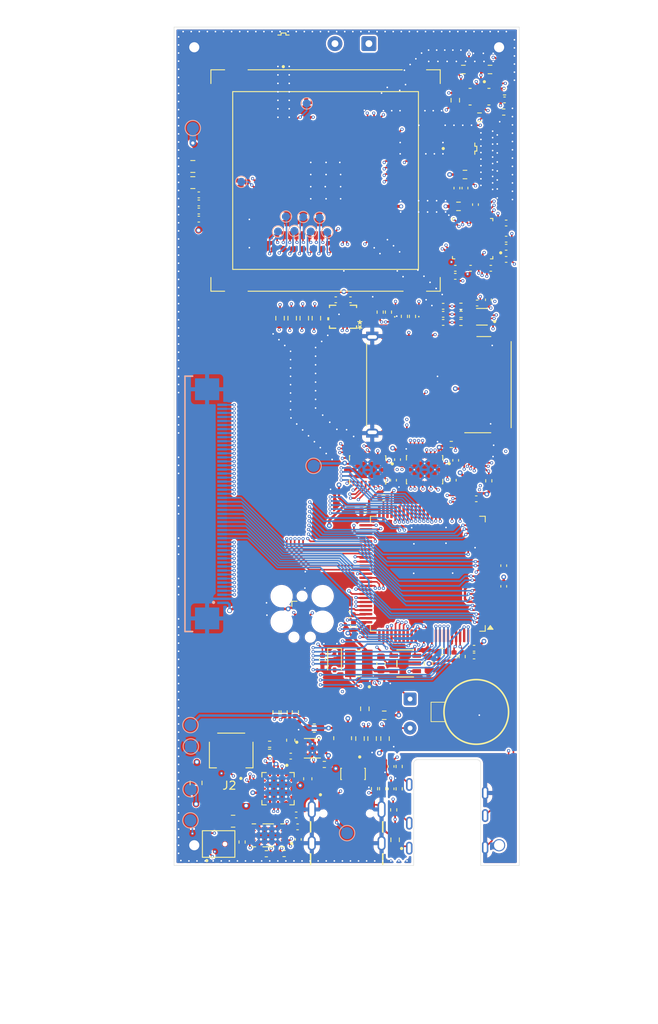
<source format=kicad_pcb>
(kicad_pcb (version 20241229) (generator "pcbnew") (generator_version "9.0")
  (layers (0 "F.Cu" signal) (4 "In1.Cu" signal) (6 "In2.Cu" signal) (2 "B.Cu" signal) (13 "F.Paste" user) (15 "B.Paste" user) (5 "F.SilkS" user "F.Silkscreen") (7 "B.SilkS" user "B.Silkscreen") (1 "F.Mask" user) (3 "B.Mask" user) (25 "Edge.Cuts" user))
  (net 0 "")
  (net 1 "SIM_CLK")
  (net 2 "GND")
  (net 3 "SIM_RST")
  (net 4 "SIM_DATA")
  (net 5 "SIM_VDD")
  (net 6 "MCP_OUT")
  (net 7 "VBAT")
  (net 8 "VUSB")
  (net 9 "HP_LEFT")
  (net 10 "HP_RIGHT")
  (net 11 "AGND")
  (net 12 "MIC_BIAS")
  (net 13 "+1.8V")
  (net 14 "+3.3V")
  (net 15 "MIC_GND")
  (net 16 "Net-(C20-Pad1)")
  (net 17 "MIC_OUT")
  (net 18 "+VMOB")
  (net 19 "RST")
  (net 20 "Net-(C21-Pad1)")
  (net 21 "HP_MIC")
  (net 22 "USB_N")
  (net 23 "USB_P")
  (net 26 "Net-(J1-CC2)")
  (net 27 "Net-(J1-CC1)")
  (net 28 "BAT_THERM")
  (net 29 "MOB_MAIN_ANT")
  (net 30 "MOB_AUX_ANT")
  (net 31 "HP_DET")
  (net 32 "DISP_RES")
  (net 33 "DISP_DB9")
  (net 34 "DISP_DB7")
  (net 35 "DISP_DB11")
  (net 36 "DISP_DB4")
  (net 37 "DISP_DC")
  (net 38 "DISP_DB10")
  (net 39 "DISP_WR")
  (net 40 "DISP_DB13")
  (net 41 "DISP_DB0")
  (net 42 "DISP_DB2")
  (net 43 "DISP_RD")
  (net 44 "DISP_DB8")
  (net 45 "DISP_DB12")
  (net 46 "DISP_DB14")
  (net 47 "DISP_DB1")
  (net 48 "DISP_DB6")
  (net 49 "DISP_DB5")
  (net 50 "DISP_CS")
  (net 51 "DISP_DB3")
  (net 52 "DISP_DB15")
  (net 53 "SPEAKER_P")
  (net 54 "SPEAKER_N")
  (net 55 "MOB_PWR")
  (net 56 "MOB_RST")
  (net 57 "DISP_LEDA")
  (net 58 "Net-(U1-PROG1)")
  (net 59 "Net-(U1-VPCC)")
  (net 60 "Net-(U1-PROG3)")
  (net 61 "SCL")
  (net 62 "SDA")
  (net 63 "FUEL_GPO")
  (net 64 "MOB_PWR_CTL")
  (net 65 "MOB_RST_CTL")
  (net 66 "AUD_IN")
  (net 67 "MOB_AUD_IN")
  (net 68 "AUD_BCLK")
  (net 69 "MOB_AUD_BCLK")
  (net 70 "MOB_SYS_CLK")
  (net 71 "AUD_SYNC")
  (net 72 "MOB_AUD_SYNC")
  (net 73 "AUD_OUT")
  (net 74 "MOB_AUD_OUT")
  (net 75 "AUD_SCL")
  (net 76 "AUD_SDA")
  (net 77 "DISP_BL")
  (net 78 "MOB_RXD")
  (net 79 "MOB_TXD")
  (net 80 "MOB_CTS")
  (net 81 "MOB_RTS")
  (net 82 "MCP_STAT2")
  (net 83 "MCP_STAT1")
  (net 84 "MCP_PG")
  (net 85 "VIB_EN")
  (net 86 "VIB_PWM")
  (net 87 "MCU_RXD")
  (net 88 "MCU_TXD")
  (net 89 "MOB_DSR")
  (net 90 "MCU_RTS")
  (net 91 "MCU_CTS")
  (net 92 "MCU_DTR")
  (net 93 "MCU_RI")
  (net 94 "MCU_DCD")
  (net 95 "MOB_RI")
  (net 96 "MOB_DCD")
  (net 97 "MOB_DTR")
  (net 98 "MCU_DSR")
  (net 99 "uSD_CLK")
  (net 100 "SWDIO")
  (net 101 "uSD_DET")
  (net 102 "uSD_DAT1")
  (net 103 "MCU_AUD_BCLK_H")
  (net 104 "MCU_AUD_OUT_L_H")
  (net 105 "uSD_CMD")
  (net 106 "HP_DET_MCU")
  (net 107 "uSD_DAT0")
  (net 108 "uSD_DAT3")
  (net 109 "SWCLK")
  (net 110 "uSD_DAT2")
  (net 111 "MOB_WAKE_H")
  (net 112 "MCU_AUD_SYNC_H")
  (net 113 "AUD_SW_H")
  (net 114 "MCU_AUD_SYNC_L")
  (net 115 "MCU_AUD_OUT_L")
  (net 116 "MCU_AUD_BCLK_L")
  (net 117 "MOB_WAKE_L")
  (net 118 "AUD_SW_L")
  (net 119 "Net-(U3-VDD)")
  (net 120 "Net-(U3-BAT)")
  (net 121 "Net-(C38-Pad2)")
  (net 122 "Net-(C39-Pad2)")
  (net 123 "Net-(U14-MCLK)")
  (net 124 "Net-(C37-Pad2)")
  (net 125 "Net-(U14-RMICN)")
  (net 126 "Net-(MK1-OUTPUT)")
  (net 127 "Net-(U14-VDDB)")
  (net 128 "Net-(U14-VDDA)")
  (net 129 "Net-(U14-VREF)")
  (net 130 "Net-(J7-Pin_2)")
  (net 131 "Net-(J7-Pin_1)")
  (net 132 "Net-(D2-A)")
  (net 133 "DISP_LEDK")
  (net 135 "Net-(J8A-CLK)")
  (net 136 "Net-(J8A-DAT2)")
  (net 137 "Net-(J8B-I{slash}O)")
  (net 138 "Net-(J8A-DAT0)")
  (net 140 "Net-(J8A-CMD)")
  (net 141 "Net-(J8B-RST)")
  (net 142 "Net-(U2-SW)")
  (net 143 "Net-(U3-BIN)")
  (net 144 "Net-(U2-PG)")
  (net 145 "/Mobile/MOB_USB_N")
  (net 146 "/Mobile/MOB_USB_P")
  (net 147 "Net-(U4A-USB_VBUS)")
  (net 148 "Net-(U4A-UART1_TX)")
  (net 149 "Net-(U4A-UART1_RTS)")
  (net 150 "Net-(U4A-UART1_RX)")
  (net 151 "Net-(U4A-UART1_CTS)")
  (net 152 "Net-(U9-LRA{slash}~{ERM})")
  (net 153 "Net-(J8A-DAT1)")
  (net 154 "Net-(U4A-TP1_BOOTPIN)")
  (net 155 "Net-(U4A-TX_ON)")
  (net 156 "Net-(U4A-J1)")
  (net 157 "Net-(U4A-J2)")
  (net 158 "Net-(U4A-J3)")
  (net 159 "Net-(U4A-J4)")
  (net 160 "Net-(U4A-J5)")
  (net 161 "Net-(U4A-J6)")
  (net 162 "Net-(U4A-J7)")
  (net 279 "Net-(J8A-CD{slash}DATA3)")
  (net 280 "Net-(U11-CH5_OUT)")
  (net 281 "Net-(U10-DATA2_IN)")
  (net 282 "Net-(U10-DATA1_IN)")
  (net 283 "Net-(U10-CLK_IN)")
  (net 284 "Net-(J8B-CLK_2)")
  (net 285 "Net-(J10-Pad1)")
  (net 286 "Net-(U13-~{EN})")
  (net 287 "LED_DATA")
  (net 296 "Net-(Q1-Pad1)")
  (net 297 "Net-(Q2-Pad1)")
  (net 302 "PB_STAR")
  (net 304 "PB_0")
  (net 305 "PB_HASH")
  (net 306 "PB_1")
  (net 307 "PB_2")
  (net 308 "PB_3")
  (net 309 "PB_4")
  (net 310 "PB_5")
  (net 311 "PB_6")
  (net 312 "PB_7")
  (net 313 "PB_8")
  (net 314 "PB_9")
  (net 315 "PB_DPAD_LEFT")
  (net 316 "PB_DPAD_UP")
  (net 317 "PB_DPAD_RIGHT")
  (net 318 "PB_DPAD_DOWN")
  (net 319 "PB_DPAD_SELECT")
  (net 320 "PB_MENU_L")
  (net 321 "PB_MENU_R")
  (net 322 "PB_CALL")
  (net 323 "PB_END_CALL")
  (net 324 "PB_VOL_UP")
  (net 325 "PB_PWR")
  (net 326 "PB_VOL_DOWN")
  (net 327 "Net-(U7-BOOT0)")
  (footprint "Capacitor_SMD:C_0402_1005Metric" (layer "F.Cu") (at 68.5 97 180)
    (property "Reference" "C42" (hide yes))
    (property "Value" "4.7uF" (hide yes))
  )
  (footprint "TPD3F303DQDR:SON40P170X135X80-9N" (layer "F.Cu") (at 65.5 104.1 180)
    (property "Reference" "U10" (hide yes))
    (property "Value" "TPD3F303DQDR" (hide yes))
  )
  (footprint "MPZ2012S221AT000:BEADC2012X105N" (layer "F.Cu") (at 68.25 100.85 90)
    (property "Reference" "FB1" (hide yes))
    (property "Value" "MPZ2012S221AT000" (hide yes))
  )
  (footprint "Capacitor_SMD:C_0402_1005Metric" (layer "F.Cu") (at 42.5 165.75)
    (property "Reference" "C2" (hide yes))
    (property "Value" "4.7uF" (hide yes))
  )
  (footprint "Resistor_SMD:R_0402_1005Metric" (layer "F.Cu") (at 55.9 104.05 -90)
    (property "Reference" "R12" (hide yes))
    (property "Value" "4.7k" (hide yes))
  )
  (footprint "Capacitor_SMD:C_0402_1005Metric" (layer "F.Cu") (at 66.3 102 90)
    (property "Reference" "C33" (hide yes))
    (property "Value" "33pF" (hide yes))
  )
  (footprint "Capacitor_SMD:C_0402_1005Metric" (layer "F.Cu") (at 63.4 88.175 -90)
    (property "Reference" "C44" (hide yes))
    (property "Value" "4.7uF" (hide yes))
  )
  (footprint "Resistor_SMD:R_0402_1005Metric" (layer "F.Cu") (at 40 153 90)
    (property "Reference" "R27" (hide yes))
    (property "Value" "10k" (hide yes))
  )
  (footprint "Resistor_SMD:R_0603_1608Metric" (layer "F.Cu") (at 54.75 168.825 -90)
    (property "Reference" "R37" (hide yes))
    (property "Value" "0R" (hide yes))
  )
  (footprint "Diode_SMD:D_SOD-323" (layer "F.Cu") (at 47.25 146.75 -90)
    (property "Reference" "D2" (hide yes))
    (property "Value" "PMEG2010EA" (hide yes))
  )
  (footprint "Resistor_SMD:R_0603_1608Metric" (layer "F.Cu") (at 53.4 153.415)
    (property "Reference" "R28" (hide yes))
    (property "Value" "0R" (hide yes))
  )
  (footprint "Resistor_SMD:R_0402_1005Metric" (layer "F.Cu") (at 42.4 153 90)
    (property "Reference" "R9" (hide yes))
    (property "Value" "5.1k" (hide yes))
  )
  (footprint "Resistor_SMD:R_0603_1608Metric" (layer "F.Cu") (at 62.2 77.3 90)
    (property "Reference" "R42" (hide yes))
    (property "Value" "0R" (hide yes))
  )
  (footprint "Capacitor_SMD:C_0402_1005Metric" (layer "F.Cu") (at 30.4375 89.0175 180)
    (property "Reference" "C11" (hide yes))
    (property "Value" "1uF" (hide yes))
  )
  (footprint "custom_footprints:Motor_8mm" (layer "F.Cu") (at 64.8 153)
    (property "Reference" "M1" (hide yes))
    (property "Value" "VCDM0834B004L" (hide yes))
  )
  (footprint "Capacitor_SMD:C_0402_1005Metric" (layer "F.Cu") (at 68.2 134.9 -90)
    (property "Reference" "C18" (hide yes))
    (property "Value" "100nF" (hide yes))
  )
  (footprint "KP15B-6S-SF_800_:HIROSE_KP15B-6S-SF_800_" (layer "F.Cu") (at 60.17 112.5 -90)
    (property "Reference" "J8" (hide yes))
    (property "Value" "KP15B-6S-SF_800_" (hide yes))
  )
  (footprint "Resistor_SMD:R_0402_1005Metric" (layer "F.Cu") (at 53.925 103.525 90)
    (property "Reference" "R18" (hide yes))
    (property "Value" "47k" (hide yes))
  )
  (footprint "Capacitor_SMD:C_0402_1005Metric" (layer "F.Cu") (at 64.525 146.075)
    (property "Reference" "C25" (hide yes))
    (property "Value" "100nF" (hide yes))
  )
  (footprint "Resistor_SMD:R_0402_1005Metric" (layer "F.Cu") (at 35.8 169.1 90)
    (property "Reference" "R7" (hide yes))
    (property "Value" "10k" (hide yes))
  )
  (footprint "20279-001E-03:IPEX_20279-001E-03" (layer "F.Cu") (at 40.925 70.5375)
    (property "Reference" "J3" (hide yes))
    (property "Value" "20279-001E-03" (hide yes))
  )
  (footprint "Capacitor_SMD:C_0402_1005Metric" (layer "F.Cu") (at 30.4375 90.0175 180)
    (property "Reference" "C10" (hide yes))
    (property "Value" "100nF" (hide yes))
  )
  (footprint "Resistor_SMD:R_0402_1005Metric" (layer "F.Cu") (at 61.7 119.9 180)
    (property "Reference" "R45" (hide yes))
    (property "Value" "47k" (hide yes))
  )
  (footprint "Resistor_SMD:R_0402_1005Metric" (layer "F.Cu") (at 38.8 170.55)
    (property "Reference" "R4" (hide yes))
    (property "Value" "100k" (hide yes))
  )
  (footprint "Capacitor_SMD:C_0402_1005Metric" (layer "F.Cu") (at 68.2 137.455 90)
    (property "Reference" "C24" (hide yes))
    (property "Value" "100nF" (hide yes))
  )
  (footprint "Resistor_SMD:R_0402_1005Metric" (layer "F.Cu") (at 52.2 162.5 -90)
    (property "Reference" "R6" (hide yes))
    (property "Value" "5.1k" (hide yes))
  )
  (footprint "Capacitor_SMD:C_0805_2012Metric" (layer "F.Cu") (at 29.7 87.5 180)
    (property "Reference" "C12" (hide yes))
    (property "Value" "47uF" (hide yes))
  )
  (footprint "Capacitor_SMD:C_0402_1005Metric" (layer "F.Cu") (at 62.25 121.8625 -90)
    (property "Reference" "C15" (hide yes))
    (property "Value" "100nF" (hide yes))
  )
  (footprint "Capacitor_SMD:C_0402_1005Metric" (layer "F.Cu") (at 64.1 98.1)
    (property "Reference" "C48" (hide yes))
    (property "Value" "4.7uF" (hide yes))
  )
  (footprint "Resistor_SMD:R_0603_1608Metric" (layer "F.Cu") (at 63.4 86.5)
    (property "Reference" "R47" (hide yes))
    (property "Value" "0R" (hide yes))
  )
  (footprint "Resistor_SMD:R_0603_1608Metric" (layer "F.Cu") (at 51 152.615 -90)
    (property "Reference" "R29" (hide yes))
    (property "Value" "0R" (hide yes))
  )
  (footprint "Resistor_SMD:R_0805_2012Metric" (layer "F.Cu") (at 34.685 166.525)
    (property "Reference" "R8" (hide yes))
    (property "Value" "10m" (hide yes))
  )
  (footprint "Capacitor_SMD:C_0402_1005Metric" (layer "F.Cu") (at 54.25 159.75 -90)
    (property "Reference" "C38" (hide yes))
    (property "Value" "1uF" (hide yes))
  )
  (footprint "TS3A5018RSVR:QFN40P260X180X55-16N" (layer "F.Cu") (at 65.2 76.865 -90)
    (property "Reference" "U13" (hide yes))
    (property "Value" "TS3A5018RSVR" (hide yes))
  )
  (footprint "Capacitor_SMD:C_0603_1608Metric" (layer "F.Cu") (at 43.935 161.275 90)
    (property "Reference" "C1" (hide yes))
    (property "Value" "10uF" (hide yes))
  )
  (footprint "Capacitor_SMD:C_0402_1005Metric" (layer "F.Cu") (at 61.95 124.325 90)
    (property "Reference" "C17" (hide yes))
    (property "Value" "100nF" (hide yes))
  )
  (footprint "Resistor_SMD:R_0603_1608Metric" (layer "F.Cu") (at 58.87875 147 90)
    (property "Reference" "R34" (hide yes))
    (property "Value" "3.83R" (hide yes))
  )
  (footprint "Capacitor_SMD:C_0402_1005Metric" (layer "F.Cu") (at 47.4 102)
    (property "Reference" "C28" (hide yes))
    (property "Value" "100nF" (hide yes))
  )
  (footprint "Capacitor_SMD:C_0402_1005Metric" (layer "F.Cu") (at 62.2 99.1 180)
    (property "Reference" "C47" (hide yes))
    (property "Value" "4.7uF" (hide yes))
  )
  (footprint "Capacitor_SMD:C_0402_1005Metric" (layer "F.Cu") (at 60.7 104.8 180)
    (property "Reference" "C30" (hide yes))
    (property "Value" "22pF" (hide yes))
  )
  (footprint "Capacitor_SMD:C_0402_1005Metric" (layer "F.Cu") (at 49.1 140.975 180)
    (property "Reference" "C21" (hide yes))
    (property "Value" "2.2uF" (hide yes))
  )
  (footprint "Resistor_SMD:R_0402_1005Metric" (layer "F.Cu") (at 54.575 165.125 90)
    (property "Reference" "R38" (hide yes))
    (property "Value" "2.2k")
  )
  (footprint "TPS62162DSGR:SON50P200X200X80-9N" (layer "F.Cu") (at 44.5 157.5)
    (property "Reference" "U2" (hide yes))
    (property "Value" "TPS62162DSGR" (hide yes))
  )
  (footprint "Resistor_SMD:R_0402_1005Metric" (layer "F.Cu") (at 62.9 104.8 180)
    (property "Reference" "R31" (hide yes))
    (property "Value" "22R" (hide yes))
  )
  (footprint "Resistor_SMD:R_0603_1608Metric" (layer "F.Cu") (at 43.5 104.275 -90)
    (property "Reference" "R19" (hide yes))
    (property "Value" "0R" (hide yes))
  )
  (footprint "MCP1664T_E_OT:SOT-23-5_OT_MCH" (layer "F.Cu") (at 56 147 180)
    (property "Reference" "U12" (hide yes))
    (property "Value" "MCP1664T-E/OT" (hide yes))
  )
  (footprint "Inductors:INDC2520X120N" (layer "F.Cu") (at 48.25 156.25 90)
    (property "Reference" "L1" (hide yes))
    (property "Value" "3.3uH" (hide yes))
  )
  (footprint "Capacitor_SMD:C_0402_1005Metric" (layer "F.Cu") (at 55.05 121.775 -90)
    (property "Reference" "C14" (hide yes))
    (property "Value" "100nF" (hide yes))
  )
  (footprint "Resistor_SMD:R_0402_1005Metric" (layer "F.Cu") (at 41 153 90)
    (property "Reference" "R26" (hide yes))
    (property "Value" "10k" (hide yes))
  )
  (footprint "Capacitor_SMD:C_0402_1005Metric" (layer "F.Cu") (at 42.76 168.775 -90)
    (property "Reference" "C5" (hide yes))
    (property "Value" "470pF" (hide yes))
  )
  (footprint "Resistor_SMD:R_0603_1608Metric" (layer "F.Cu") (at 65.2 79.4 180)
    (property "Reference" "R43" (hide yes))
    (property "Value" "0R" (hide yes))
  )
  (footprint "WE-MAPI_3015:WE-MAPI_3015" (layer "F.Cu") (at 50.25 147 180)
    (property "Reference" "L2" (hide yes))
    (property "Value" "4.7uH" (hide yes))
  )
  (footprint "Capacitor_SMD:C_0603_1608Metric" (layer "F.Cu") (at 53 147 90)
    (property "Reference" "C34" (hide yes))
    (property "Value" "10uF" (hide yes))
  )
  (footprint "Capacitor_SMD:C_0402_1005Metric" (layer "F.Cu") (at 41.825 158.475 180)
    (property "Reference" "C3" (hide yes))
    (property "Value" "4.7uF" (hide yes))
  )
  (footprint "SJ-3551B-MSMT-TR-67:CUI_SJ-3551B-MSMT-TR-67" (layer "F.Cu") (at 61.275 172 180)
    (property "Reference" "J10" (hide yes))
    (property "Value" "SJ-3551B-MSMT-TR-67" (hide yes))
    (fp_line (start 4.225 0) (end 6.075 0) (stroke (width 0.05)) (layer "Edge.Cuts"))
    (fp_line (start 4.225 0) (end 4.225 12.6) (stroke (width 0.05)) (layer "Edge.Cuts"))
    (fp_line (start 3.725 13.1) (end -3.575 13.1) (stroke (width 0.05)) (layer "Edge.Cuts"))
    (fp_line (start -4.075 0) (end -4.075 12.6) (stroke (width 0.05)) (layer "Edge.Cuts"))
    (fp_line (start -6.075 0) (end -4.075 0) (stroke (width 0.05)) (layer "Edge.Cuts"))
    (fp_arc (start 4.225 12.6) (mid 4.078553 12.953553) (end 3.725 13.1) (stroke (width 0.05)) (layer "Edge.Cuts"))
    (fp_arc (start -3.575 13.1) (mid -3.928553 12.953553) (end -4.075 12.6) (stroke (width 0.05)) (layer "Edge.Cuts"))
  )
  (footprint "Capacitor_SMD:C_0603_1608Metric" (layer "F.Cu") (at 44.735 155 180)
    (property "Reference" "C7" (hide yes))
    (property "Value" "22uF" (hide yes))
  )
  (footprint "SP0503BAHTG:SOT143" (layer "F.Cu") (at 49.54 160.6725 180)
    (property "Reference" "D1" (hide yes))
    (property "Value" "SP0503BAHTG" (hide yes))
  )
  (footprint "Resistor_SMD:R_0402_1005Metric" (layer "F.Cu") (at 62.05 146.15 -90)
    (property "Reference" "R24" (hide yes))
    (property "Value" "4.7k")
  )
  (footprint "Resistor_SMD:R_0603_1608Metric" (layer "F.Cu") (at 45 104.275 -90)
    (property "Reference" "R21" (hide yes))
    (property "Value" "0R" (hide yes))
  )
  (footprint "Capacitor_SMD:C_0402_1005Metric" (layer "F.Cu") (at 30.4375 91.0175 180)
    (property "Reference" "C9" (hide yes))
    (property "Value" "10nF" (hide yes))
  )
  (footprint "DRV2603RUNR:QFN50P200X200X80-10N" (layer "F.Cu") (at 53.4 150.915)
    (property "Reference" "U9" (hide yes))
    (property "Value" "DRV2603RUNR" (hide yes))
  )
  (footprint "Resistor_SMD:R_0402_1005Metric" (layer "F.Cu") (at 68.3 76.265)
    (property "Reference" "R35" (hide yes))
    (property "Value" "10k" (hide yes))
  )
  (footprint "Capacitor_SMD:C_0402_1005Metric" (layer "F.Cu") (at 49.6 142.4 -90)
    (property "Reference" "C26" (hide yes))
    (property "Value" "100nF" (hide yes))
  )
  (footprint "Resistor_SMD:R_0402_1005Metric" (layer "F.Cu") (at 45.985 159.5)
    (property "Reference" "R11" (hide yes))
    (property "Value" "100k" (hide yes))
  )
  (footprint "BM03B-ACHSS-GAN-TF_LF__SN_:JST_BM03B-ACHSS-GAN-TF_LF__SN_" (layer "F.Cu") (at 34.45 157.925 180)
    (property "Reference" "J2")
    (property "Value" "BM03B-ACHSS-GAN-TF_LF__SN_")
  )
  (footprint "Package_QFP:LQFP-100_14x14mm_P0.5mm" (layer "F.Cu") (at 58.8 135.9 180)
    (property "Reference" "U7" (hide yes))
    (property "Value" "STM32H733VGTx")
  )
  (footprint "AMM-3738-B-R:MIC_AMM-3738-B-R" (layer "F.Cu") (at 32.925 169.35 90)
    (property "Reference" "MK1" (hide yes))
    (property "Value" "AMM-3738-B-R" (hide yes))
  )
  (footprint "Capacitor_SMD:C_0402_1005Metric" (layer "F.Cu") (at 62.2 98.1 180)
    (property "Reference" "C49" (hide yes))
    (property "Value" "4.7uF" (hide yes))
  )
  (footprint "MCP73871-2CCI_ML:QFN50P400X400X100-21N" (layer "F.Cu") (at 40.25 162.5 -90)
    (property "Reference" "U1" (hide yes))
    (property "Value" "MCP73871-2CCI_ML" (hide yes))
  )
  (footprint "Resistor_SMD:R_0402_1005Metric" (layer "F.Cu") (at 55.25 159.75 90)
    (property "Reference" "R39" (hide yes))
    (property "Value" "10k" (hide yes))
  )
  (footprint "Capacitor_SMD:C_0402_1005Metric" (layer "F.Cu") (at 54.55 124.325 90)
    (property "Reference" "C16" (hide yes))
    (property "Value" "100nF" (hide yes))
  )
  (footprint "Capacitor_SMD:C_0402_1005Metric" (layer "F.Cu") (at 64.8 126.625 180)
    (property "Reference" "C23" (hide yes))
    (property "Value" "100nF" (hide yes))
  )
  (footprint "Capacitor_SMD:C_0402_1005Metric" (layer "F.Cu") (at 51.05 127.975)
    (property "Reference" "C22" (hide yes))
    (property "Value" "100nF" (hide yes))
  )
  (footprint "Resistor_SMD:R_0402_1005Metric" (layer "F.Cu") (at 63.05 146.15 -90)
    (property "Reference" "R25" (hide yes))
    (property "Value" "4.7k")
  )
  (footprint "TPD8F003DQDR:SON40P135X330X80-17N" (layer "F.Cu") (at 64.903 120.9 90)
    (property "Reference" "U11" (hide yes))
    (property "Value" "TPD8F003DQDR" (hide yes))
  )
  (footprint "Resistor_SMD:R_0402_1005Metric" (layer "F.Cu") (at 39.21 157 180)
    (property "Reference" "R2" (hide yes))
    (property "Value" "100k" (hide yes))
  )
  (footprint "USB_C_connector:GCT_USB4105-GF-A" (layer "F.Cu") (at 48.75 169.25)
    (property "Reference" "J1" (hide yes))
    (property "Value" "USB4105-GF-A" (hide yes))
  )
  (footprint "Capacitor_SMD:C_0402_1005Metric" (layer "F.Cu") (at 64.525 145.125 180)
    (property "Reference" "C19" (hide yes))
    (property "Value" "4.7uF" (hide yes))
  )
  (footprint "Resistor_SMD:R_0402_1005Metric" (layer "F.Cu") (at 60.625 145.525)
    (property "Reference" "R49" (hide yes))
    (property "Value" "10k")
  )
  (footprint "Resistor_SMD:R_0603_1608Metric" (layer "F.Cu") (at 40.5 104.275 -90)
    (property "Reference" "R20" (hide yes))
    (property "Value" "0R" (hide yes))
  )
  (footprint "Capacitor_SMD:C_0402_1005Metric" (layer "F.Cu") (at 62.4 88.175 -90)
    (property "Reference" "C46" (hide yes))
    (property "Value" "4.7uF" (hide yes))
  )
  (footprint "Resistor_SMD:R_0805_2012Metric" (layer "F.Cu") (at 30.1 161.7875 -90)
    (property "Reference" "R10" (hide yes))
    (property "Value" "0R" (hide yes))
  )
  (footprint "Capacitor_SMD:C_0402_1005Metric" (layer "F.Cu") (at 54.25 162.52 -90)
    (property "Reference" "C39" (hide yes))
    (property "Value" "1uF" (hide yes))
  )
  (footprint "Capacitor_SMD:C_0402_1005Metric" (layer "F.Cu") (at 68.5 92.5)
    (property "Reference" "C41" (hide yes))
    (property "Value" "1uF" (hide yes))
  )
  (footprint "Capacitor_SMD:C_0402_1005Metric" (layer "F.Cu") (at 42.675 167.225)
    (property "Reference" "C6" (hide yes))
    (property "Value" "1uF" (hide yes))
  )
  (footprint "Resistor_SMD:R_0402_1005Metric" (layer "F.Cu") (at 66.35 124.4 -90)
    (property "Reference" "R33" (hide yes))
    (property "Value" "10k" (hide yes))
  )
  (footprint "Capacitor_SMD:C_0402_1005Metric" (layer "F.Cu") (at 60.7 102.8 180)
    (property "Reference" "C31" (hide yes))
    (property "Value" "22pF" (hide yes))
  )
  (footprint "TXB0108RGYR:IC_TXB0108RGYR" (layer "F.Cu") (at 51.35 123.05 -90)
    (property "Reference" "U5" (hide yes))
    (property "Value" "TXB0108RGYR" (hide yes))
  )
  (footprint "LSM6DSVTR:LGA14-L_2P59X3P1X0P5_STM" (layer "F.Cu") (at 48.3 104.1 180)
    (property "Reference" "U8" (hide yes))
    (property "Value" "LSM6DSVTR" (hide yes))
  )
  (footprint "Connector:Tag-Connect_TC2030-IDC-FP_2x03_P1.27mm_Vertical" (layer "F.Cu") (at 43.234 141.21 -90)
    (property "Reference" "J6" (hide yes))
    (property "Value" "Conn_ARM_SWD_TagConnect_TC2030" (hide yes))
  )
  (footprint "Capacitor_SMD:C_0402_1005Metric" (layer "F.Cu") (at 66.6 98.1)
    (property "Reference" "C45" (hide yes))
    (property "Value" "4.7uF" (hide yes))
  )
  (footprint "Capacitor_SMD:C_0402_1005Metric" (layer "F.Cu") (at 68.3 77.265)
    (property "Reference" "C36" (hide yes))
    (property "Value" "100nF" (hide yes))
  )
  (footprint "MMBT3904LP-7:DFN101X61X53-3N" (layer "F.Cu") (at 57.88 103.185 90)
    (property "Reference" "Q1" (hide yes))
    (property "Value" "MMBT3904LP-7" (hide yes))
  )
  (footprint "Resistor_SMD:R_0603_1608Metric" (layer "F.Cu") (at 66.5 73.5 180)
    (property "Reference" "R40" (hide yes))
    (property "Value" "0R" (hide yes))
  )
  (footprint "MPZ2012S221AT000:BEADC2012X105N" (layer "F.Cu") (at 62.9 100.8)
    (property "Reference" "FB2" (hide yes))
    (property "Value" "MPZ2012S221AT000" (hide yes))
  )
  (footprint "Resistor_SMD:R_0402_1005Metric" (layer "F.Cu") (at 52.9 103.525 -90)
    (property "Reference" "R17" (hide yes))
    (property "Value" "4.7k" (hide yes))
  )
  (footprint "Resistor_SMD:R_0603_1608Metric" (layer "F.Cu") (at 42 104.275 -90)
    (property "Reference" "R22" (hide yes))
    (property "Value" "0R" (hide yes))
  )
  (footprint "MMBT3904LP-7:DFN101X61X53-3N" (layer "F.Cu") (at 54.905 103.21 90)
    (property "Reference" "Q2" (hide yes))
    (property "Value" "MMBT3904LP-7" (hide yes))
  )
  (footprint "Resistor_SMD:R_0603_1608Metric" (layer "F.Cu") (at 51.9 156.3 -90)
    (property "Reference" "R15" (hide yes))
    (property "Value" "0R" (hide yes))
  )
  (footprint "Resistor_SMD:R_0603_1608Metric" (layer "F.Cu") (at 53.5 156.3 -90)
    (property "Reference" "R16" (hide yes))
    (property "Value" "0R" (hide yes))
  )
  (footprint "Resistor_SMD:R_0402_1005Metric" (layer "F.Cu") (at 55.25 162.52 90)
    (property "Reference" "R44" (hide yes))
    (property "Value" "10k" (hide yes))
  )
  (footprint "Capacitor_SMD:C_0402_1005Metric" (layer "F.Cu") (at 49.22 102 180)
    (property "Reference" "C27" (hide yes))
    (property "Value" "100nF" (hide yes))
  )
  (footprint "Resistor_SMD:R_0603_1608Metric" (layer "F.Cu") (at 63.2 73.5 180)
    (property "Reference" "R41" (hide yes))
    (property "Value" "0R" (hide yes))
  )
  (footprint "Resistor_SMD:R_0402_1005Metric" (layer "F.Cu") (at 62.91 103.8 180)
    (property "Reference" "R32" (hide yes))
    (property "Value" "22R" (hide yes))
  )
  (footprint "Capacitor_SMD:C_0402_1005Metric" (layer "F.Cu") (at 53.3 126.475 180)
    (property "Reference" "C20" (hide yes))
    (property "Value" "2.2uF" (hide yes))
  )
  (footprint "Capacitor_SMD:C_0402_1005Metric" (layer "F.Cu") (at 68.5 95.5 180)
    (property "Reference" "C43" (hide yes))
    (property "Value" "1uF" (hide yes))
  )
  (footprint "Resistor_SMD:R_0402_1005Metric" (layer "F.Cu") (at 41 170.525)
    (property "Reference" "R3" (hide yes))
    (property "Value" "2.2k")
  )
  (footprint "Capacitor_SMD:C_0603_1608Metric" (layer "F.Cu") (at 41.825 156.5 -90)
    (property "Reference" "C4" (hide yes))
    (property "Value" "10uF" (hide yes))
  )
  (footprint "Resistor_SMD:R_0402_1005Metric" (layer "F.Cu") (at 39.2 158)
    (property "Reference" "R1" (hide yes))
    (property "Value" "270k" (hide yes))
  )
  (footprint "Connector_Wire:SolderWire-0.1sqmm_1x02_P3.6mm_D0.4mm_OD1mm" (layer "F.Cu") (at 56.6 151.4 -90)
    (property "Reference" "J7" (hide yes))
    (property "Value" "Conn_01x02" (hide yes))
  )
  (footprint "Resistor_SMD:R_0402_1005Metric" (layer "F.Cu") (at 53.2 162.5 -90)
    (property "Reference" "R5" (hide yes))
    (property "Value" "5.1k" (hide yes))
  )
  (footprint "WP_SNAP-IN_BASE:SIERRA_WP_SNAP-IN_BASE" (layer "F.Cu") (at 46.1375 87.2375)
    (property "Reference" "U4" (hide yes))
    (property "Value" "WP SNAP-IN BASE_6000636" (hide yes))
  )
  (footprint "Capacitor_SMD:C_0402_1005Metric" (layer "F.Cu") (at 64.9 102.4 180)
    (property "Reference" "C32" (hide yes))
    (property "Value" "100nF" (hide yes))
  )
  (footprint "Resistor_SMD:R_0603_1608Metric" (layer "F.Cu") (at 62.6 90.4375 180)
    (property "Reference" "R46" (hide yes))
    (property "Value" "0R" (hide yes))
  )
  (footprint "NAU88C22YG:QFN50P500X500X80-33N" (layer "F.Cu") (at 64.35 94.435 180)
    (property "Reference" "U14" (hide yes))
    (property "Value" "NAU88C22YG" (hide yes))
  )
  (footprint "BQ27441DRZR-G1A:IC_BQ27441DRZR-G1A" (layer "F.Cu") (at 39.035 168.275 180)
    (property "Reference" "U3" (hide yes))
    (property "Value" "BQ27441DRZR-G1A" (hide yes))
  )
  (footprint "Resistor_SMD:R_0603_1608Metric" (layer "F.Cu") (at 50.4 156.3 -90)
    (property "Reference" "R14" (hide yes))
    (property "Value" "0R" (hide yes))
  )
  (footprint "Capacitor_SMD:C_0805_2012Metric" (layer "F.Cu") (at 29.7 85.5 180)
    (property "Reference" "C13" (hide yes))
    (property "Value" "47uF" (hide yes))
  )
  (footprint "TXB0108RGYR:IC_TXB0108RGYR" (layer "F.Cu") (at 58.4 123.025 -90)
    (property "Reference" "U6" (hide yes))
    (property "Value" "TXB0108RGYR" (hide yes))
  )
  (footprint "20279-001E-03:IPEX_20279-001E-03" (layer "F.Cu") (at 63.3175 83.3 -90)
    (property "Reference" "J4" (hide yes))
    (property "Value" "20279-001E-03" (hide yes))
  )
  (footprint "Capacitor_SMD:C_0402_1005Metric" (layer "F.Cu") (at 30.4375 92.0175 180)
    (property "Reference" "C8" (hide yes))
    (property "Value" "10pF" (hide yes))
  )
  (footprint "Resistor_SMD:R_0402_1005Metric" (layer "F.Cu") (at 62.9 102.8 180)
    (property "Reference" "R30" (hide yes))
    (property "Value" "22R" (hide yes))
  )
  (footprint "Connector_Wire:SolderWire-0.25sqmm_1x02_P4.2mm_D0.65mm_OD1.7mm" (layer "F.Cu") (at 51.5 70.3 180)
    (property "Reference" "J11" (hide yes))
    (property "Value" "Conn_01x02" (hide yes))
  )
  (footprint "Capacitor_SMD:C_0402_1005Metric" (layer "F.Cu") (at 68.5 94.5)
    (property "Reference" "C37" (hide yes))
    (property "Value" "1uF" (hide yes))
  )
  (footprint "Resistor_SMD:R_0402_1005Metric" (layer "F.Cu") (at 56.9 104.05 90)
    (property "Reference" "R13" (hide yes))
    (property "Value" "47k" (hide yes))
  )
  (footprint "Capacitor_SMD:C_0402_1005Metric" (layer "F.Cu") (at 45.75 146.5 -90)
    (property "Reference" "C35" (hide yes))
    (property "Value" "4.7uF" (hide yes))
  )
  (footprint "Resistor_SMD:R_0402_1005Metric" (layer "F.Cu") (at 68.2 78.765 180)
    (property "Reference" "R36" (hide yes))
    (property "Value" "10k" (hide yes))
  )
  (footprint "Capacitor_SMD:C_0402_1005Metric" (layer "F.Cu") (at 60.7 103.8 180)
    (property "Reference" "C29" (hide yes))
    (property "Value" "22pF" (hide yes))
  )
  (footprint "Capacitor_SMD:C_0402_1005Metric" (layer "F.Cu") (at 64.7 90.22 90)
    (property "Reference" "C40" (hide yes))
    (property "Value" "33pF" (hide yes))
  )
  (footprint "TestPoint:TestPoint_Pad_D1.0mm" (layer "B.Cu") (at 45.4 91.85 -90)
    (property "Reference" "TP15" (hide yes))
    (property "Value" "TestPoint" (hide yes))
  )
  (footprint "TestPoint:TestPoint_Pad_D1.5mm" (layer "B.Cu") (at 29.425 162.575 180)
    (property "Reference" "TP5" (hide yes))
    (property "Value" "TestPoint" (hide yes))
  )
  (footprint "TestPoint:TestPoint_Pad_D1.0mm" (layer "B.Cu") (at 46.35 93.625 -90)
    (property "Reference" "TP16" (hide yes))
    (property "Value" "TestPoint" (hide yes))
  )
  (footprint "TestPoint:TestPoint_Pad_D1.5mm" (layer "B.Cu") (at 29.7 80.75 -90)
    (property "Reference" "TP6" (hide yes))
    (property "Value" "TestPoint" (hide yes))
  )
  (footprint "TestPoint:TestPoint_Pad_D1.0mm" (layer "B.Cu") (at 40.25 93.55 -90)
    (property "Reference" "TP10" (hide yes))
    (property "Value" "TestPoint" (hide yes))
  )
  (footprint "TestPoint:TestPoint_Pad_D1.5mm" (layer "B.Cu") (at 29.45 157.275 180)
    (property "Reference" "TP2" (hide yes))
    (property "Value" "TestPoint" (hide yes))
  )
  (footprint "TestPoint:TestPoint_Pad_D1.5mm" (layer "B.Cu") (at 29.4 154.625 180)
    (property "Reference" "TP3" (hide yes))
    (property "Value" "TestPoint" (hide yes))
  )
  (footprint "TestPoint:TestPoint_Pad_D1.5mm" (layer "B.Cu") (at 44.65 122.55 180)
    (property "Reference" "TP7" (hide yes))
    (property "Value" "TestPoint" (hide yes))
  )
  (footprint "6871XX14022_68715014022:68715014022" (layer "B.Cu") (at 30.975 127.25 90)
    (property "Reference" "J5" (hide yes))
    (property "Value" "6871XX14022_68715014022")
  )
  (footprint "TestPoint:TestPoint_Pad_D1.0mm" (layer "B.Cu") (at 43.375 91.75 -90)
    (property "Reference" "TP13" (hide yes))
    (property "Value" "TestPoint" (hide yes))
  )
  (footprint "TestPoint:TestPoint_Pad_D1.5mm" (layer "B.Cu") (at 48.8 168 180)
    (property "Reference" "TP1" (hide yes))
    (property "Value" "TestPoint" (hide yes))
  )
  (footprint "TestPoint:TestPoint_Pad_D1.0mm" (layer "B.Cu") (at 35.7 87.4 -90)
    (property "Reference" "TP9" (hide yes))
    (property "Value" "TestPoint" (hide yes))
  )
  (footprint "TestPoint:TestPoint_Pad_D1.0mm" (layer "B.Cu") (at 42.275 93.475 -90)
    (property "Reference" "TP12" (hide yes))
    (property "Value" "TestPoint" (hide yes))
  )
  (footprint "TestPoint:TestPoint_Pad_D1.5mm" (layer "B.Cu") (at 29.4 166.425 -90)
    (property "Reference" "TP4" (hide yes))
    (property "Value" "TestPoint" (hide yes))
  )
  (footprint "TestPoint:TestPoint_Pad_D1.0mm" (layer "B.Cu") (at 44.3 93.55 -90)
    (property "Reference" "TP14" (hide yes))
    (property "Value" "TestPoint" (hide yes))
  )
  (footprint "TestPoint:TestPoint_Pad_D1.0mm" (layer "B.Cu") (at 43.8 77.7 -90)
    (property "Reference" "TP8" (hide yes))
    (property "Value" "TestPoint" (hide yes))
  )
  (footprint "TestPoint:TestPoint_Pad_D1.0mm" (layer "B.Cu") (at 41.225 91.7 -90)
    (property "Reference" "TP11" (hide yes))
    (property "Value" "TestPoint" (hide yes))
  )
  (gr_line (start 70.125 172) (end 70.125 68.25) (stroke (width 0.05)) (layer "Edge.Cuts"))
  (gr_line (start 27.375 68.25) (end 27.375 172) (stroke (width 0.05)) (layer "Edge.Cuts"))
  (gr_line (start 70.125 172) (end 67.35 172) (stroke (width 0.05)) (layer "Edge.Cuts"))
  (gr_line (start 70.125 68.25) (end 27.375 68.25) (stroke (width 0.05)) (layer "Edge.Cuts"))
  (gr_line (start 55.2 172) (end 27.375 172) (stroke (width 0.05)) (layer "Edge.Cuts"))
  (segment (start 53.4 85.8) (end 53.5625 85.6375) (width 0.2) (layer "F.Cu") (net 1))
  (segment (start 62.4 103.8) (end 61.8 103.8) (width 0.2) (layer "F.Cu") (net 1))
  (segment (start 61.18 103.8) (end 61.8 103.8) (width 0.2) (layer "F.Cu") (net 1))
  (segment (start 53.5625 85.6375) (end 54.3175 85.6375) (width 0.2) (layer "F.Cu") (net 1))
  (via (at 53.4 85.8) (size 0.4) (drill 0.2) (layers "F.Cu" "B.Cu") (net 1))
  (via (at 61.8 103.8) (size 0.4) (drill 0.2) (layers "F.Cu" "B.Cu") (net 1))
  (segment (start 56.225 123.025) (end 57.125 123.025) (width 0.2) (layer "F.Cu") (net 2))
  (segment (start 64.045 145.125) (end 64.3 144.87) (width 0.2) (layer "F.Cu") (net 2))
  (segment (start 68.615 137.935) (end 68.2 137.935) (width 0.2) (layer "F.Cu") (net 2))
  (segment (start 61.4 91.5) (end 61.6 91.3) (width 0.2) (layer "F.Cu") (net 2))
  (segment (start 61.95 123.025) (end 61.95 122.6425) (width 0.2) (layer "F.Cu") (net 2))
  (segment (start 68.2 134.42) (end 68.57 134.42) (width 0.2) (layer "F.Cu") (net 2))
  (segment (start 54.55 123.845) (end 54.55 123) (width 0.2) (layer "F.Cu") (net 2))
  (segment (start 45.55 164.495) (end 45.55 164.95) (width 0.2) (layer "F.Cu") (net 2))
  (segment (start 68.57 134.42) (end 68.95 134.8) (width 0.2) (layer "F.Cu") (net 2))
  (segment (start 67.665 137.4) (end 66.475 137.4) (width 0.2) (layer "F.Cu") (net 2))
  (segment (start 61.075 92.9) (end 61.36 93.185) (width 0.2) (layer "F.Cu") (net 2))
  (segment (start 64.8 128.225) (end 64.8 127.18) (width 0.2) (layer "F.Cu") (net 2))
  (segment (start 53.925 104.035) (end 53.935 104.025) (width 0.2) (layer "F.Cu") (net 2))
  (segment (start 68.2 137.935) (end 67.665 137.4) (width 0.2) (layer "F.Cu") (net 2))
  (segment (start 68.95 134.8) (end 68.95 137.6) (width 0.2) (layer "F.Cu") (net 2))
  (segment (start 49.2 123.8) (end 50.6 123.8) (width 0.2) (layer "F.Cu") (net 2))
  (segment (start 54.2 123) (end 54.15 123.05) (width 0.2) (layer "F.Cu") (net 2))
  (segment (start 55.08 103.535) (end 55.08 103.805) (width 0.2) (layer "F.Cu") (net 2))
  (segment (start 48.3 103.1729) (end 47.800001 103.1729) (width 0.2) (layer "F.Cu") (net 2))
  (segment (start 61.6 91.3) (end 64.4 91.3) (width 0.2) (layer "F.Cu") (net 2))
  (segment (start 65.5 104.1) (end 65.5 104.9) (width 0.2) (layer "F.Cu") (net 2))
  (segment (start 56.25 123.775) (end 56.375 123.775) (width 0.2) (layer "F.Cu") (net 2))
  (segment (start 42.98 165.75) (end 42.98 167.05) (width 0.2) (layer "F.Cu") (net 2))
  (segment (start 58.055 104.045) (end 58.055 103.51) (width 0.2) (layer "F.Cu") (net 2))
  (segment (start 57.42875 147) (end 53.775 147) (width 0.2) (layer "F.Cu") (net 2))
  (segment (start 53.935 104.025) (end 54.95 104.025) (width 0.2) (layer "F.Cu") (net 2))
  (segment (start 62.5835 75.825) (end 60.5 75.825) (width 0.2) (layer "F.Cu") (net 2))
  (segment (start 54.55 123) (end 54.55 122.755) (width 0.2) (layer "F.Cu") (net 2))
  (segment (start 66.3 101.52) (end 68.06 101.52) (width 0.2) (layer "F.Cu") (net 2))
  (segment (start 49.6 141.92) (end 49.6 141.8079) (width 0.2) (layer "F.Cu") (net 2))
  (segment (start 43.515 156.75) (end 44.3 156.75) (width 0.2) (layer "F.Cu") (net 2))
  (segment (start 53.535 150.665) (end 53.4 150.53) (width 0.2) (layer "F.Cu") (net 2))
  (segment (start 53.3 128.90326) (end 54.49574 130.099) (width 0.2) (layer "F.Cu") (net 2))
  (segment (start 53.3 126.955) (end 53.3 128.225) (width 0.2) (layer "F.Cu") (net 2))
  (segment (start 61.95 122.6425) (end 62.25 122.3425) (width 0.2) (layer "F.Cu") (net 2))
  (segment (start 64.42 101.88) (end 65.4 100.9) (width 0.2) (layer "F.Cu") (net 2))
  (segment (start 64.6 91.5) (end 64.6 92) (width 0.2) (layer "F.Cu") (net 2))
  (segment (start 54.285 150.665) (end 53.535 150.665) (width 0.2) (layer "F.Cu") (net 2))
  (segment (start 63.65 106.75) (end 63.22 106.75) (width 0.2) (layer "F.Cu") (net 2))
  (segment (start 61.4 91.525) (end 61.4 91.5) (width 0.2) (layer "F.Cu") (net 2))
  (segment (start 44.55 164.95) (end 44.43 165.07) (width 0.2) (layer "F.Cu") (net 2))
  (segment (start 64.3 144.87) (end 64.3 143.575) (width 0.2) (layer "F.Cu") (net 2))
  (segment (start 43.935 159.065) (end 44.5 158.5) (width 0.2) (layer "F.Cu") (net 2))
  (segment (start 45.55 164.95) (end 44.55 164.95) (width 0.2) (layer "F.Cu") (net 2))
  (segment (start 64.4 91.3) (end 64.6 91.5) (width 0.2) (layer "F.Cu") (net 2))
  (segment (start 54.15 123.05) (end 52.625 123.05) (width 0.2) (layer "F.Cu") (net 2))
  (segment (start 55.3 104.025) (end 56.365 104.025) (width 0.2) (layer "F.Cu") (net 2))
  (segment (start 54.95 104.025) (end 55.3 104.025) (width 0.2) (layer "F.Cu") (net 2))
  (segment (start 65.4 100.9) (end 66.1 100.9) (width 0.2) (layer "F.Cu") (net 2))
  (segment (start 44.5 156.9) (end 42.8 155.2) (width 0.2) (layer "F.Cu") (net 2))
  (segment (start 56.699 130.099) (end 56.8 130.2) (width 0.2) (layer "F.Cu") (net 2))
  (segment (start 55.395 122.6) (end 55.8 122.6) (width 0.2) (layer "F.Cu") (net 2))
  (segment (start 66.325 101.125) (end 66.325 101.495) (width 0.2) (layer "F.Cu") (net 2))
  (segment (start 61.075 91.85) (end 61.075 92.9) (width 0.2) (layer "F.Cu") (net 2))
  (segment (start 68.06 101.52) (end 68.25 101.71) (width 0.2) (layer "F.Cu") (net 2))
  (segment (start 63.4235 76.665) (end 62.5835 75.825) (width 0.2) (layer "F.Cu") (net 2))
  (segment (start 66.1 100.9) (end 66.325 101.125) (width 0.2) (layer "F.Cu") (net 2))
  (segment (start 61.36 93.185) (end 61.915 93.185) (width 0.2) (layer "F.Cu") (net 2))
  (segment (start 65.5 104.9) (end 63.65 106.75) (width 0.2) (layer "F.Cu") (net 2))
  (segment (start 53.4 150.53) (end 53.4 150.03) (width 0.2) (layer "F.Cu") (net 2))
  (segment (start 39.235 168.475) (end 39.035 168.275) (width 0.2) (layer "F.Cu") (net 2))
  (segment (start 44.3 156.75) (end 44.5 156.95) (width 0.2) (layer "F.Cu") (net 2))
  (segment (start 68.95 137.6) (end 68.615 137.935) (width 0.2) (layer "F.Cu") (net 2))
  (segment (start 53.775 147) (end 53 146.225) (width 0.2) (layer "F.Cu") (net 2))
  (segment (start 55.05 122.255) (end 55.395 122.6) (width 0.2) (layer "F.Cu") (net 2))
  (segment (start 56.375 123.775) (end 57.125 123.025) (width 0.2) (layer "F.Cu") (net 2))
  (segment (start 53.3 128.225) (end 53.3 128.90326) (width 0.2) (layer "F.Cu") (net 2))
  (segment (start 49.6 141.92) (end 50.12 141.4) (width 0.2) (layer "F.Cu") (net 2))
  (segment (start 57.54 104.56) (end 58.055 104.045) (width 0.2) (layer "F.Cu") (net 2))
  (segment (start 44.5 158.5) (end 44.5 157.5) (width 0.2) (layer "F.Cu") (net 2))
  (segment (start 49.6 141.8079) (end 48.7671 140.975) (width 0.2) (layer "F.Cu") (net 2))
  (segment (start 66.325 101.495) (end 66.3 101.52) (width 0.2) (layer "F.Cu") (net 2))
  (segment (start 50.6 123.8) (end 51.35 123.05) (width 0.2) (layer "F.Cu") (net 2))
  (segment (start 55.08 103.805) (end 55.3 104.025) (width 0.2) (layer "F.Cu") (net 2))
  (segment (start 61.4 91.525) (end 61.075 91.85) (width 0.2) (layer "F.Cu") (net 2))
  (segment (start 50.12 141.4) (end 51.125 141.4) (width 0.2) (layer "F.Cu") (net 2))
  (segment (start 61.95 123.845) (end 61.95 123.025) (width 0.2) (layer "F.Cu") (net 2))
  (segment (start 64.3 143.575) (end 64.3 142.55) (width 0.2) (layer "F.Cu") (net 2))
  (segment (start 64.3 142.55) (end 65.558521 142.55) (width 0.2) (layer "F.Cu") (net 2))
  (segment (start 59.675 123.025) (end 61.5675 123.025) (width 0.2) (layer "F.Cu") (net 2))
  (segment (start 43.515 158.25) (end 45.485 158.25) (width 0.2) (layer "F.Cu") (net 2))
  (segment (start 52.495 164.495) (end 53.07 165.07) (width 0.2) (layer "F.Cu") (net 2))
  (segment (start 54.49574 130.099) (end 56.699 130.099) (width 0.2) (layer "F.Cu") (net 2))
  (segment (start 48.74 102) (end 47.88 102) (width 0.2) (layer "F.Cu") (net 2))
  (segment (start 41.01 168.475) (end 39.235 168.475) (width 0.2) (layer "F.Cu") (net 2))
  (segment (start 56.9 104.56) (end 57.54 104.56) (width 0.2) (layer "F.Cu") (net 2))
  (segment (start 66.3 101.52) (end 66.455 101.675) (width 0.2) (layer "F.Cu") (net 2))
  (segment (start 43.935 160.5) (end 43.935 159.065) (width 0.2) (layer "F.Cu") (net 2))
  (segment (start 51.95 164.495) (end 52.495 164.495) (width 0.2) (layer "F.Cu") (net 2))
  (segment (start 64.42 102.4) (end 64.42 101.88) (width 0.2) (layer "F.Cu") (net 2))
  (segment (start 60.5 75.825) (end 59.6375 76.6875) (width 0.2) (layer "F.Cu") (net 2))
  (segment (start 64.8 127.18) (end 65.38 126.6) (width 0.2) (layer "F.Cu") (net 2))
  (segment (start 61.95 123.025) (end 61.5675 123.025) (width 0.2) (layer "F.Cu") (net 2))
  (segment (start 44.5 157.5) (end 44.5 156.9) (width 0.2) (layer "F.Cu") (net 2))
  (segment (start 63.955 76.665) (end 63.4235 76.665) (width 0.2) (layer "F.Cu") (net 2))
  (segment (start 42.98 167.05) (end 43.155 167.225) (width 0.2) (layer "F.Cu") (net 2))
  (segment (start 54.55 122.755) (end 55.05 122.255) (width 0.2) (layer "F.Cu") (net 2))
  (segment (start 47.8 103.8) (end 47.800001 103.1729) (width 0.2) (layer "F.Cu") (net 2))
  (segment (start 55.8 122.6) (end 56.225 123.025) (width 0.2) (layer "F.Cu") (net 2))
  (segment (start 52.82 126.475) (end 53.3 126.955) (width 0.2) (layer "F.Cu") (net 2))
  (segment (start 48.7671 140.975) (end 48.62 140.975) (width 0.2) (layer "F.Cu") (net 2))
  (segment (start 56.365 104.025) (end 56.9 104.56) (width 0.2) (layer "F.Cu") (net 2))
  (segment (start 54.55 123) (end 54.2 123) (width 0.2) (layer "F.Cu") (net 2))
  (via (at 30.213955 171.43934) (size 0.35) (drill 0.2) (layers "F.Cu" "B.Cu") (net 2))
  (via (at 58.7725 89.7375) (size 0.35) (drill 0.2) (layers "F.Cu" "B.Cu") (net 2))
  (via (at 67.4 82.714285) (size 0.35) (drill 0.2) (layers "F.Cu" "B.Cu") (net 2))
  (via (at 32.220385 171.44) (size 0.35) (drill 0.2) (layers "F.Cu" "B.Cu") (net 2))
  (via (at 60.671071 83.9375) (size 0.35) (drill 0.2) (layers "F.Cu" "B.Cu") (net 2))
  (via (at 56.60912 72.883773) (size 0.35) (drill 0.2) (layers "F.Cu" "B.Cu") (net 2))
  (via (at 41.8 110.438255) (size 0.35) (drill 0.2) (layers "F.Cu" "B.Cu") (net 2))
  (via (at 27.93566 118.481902) (size 0.35) (drill 0.2) (layers "F.Cu" "B.Cu") (net 2))
  (via (at 27.93566 131.486897) (size 0.35) (drill 0.2) (layers "F.Cu" "B.Cu") (net 2))
  (via (at 27.93566 106.477292) (size 0.35) (drill 0.2) (layers "F.Cu" "B.Cu") (net 2))
  (via (at 44.9 110.045902) (size 0.35) (drill 0.2) (layers "F.Cu" "B.Cu") (net 2))
  (via (at 58.553214 83.9375) (size 0.35) (drill 0.2) (layers "F.Cu" "B.Cu") (net 2))
  (via (at 46.75 125.45) (size 0.4) (drill 0.2) (layers "F.Cu" "B.Cu") (net 2))
  (via (at 43.625 135.65) (size 0.4) (drill 0.2) (layers "F.Cu" "B.Cu") (net 2))
  (via (at 65.375 85.405943) (size 0.35) (drill 0.2) (layers "F.Cu" "B.Cu") (net 2))
  (via (at 50.220385 171.44) (size 0.35) (drill 0.2) (layers "F.Cu" "B.Cu") (net 2))
  (via (at 40.2375 79.409687) (size 0.35) (drill 0.2) (layers "F.Cu" "B.Cu") (net 2))
  (via (at 27.93566 162.498807) (size 0.35) (drill 0.2) (layers "F.Cu" "B.Cu") (net 2))
  (via (at 66.825 85.935873) (size 0.35) (drill 0.2) (layers "F.Cu" "B.Cu") (net 2))
  (via (at 29.498613 68.81066) (size 0.35) (drill 0.2) (layers "F.Cu" "B.Cu") (net 2))
  (via (at 27.93566 123.483823) (size 0.35) (drill 0.2) (layers "F.Cu" "B.Cu") (net 2))
  (via (at 55.732161 99.139267) (size 0.35) (drill 0.2) (layers "F.Cu" "B.Cu") (net 2))
  (via (at 27.93566 160.498039) (size 0.35) (drill 0.2) (layers "F.Cu" "B.Cu") (net 2))
  (via (at 59.895885 71.1) (size 0.35) (drill 0.2) (layers "F.Cu" "B.Cu") (net 2))
  (via (at 28.220456 171.390656) (size 0.35) (drill 0.2) (layers "F.Cu" "B.Cu") (net 2))
  (via (at 49.511152 68.81) (size 0.35) (drill 0.2) (layers "F.Cu" "B.Cu") (net 2))
  (via (at 27.93566 169.501497) (size 0.35) (drill 0.2) (layers "F.Cu" "B.Cu") (net 2))
  (via (at 47.55 144.55) (size 0.4) (drill 0.2) (layers "F.Cu" "B.Cu") (net 2))
  (via (at 41.503223 68.81066) (size 0.35) (drill 0.2) (layers "F.Cu" "B.Cu") (net 2))
  (via (at 60.583919 101.346447) (size 0.35) (drill 0.2) (layers "F.Cu" "B.Cu") (net 2))
  (via (at 46.1 88) (size 0.4) (drill 0.2) (layers "F.Cu" "B.Cu") (net 2))
  (via (at 40.2375 77.314062) (size 0.35) (drill 0.2) (layers "F.Cu" "B.Cu") (net 2))
  (via (at 69.28 88.567692) (size 0.35) (drill 0.2) (layers "F.Cu" "B.Cu") (net 2))
  (via (at 41.6375 76.26625) (size 0.35) (drill 0.2) (layers "F.Cu" "B.Cu") (net 2))
  (via (at 39.646447 106.219239) (size 0.35) (drill 0.2) (layers "F.Cu" "B.Cu") (net 2))
  (via (at 43.503992 68.81066) (size 0.35) (drill 0.2) (layers "F.Cu" "B.Cu") (net 2))
  (via (at 55.357142 78.6) (size 0.35) (drill 0.2) (layers "F.Cu" "B.Cu") (net 2))
  (via (at 36.7 95.55) (size 0.4) (drill 0.2) (layers "F.Cu" "B.Cu") (net 2))
  (via (at 54.221921 171.44) (size 0.35) (drill 0.2) (layers "F.Cu" "B.Cu") (net 2))
  (via (at 27.93566 113.479981) (size 0.35) (drill 0.2) (layers "F.Cu" "B.Cu") (net 2))
  (via (at 53.221537 171.44) (size 0.35) (drill 0.2) (layers "F.Cu" "B.Cu") (net 2))
  (via (at 61.897942 71.1) (size 0.35) (drill 0.2) (layers "F.Cu" "B.Cu") (net 2))
  (via (at 46.221153 171.44) (size 0.35) (drill 0.2) (layers "F.Cu" "B.Cu") (net 2))
  (via (at 58.51461 68.81) (size 0.35) (drill 0.2) (layers "F.Cu" "B.Cu") (net 2))
  (via (at 59.303589 102.710695) (size 0.35) (drill 0.2) (layers "F.Cu" "B.Cu") (net 2))
  (via (at 46.65807 117.150964) (size 0.35) (drill 0.2) (layers "F.Cu" "B.Cu") (net 2))
  (via (at 45.779035 116.271929) (size 0.35) (drill 0.2) (layers "F.Cu" "B.Cu") (net 2))
  (via (at 27.93566 151.494581) (size 0.35) (drill 0.2) (layers "F.Cu" "B.Cu") (net 2))
  (via (at 51.511921 68.81) (size 0.35) (drill 0.2) (layers "F.Cu" "B.Cu") (net 2))
  (via (at 44.9 115.392894) (size 0.35) (drill 0.2) (layers "F.Cu" "B.Cu") (net 2))
  (via (at 27.93566 90.471144) (size 0.35) (drill 0.2) (layers "F.Cu" "B.Cu") (net 2))
  (via (at 41.221537 171.44) (size 0.35) (drill 0.2) (layers "F.Cu" "B.Cu") (net 2))
  (via (at 65.375 87.031013) (size 0.35) (drill 0.2) (layers "F.Cu" "B.Cu") (net 2))
  (via (at 54.95 104.025) (size 0.4) (drill 0.2) (layers "F.Cu" "B.Cu") (net 2))
  (via (at 55.901285 73.591608) (size 0.35) (drill 0.2) (layers "F.Cu" "B.Cu") (net 2))
  (via (at 43.575 137.675) (size 0.4) (drill 0.2) (layers "F.Cu" "B.Cu") (net 2))
  (via (at 27.93566 91.471529) (size 0.35) (drill 0.2) (layers "F.Cu" "B.Cu") (net 2))
  (via (at 59.612142 83.9375) (size 0.35) (drill 0.2) (layers "F.Cu" "B.Cu") (net 2))
  (via (at 69.28 82.410769) (size 0.35) (drill 0.2) (layers "F.Cu" "B.Cu") (net 2))
  (via (at 30.498997 68.81066) (size 0.35) (drill 0.2) (layers "F.Cu" "B.Cu") (net 2))
  (via (at 27.93566 138.489586) (size 0.35) (drill 0.2) (layers "F.Cu" "B.Cu") (net 2))
  (via (at 27.93566 117.481518) (size 0.35) (drill 0.2) (layers "F.Cu" "B.Cu") (net 2))
  (via (at 66.825 85.135364) (size 0.35) (drill 0.2) (layers "F.Cu" "B.Cu") (net 2))
  (via (at 53.5 160.475) (size 0.4) (drill 0.2) (layers "F.Cu" "B.Cu") (net 2))
  (via (at 66.825 88.3374) (size 0.35) (drill 0.2) (layers "F.Cu" "B.Cu") (net 2))
  (via (at 41.8 115.601913) (size 0.35) (drill 0.2) (layers "F.Cu" "B.Cu") (net 2))
  (via (at 59.88625 91.1375) (size 0.35) (drill 0.2) (layers "F.Cu" "B.Cu") (net 2))
  (via (at 55.321798 76.085307) (size 0.35) (drill 0.2) (layers "F.Cu" "B.Cu") (net 2))
  (via (at 65.375 86.218478) (size 0.35) (drill 0.2) (layers "F.Cu" "B.Cu") (net 2))
  (via (at 41.6375 79.409687) (size 0.35) (drill 0.2) (layers "F.Cu" "B.Cu") (net 2))
  (via (at 63.9 71.1) (size 0.35) (drill 0.2) (layers "F.Cu" "B.Cu") (net 2))
  (via (at 67.7 79.966438) (size 0.35) (drill 0.2) (layers "F.Cu" "B.Cu") (net 2))
  (via (at 55.43125 91.1375) (size 0.35) (drill 0.2) (layers "F.Cu" "B.Cu") (net 2))
  (via (at 48 88) (size 0.4) (drill 0.2) (layers "F.Cu" "B.Cu") (net 2))
  (via (at 47.9 85) (size 0.4) (drill 0.2) (layers "F.Cu" "B.Cu") (net 2))
  (via (at 36.7 92.05) (size 0.4) (drill 0.2) (layers "F.Cu" "B.Cu") (net 2))
  (via (at 44.3 89.5) (size 0.4) (drill 0.2) (layers "F.Cu" "B.Cu") (net 2))
  (via (at 51.975 101.625) (size 0.4) (drill 0.2) (layers "F.Cu" "B.Cu") (net 2))
  (via (at 31.499381 68.81066) (size 0.35) (drill 0.2) (layers "F.Cu" "B.Cu") (net 2))
  (via (at 44.9 108.976504) (size 0.35) (drill 0.2) (layers "F.Cu" "B.Cu") (net 2))
  (via (at 27.93566 167.500728) (size 0.35) (drill 0.2) (layers "F.Cu" "B.Cu") (net 2))
  (via (at 48 86.5) (size 0.4) (drill 0.2) (layers "F.Cu" "B.Cu") (net 2))
  (via (at 53.512689 68.81) (size 0.35) (drill 0.2) (layers "F.Cu" "B.Cu") (net 2))
  (via (at 69.525 73.826921) (size 0.35) (drill 0.2) (layers "F.Cu" "B.Cu") (net 2))
  (via (at 27.93566 116.481134) (size 0.35) (drill 0.2) (layers "F.Cu" "B.Cu") (net 2))
  (via (at 39.502455 68.81066) (size 0.35) (drill 0.2) (layers "F.Cu" "B.Cu") (net 2))
  (via (at 27.93566 108.47806) (size 0.35) (drill 0.2) (layers "F.Cu" "B.Cu") (net 2))
  (via (at 27.93566 132.487281) (size 0.35) (drill 0.2) (layers "F.Cu" "B.Cu") (net 2))
  (via (at 57.05 135.85) (size 0.4) (drill 0.2) (layers "F.Cu" "B.Cu") (net 2))
  (via (at 27.93566 141.490739) (size 0.35) (drill 0.2) (layers "F.Cu" "B.Cu") (net 2))
  (via (at 51.220769 171.44) (size 0.35) (drill 0.2) (layers "F.Cu" "B.Cu") (net 2))
  (via (at 44.9 112.184699) (size 0.35) (drill 0.2) (layers "F.Cu" "B.Cu") (net 2))
  (via (at 59.88625 89.7375) (size 0.35) (drill 0.2) (layers "F.Cu" "B.Cu") (net 2))
  (via (at 41.8 109.405523) (size 0.35) (drill 0.2) (layers "F.Cu" "B.Cu") (net 2))
  (via (at 69.28 78.306153) (size 0.35) (drill 0.2) (layers "F.Cu" "B.Cu") (net 2))
  (via (at 54.513073 68.81) (size 0.35) (drill 0.2) (layers "F.Cu" "B.Cu") (net 2))
  (via (at 62.9 103.25) (size 0.4) (drill 0.2) (layers "F.Cu" "B.Cu") (net 2))
  (via (at 41.082149 107.654941) (size 0.35) (drill 0.2) (layers "F.Cu" "B.Cu") (net 2))
  (via (at 43.295189 118.102295) (size 0.35) (drill 0.2) (layers "F.Cu" "B.Cu") (net 2))
  (via (at 27.93566 76.465765) (size 0.35) (drill 0.2) (layers "F.Cu" "B.Cu") (net 2))
  (via (at 46.2 86.5) (size 0.4) (drill 0.2) (layers "F.Cu" "B.Cu") (net 2))
  (via (at 44.3 85) (size 0.4) (drill 0.2) (layers "F.Cu" "B.Cu") (net 2))
  (via (at 56.125 120.45) (size 0.4) (drill 0.2) (layers "F.Cu" "B.Cu") (net 2))
  (via (at 27.93566 89.47076) (size 0.35) (drill 0.2) (layers "F.Cu" "B.Cu") (net 2))
  (via (at 27.93566 145.492276) (size 0.35) (drill 0.2) (layers "F.Cu" "B.Cu") (net 2))
  (via (at 58.024788 71.468105) (size 0.35) (drill 0.2) (layers "F.Cu" "B.Cu") (net 2))
  (via (at 58.894856 71.1) (size 0.35) (drill 0.2) (layers "F.Cu" "B.Cu") (net 2))
  (via (at 56.220385 171.44) (size 0.35) (drill 0.2) (layers "F.Cu" "B.Cu") (net 2))
  (via (at 27.93566 82.468071) (size 0.35) (drill 0.2) (layers "F.Cu" "B.Cu") (net 2))
  (via (at 69.28 83.436923) (size 0.35) (drill 0.2) (layers "F.Cu" "B.Cu") (net 2))
  (via (at 33.50015 68.81066) (size 0.35) (drill 0.2) (layers "F.Cu" "B.Cu") (net 2))
  (via (at 55.376428 82.5375) (size 0.35) (drill 0.2) (layers "F.Cu" "B.Cu") (net 2))
  (via (at 58.907106 72.5) (size 0.35) (drill 0.2) (layers "F.Cu" "B.Cu") (net 2))
  (via (at 27.93566 87.469992) (size 0.35) (drill 0.2) (layers "F.Cu" "B.Cu") (net 2))
  (via (at 64.616316 72.5) (size 0.35) (drill 0.2) (layers "F.Cu" "B.Cu") (net 2))
  (via (at 52.221153 171.44) (size 0.35) (drill 0.2) (layers "F.Cu" "B.Cu") (net 2))
  (via (at 62.332632 72.5) (size 0.35) (drill 0.2) (layers "F.Cu" "B.Cu") (net 2))
  (via (at 41.6375 75.218437) (size 0.35) (drill 0.2) (layers "F.Cu" "B.Cu") (net 2))
  (via (at 27.93566 112.479597) (size 0.35) (drill 0.2) (layers "F.Cu" "B.Cu") (net 2))
  (via (at 27.93566 155.496118) (size 0.35) (drill 0.2) (layers "F.Cu" "B.Cu") (net 2))
  (via (at 67.4 81.6) (size 0.35) (drill 0.2) (layers "F.Cu" "B.Cu") (net 2))
  (via (at 27.93566 71.463844) (size 0.35) (drill 0.2) (layers "F.Cu" "B.Cu") (net 2))
  (via (at 66.825 86.736382) (size 0.35) (drill 0.2) (layers "F.Cu" "B.Cu") (net 2))
  (via (at 64.65 132.675) (size 0.4) (drill 0.2) (layers "F.Cu" "B.Cu") (net 2))
  (via (at 27.93566 126.484976) (size 0.35) (drill 0.2) (layers "F.Cu" "B.Cu") (net 2))
  (via (at 67.624618 169.5) (size 1.5) (drill 1.25) (layers "F.Cu" "B.Cu") (net 2))
  (via (at 27.93566 105.476908) (size 0.35) (drill 0.2) (layers "F.Cu" "B.Cu") (net 2))
  (via (at 45.925 144.55) (size 0.4) (drill 0.2) (layers "F.Cu" "B.Cu") (net 2))
  (via (at 65.675 71.5) (size 0.35) (drill 0.2) (layers "F.Cu" "B.Cu") (net 2))
  (via (at 65.520768 68.81) (size 0.35) (drill 0.2) (layers "F.Cu" "B.Cu") (net 2))
  (via (at 67.4 84.942857) (size 0.35) (drill 0.2) (layers "F.Cu" "B.Cu") (net 2))
  (via (at 66.825 81.933328) (size 0.35) (drill 0.2) (layers "F.Cu" "B.Cu") (net 2))
  (via (at 27.93566 143.491507) (size 0.35) (drill 0.2) (layers "F.Cu" "B.Cu") (net 2))
  (via (at 27.93566 150.494197) (size 0.35) (drill 0.2) (layers "F.Cu" "B.Cu") (net 2))
  (via (at 27.93566 79.466918) (size 0.35) (drill 0.2) (layers "F.Cu" "B.Cu") (net 2))
  (via (at 27.93566 100.474986) (size 0.35) (drill 0.2) (layers "F.Cu" "B.Cu") (net 2))
  (via (at 61.05 132.125) (size 0.4) (drill 0.2) (layers "F.Cu" "B.Cu") (net 2))
  (via (at 67.521537 68.81) (size 0.35) (drill 0.2) (layers "F.Cu" "B.Cu") (net 2))
  (via (at 52.875018 96.282124) (size 0.35) (drill 0.2) (layers "F.Cu" "B.Cu") (net 2))
  (via (at 27.93566 137.489202) (size 0.35) (drill 0.2) (layers "F.Cu" "B.Cu") (net 2))
  (via (at 63.125 80.4) (size 0.35) (drill 0.2) (layers "F.Cu" "B.Cu") (net 2))
  (via (at 27.93566 75.465381) (size 0.35) (drill 0.2) (layers "F.Cu" "B.Cu") (net 2))
  (via (at 65.758158 72.5) (size 0.35) (drill 0.2) (layers "F.Cu" "B.Cu") (net 2))
  (via (at 67.4 89.4) (size 0.35) (drill 0.2) (layers "F.Cu" "B.Cu") (net 2))
  (via (at 40.221153 171.44) (size 0.35) (drill 0.2) (layers "F.Cu" "B.Cu") (net 2))
  (via (at 32.499766 68.81066) (size 0.35) (drill 0.2) (layers "F.Cu" "B.Cu") (net 2))
  (via (at 69.525 74.827305) (size 0.35) (drill 0.2) (layers "F.Cu" "B.Cu") (net 2))
  (via (at 53.069949 76.422944) (size 0.35) (drill 0.2) (layers "F.Cu" "B.Cu") (net 2))
  (via (at 27.93566 128.485744) (size 0.35) (drill 0.2) (layers "F.Cu" "B.Cu") (net 2))
  (via (at 27.93566 152.494965) (size 0.35) (drill 0.2) (layers "F.Cu" "B.Cu") (net 2))
  (via (at 60.515379 68.81) (size 0.35) (drill 0.2) (layers "F.Cu" "B.Cu") (net 2))
  (via (at 27.93566 166.500344) (size 0.35) (drill 0.2) (layers "F.Cu" "B.Cu") (net 2))
  (via (at 65.375 87.843548) (size 0.35) (drill 0.2) (layers "F.Cu" "B.Cu") (net 2))
  (via (at 41.6375 74.170625) (size 0.35) (drill 0.2) (layers "F.Cu" "B.Cu") (net 2))
  (via (at 27.93566 83.468455) (size 0.35) (drill 0.2) (layers "F.Cu" "B.Cu") (net 2))
  (via (at 56.513842 68.81) (size 0.35) (drill 0.2) (layers "F.Cu" "B.Cu") (net 2))
  (via (at 46.505145 68.81066) (size 0.35) (drill 0.2) (layers "F.Cu" "B.Cu") (net 2))
  (via (at 64.2125 80.4) (size 0.35) (drill 0.2) (layers "F.Cu" "B.Cu") (net 2))
  (via (at 27.93566 149.493813) (size 0.35) (drill 0.2) (layers "F.Cu" "B.Cu") (net 2))
  (via (at 69.28 79.332307) (size 0.35) (drill 0.2) (layers "F.Cu" "B.Cu") (net 2))
  (via (at 60 111.475) (size 0.4) (drill 0.2) (layers "F.Cu" "B.Cu") (net 2))
  (via (at 27.93566 121.483055) (size 0.35) (drill 0.2) (layers "F.Cu" "B.Cu") (net 2))
  (via (at 38.502071 68.81066) (size 0.35) (drill 0.2) (layers "F.Cu" "B.Cu") (net 2))
  (via (at 44.3 88) (size 0.4) (drill 0.2) (layers "F.Cu" "B.Cu") (net 2))
  (via (at 66.825 82.733837) (size 0.35) (drill 0.2) (layers "F.Cu" "B.Cu") (net 2))
  (via (at 64.520384 68.81) (size 0.35) (drill 0.2) (layers "F.Cu" "B.Cu") (net 2))
  (via (at 41.6375 77.314062) (size 0.35) (drill 0.2) (layers "F.Cu" "B.Cu") (net 2))
  (via (at 67.4 87.171428) (size 0.35) (drill 0.2) (layers "F.Cu" "B.Cu") (net 2))
  (via (at 46.407553 106.399553) (size 0.35) (drill 0.2) (layers "F.Cu" "B.Cu") (net 2))
  (via (at 53.777783 75.71511) (size 0.35) (drill 0.2) (layers "F.Cu" "B.Cu") (net 2))
  (via (at 69.28 86.515384) (size 0.35) (drill 0.2) (layers "F.Cu" "B.Cu") (net 2))
  (via (at 40.2375 75.218437) (size 0.35) (drill 0.2) (layers "F.Cu" "B.Cu") (net 2))
  (via (at 50.511537 68.81) (size 0.35) (drill 0.2) (layers "F.Cu" "B.Cu") (net 2))
  (via (at 38.875 141.025) (size 0.4) (drill 0.2) (layers "F.Cu" "B.Cu") (net 2))
  (via (at 60.671071 82.5375) (size 0.35) (drill 0.2) (layers "F.Cu" "B.Cu") (net 2))
  (via (at 47.510384 68.81) (size 0.35) (drill 0.2) (layers "F.Cu" "B.Cu") (net 2))
  (via (at 69.525 70.825768) (size 0.35) (drill 0.2) (layers "F.Cu" "B.Cu") (net 2))
  (via (at 27.93566 103.476139) (size 0.35) (drill 0.2) (layers "F.Cu" "B.Cu") (net 2))
  (via (at 66.825 84.334855) (size 0.35) (drill 0.2) (layers "F.Cu" "B.Cu") (net 2))
  (via (at 47.537106 118.03) (size 0.35) (drill 0.2) (layers "F.Cu" "B.Cu") (net 2))
  (via (at 66.825 81.132819) (size 0.35) (drill 0.2) (layers "F.Cu" "B.Cu") (net 2))
  (via (at 45.50476 68.81066) (size 0.35) (drill 0.2) (layers "F.Cu" "B.Cu") (net 2))
  (via (at 42.8 155.2) (size 0.4) (drill 0.2) (layers "F.Cu" "B.Cu") (net 2))
  (via (at 50.946447 78.546447) (size 0.35) (drill 0.2) (layers "F.Cu" "B.Cu") (net 2))
  (via (at 62.0375 80.4) (size 0.35) (drill 0.2) (layers "F.Cu" "B.Cu") (net 2))
  (via (at 27.93566 73.464613) (size 0.35) (drill 0.2) (layers "F.Cu" "B.Cu") (net 2))
  (via (at 55.305662 96.06819) (size 0.35) (drill 0.2) (layers "F.Cu" "B.Cu") (net 2))
  (via (at 37.22 171.44) (size 0.35) (drill 0.2) (layers "F.Cu" "B.Cu") (net 2))
  (via (at 51.5 162.325) (size 0.4) (drill 0.2) (layers "F.Cu" "B.Cu") (net 2))
  (via (at 44.9 111.1153) (size 0.35) (drill 0.2) (layers "F.Cu" "B.Cu") (net 2))
  (via (at 36.501302 68.81066) (size 0.35) (drill 0.2) (layers "F.Cu" "B.Cu") (net 2))
  (via (at 33.220769 171.44) (size 0.35) (drill 0.2) (layers "F.Cu" "B.Cu") (net 2))
  (via (at 69.28 84.463076) (size 0.35) (drill 0.2) (layers "F.Cu" "B.Cu") (net 2))
  (via (at 65.175 153.4) (size 0.4) (drill 0.2) (layers "F.Cu" "B.Cu") (net 2))
  (via (at 60 119.55) (size 0.4) (drill 0.2) (layers "F.Cu" "B.Cu") (net 2))
  (via (at 27.93566 98.474218) (size 0.35) (drill 0.2) (layers "F.Cu" "B.Cu") (net 2))
  (via (at 48.221921 171.44) (size 0.35) (drill 0.2) (layers "F.Cu" "B.Cu") (net 2))
  (via (at 27.93566 109.478444) (size 0.35) (drill 0.2) (layers "F.Cu" "B.Cu") (net 2))
  (via (at 27.93566 147.493044) (size 0.35) (drill 0.2) (layers "F.Cu" "B.Cu") (net 2))
  (via (at 44.9 114.323495) (size 0.35) (drill 0.2) (layers "F.Cu" "B.Cu") (net 2))
  (via (at 27.93566 156.496502) (size 0.35) (drill 0.2) (layers "F.Cu" "B.Cu") (net 2))
  (via (at 42.221921 171.44) (size 0.35) (drill 0.2) (layers "F.Cu" "B.Cu") (net 2))
  (via (at 58.442857 78.6) (size 0.35) (drill 0.2) (layers "F.Cu" "B.Cu") (net 2))
  (via (at 60.896914 71.1) (size 0.35) (drill 0.2) (layers "F.Cu" "B.Cu") (net 2))
  (via (at 59.9 146.225) (size 0.4) (drill 0.2) (layers "F.Cu" "B.Cu") (net 2))
  (via (at 61.875 135.825) (size 0.4) (drill 0.2) (layers "F.Cu" "B.Cu") (net 2))
  (via (at 27.93566 133.487665) (size 0.35) (drill 0.2) (layers "F.Cu" "B.Cu") (net 2))
  (via (at 44.3 86.5) (size 0.4) (drill 0.2) (layers "F.Cu" "B.Cu") (net 2))
  (via (at 40.2375 78.361875) (size 0.35) (drill 0.2) (layers "F.Cu" "B.Cu") (net 2))
  (via (at 46.2 89.5) (size 0.4) (drill 0.2) (layers "F.Cu" "B.Cu") (net 2))
  (via (at 37.501687 68.81066) (size 0.35) (drill 0.2) (layers "F.Cu" "B.Cu") (net 2))
  (via (at 61 91.1375) (size 0.35) (drill 0.2) (layers "F.Cu" "B.Cu") (net 2))
  (via (at 66.521152 68.81) (size 0.35) (drill 0.2) (layers "F.Cu" "B.Cu") (net 2))
  (via (at 41.8 114.569182) (size 0.35) (drill 0.2) (layers "F.Cu" "B.Cu") (net 2))
  (via (at 27.93566 69.463076) (size 0.35) (drill 0.2) (layers "F.Cu" "B.Cu") (net 2))
  (via (at 66.825 83.534346) (size 0.35) (drill 0.2) (layers "F.Cu" "B.Cu") (net 2))
  (via (at 69.525 71.826153) (size 0.35) (drill 0.2) (layers "F.Cu" "B.Cu") (net 2))
  (via (at 61.19079 72.5) (size 0.35) (drill 0.2) (layers "F.Cu" "B.Cu") (net 2))
  (via (at 49.22 171.44) (size 0.35) (drill 0.2) (layers "F.Cu" "B.Cu") (net 2))
  (via (at 60.048948 72.5) (size 0.35) (drill 0.2) (layers "F.Cu" "B.Cu") (net 2))
  (via (at 27.93566 168.501113) (size 0.35) (drill 0.2) (layers "F.Cu" "B.Cu") (net 2))
  (via (at 44.755692 119.562798) (size 0.35) (drill 0.2) (layers "F.Cu" "B.Cu") (net 2))
  (via (at 27.93566 127.48536) (size 0.35) (drill 0.2) (layers "F.Cu" "B.Cu") (net 2))
  (via (at 27.93566 101.475371) (size 0.35) (drill 0.2) (layers "F.Cu" "B.Cu") (net 2))
  (via (at 57.65875 91.1375) (size 0.35) (drill 0.2) (layers "F.Cu" "B.Cu") (net 2))
  (via (at 65.375 82.155803) (size 0.35) (drill 0.2) (layers "F.Cu" "B.Cu") (net 2))
  (via (at 45.220769 171.44) (size 0.35) (drill 0.2) (layers "F.Cu" "B.Cu") (net 2))
  (via (at 57.65875 89.7375) (size 0.35) (drill 0.2) (layers "F.Cu" "B.Cu") (net 2))
  (via (at 46.946447 121.753553) (size 0.35) (drill 0.2) (layers "F.Cu" "B.Cu") (net 2))
  (via (at 41.8 113.53645) (size 0.35) (drill 0.2) (layers "F.Cu" "B.Cu") (net 2))
  (via (at 65.375 83.780873) (size 0.35) (drill 0.2) (layers "F.Cu" "B.Cu") (net 2))
  (via (at 27.93566 95.473065) (size 0.35) (drill 0.2) (layers "F.Cu" "B.Cu") (net 2))
  (via (at 48.4 98.425) (size 0.4) (drill 0.2) (layers "F.Cu" "B.Cu") (net 2))
  (via (at 61.4 91.525) (size 0.4) (drill 0.2) (layers "F.Cu" "B.Cu") (net 2))
  (via (at 54.551626 95.314154) (size 0.35) (drill 0.2) (layers "F.Cu" "B.Cu") (net 2))
  (via (at 69.28 89.593846) (size 0.35) (drill 0.2) (layers "F.Cu" "B.Cu") (net 2))
  (via (at 34.500534 68.81066) (size 0.35) (drill 0.2) (layers "F.Cu" "B.Cu") (net 2))
  (via (at 29.875 169.499618) (size 1.5) (drill 1.25) (layers "F.Cu" "B.Cu") (net 2))
  (via (at 34.221153 171.44) (size 0.35) (drill 0.2) (layers "F.Cu" "B.Cu") (net 2))
  (via (at 35.221537 171.44) (size 0.35) (drill 0.2) (layers "F.Cu" "B.Cu") (net 2))
  (via (at 44.02544 118.832546) (size 0.35) (drill 0.2) (layers "F.Cu" "B.Cu") (net 2))
  (via (at 42.564937 117.372043) (size 0.35) (drill 0.2) (layers "F.Cu" "B.Cu") (net 2))
  (via (at 27.93566 164.499576) (size 0.35) (drill 0.2) (layers "F.Cu" "B.Cu") (net 2))
  (via (at 31.22 171.44) (size 0.35) (drill 0.2) (layers "F.Cu" "B.Cu") (net 2))
  (via (at 27.93566 163.499192) (size 0.35) (drill 0.2) (layers "F.Cu" "B.Cu") (net 2))
  (via (at 67.4 86.057142) (size 0.35) (drill 0.2) (layers "F.Cu" "B.Cu") (net 2))
  (via (at 60.5 78.6) (size 0.35) (drill 0.2) (layers "F.Cu" "B.Cu") (net 2))
  (via (at 40.2375 74.170625) (size 0.35) (drill 0.2) (layers "F.Cu" "B.Cu") (net 2))
  (via (at 66.95 120) (size 0.4) (drill 0.2) (layers "F.Cu" "B.Cu") (net 2))
  (via (at 27.93566 110.478829) (size 0.35) (drill 0.2) (layers "F.Cu" "B.Cu") (net 2))
  (via (at 69.525 72.826537) (size 0.35) (drill 0.2) (layers "F.Cu" "B.Cu") (net 2))
  (via (at 59.829882 100.59241) (size 0.35) (drill 0.2) (layers "F.Cu" "B.Cu") (net 2))
  (via (at 61.515763 68.81) (size 0.35) (drill 0.2) (layers "F.Cu" "B.Cu") (net 2))
  (via (at 55.017875 98.424981) (size 0.35) (drill 0.2) (layers "F.Cu" "B.Cu") (net 2))
  (via (at 27.93566 159.497655) (size 0.35) (drill 0.2) (layers "F.Cu" "B.Cu") (net 2))
  (via (at 57.6875 80.4) (size 0.35) (drill 0.2) (layers "F.Cu" "B.Cu") (net 2))
  (via (at 66.825 87.536891) (size 0.35) (drill 0.2) (layers "F.Cu" "B.Cu") (net 2))
  (via (at 45.653776 107.153329) (size 0.35) (drill 0.2) (layers "F.Cu" "B.Cu") (net 2))
  (via (at 27.93566 165.49996) (size 0.35) (drill 0.2) (layers "F.Cu" "B.Cu") (net 2))
  (via (at 62.516147 68.81) (size 0.35) (drill 0.2) (layers "F.Cu" "B.Cu") (net 2))
  (via (at 65.375 82.968338) (size 0.35) (drill 0.2) (layers "F.Cu" "B.Cu") (net 2))
  (via (at 27.93566 161.498423) (size 0.35) (drill 0.2) (layers "F.Cu" "B.Cu") (net 2))
  (via (at 66.575 117.35) (size 0.4) (drill 0.2) (layers "F.Cu" "B.Cu") (net 2))
  (via (at 66.775 107.65) (size 0.4) (drill 0.2) (layers "F.Cu" "B.Cu") (net 2))
  (via (at 55.43125 89.7375) (size 0.35) (drill 0.2) (layers "F.Cu" "B.Cu") (net 2))
  (via (at 48.739543 118.07787) (size 0.35) (drill 0.2) (layers "F.Cu" "B.Cu") (net 2))
  (via (at 69.28 80.358461) (size 0.35) (drill 0.2) (layers "F.Cu" "B.Cu") (net 2))
  (via (at 42.503608 68.81066) (size 0.35) (drill 0.2) (layers "F.Cu" "B.Cu") (net 2))
  (via (at 27.93566 77.46615) (size 0.35) (drill 0.2) (layers "F.Cu" "B.Cu") (net 2))
  (via (at 59.471428 78.6) (size 0.35) (drill 0.2) (layers "F.Cu" "B.Cu") (net 2))
  (via (at 62.898971 71.1) (size 0.35) (drill 0.2) (layers "F.Cu" "B.Cu") (net 2))
  (via (at 67.4 88.285714) (size 0.35) (drill 0.2) (layers "F.Cu" "B.Cu") (net 2))
  (via (at 57.075 132.2) (size 0.4) (drill 0.2) (layers "F.Cu" "B.Cu") (net 2))
  (via (at 40.364298 106.93709) (size 0.35) (drill 0.2) (layers "F.Cu" "B.Cu") (net 2))
  (via (at 54.15 149.475) (size 0.4) (drill 0.2) (layers "F.Cu" "B.Cu") (net 2))
  (via (at 27.93566 111.479213) (size 0.35) (drill 0.2) (layers "F.Cu" "B.Cu") (net 2))
  (via (at 48 89.5) (size 0.4) (drill 0.2) (layers "F.Cu" "B.Cu") (net 2))
  (via (at 39.220769 171.44) (size 0.35) (drill 0.2) (layers "F.Cu" "B.Cu") (net 2))
  (via (at 55.513458 68.81) (size 0.35) (drill 0.2) (layers "F.Cu" "B.Cu") (net 2))
  (via (at 27.93566 122.483439) (size 0.35) (drill 0.2) (layers "F.Cu" "B.Cu") (net 2))
  (via (at 58.589304 101.99641) (size 0.35) (drill 0.2) (layers "F.Cu" "B.Cu") (net 2))
  (via (at 27.93566 142.491123) (size 0.35) (drill 0.2) (layers "F.Cu" "B.Cu") (net 2))
  (via (at 55.376428 83.9375) (size 0.35) (drill 0.2) (layers "F.Cu" "B.Cu") (net 2))
  (via (at 59.514994 68.81) (size 0.35) (drill 0.2) (layers "F.Cu" "B.Cu") (net 2))
  (via (at 27.93566 80.467302) (size 0.35) (drill 0.2) (layers "F.Cu" "B.Cu") (net 2))
  (via (at 27.93566 170.501881) (size 0.35) (drill 0.2) (layers "F.Cu" "B.Cu") (net 2))
  (via (at 38.220385 171.44) (size 0.35) (drill 0.2) (layers "F.Cu" "B.Cu") (net 2))
  (via (at 44.220385 171.44) (size 0.35) (drill 0.2) (layers "F.Cu" "B.Cu") (net 2))
  (via (at 27.93566 93.472297) (size 0.35) (drill 0.2) (layers "F.Cu" "B.Cu") (net 2))
  (via (at 38.825 139.5) (size 0.4) (drill 0.2) (layers "F.Cu" "B.Cu") (net 2))
  (via (at 67.4 83.828571) (size 0.35) (drill 0.2) (layers "F.Cu" "B.Cu") (net 2))
  (via (at 63.52 68.81) (size 0.35) (drill 0.2) (layers "F.Cu" "B.Cu") (net 2))
  (via (at 52.160732 95.567838) (size 0.35) (drill 0.2) (layers "F.Cu" "B.Cu") (net 2))
  (via (at 56.8 130.2) (size 0.4) (drill 0.2) (layers "F.Cu" "B.Cu") (net 2))
  (via (at 61 89.7375) (size 0.35) (drill 0.2) (layers "F.Cu" "B.Cu") (net 2))
  (via (at 29.875382 70.75) (size 1.5) (drill 1.25) (layers "F.Cu" "B.Cu") (net 2))
  (via (at 27.93566 96.47345) (size 0.35) (drill 0.2) (layers "F.Cu" "B.Cu") (net 2))
  (via (at 69.28 85.48923) (size 0.35) (drill 0.2) (layers "F.Cu" "B.Cu") (net 2))
  (via (at 54.328571 78.6) (size 0.35) (drill 0.2) (layers "F.Cu" "B.Cu") (net 2))
  (via (at 55.22 171.44) (size 0.35) (drill 0.2) (layers "F.Cu" "B.Cu") (net 2))
  (via (at 27.93566 136.488818) (size 0.35) (drill 0.2) (layers "F.Cu" "B.Cu") (net 2))
  (via (at 27.93566 107.477676) (size 0.35) (drill 0.2) (layers "F.Cu" "B.Cu") (net 2))
  (via (at 27.93566 85.469223) (size 0.35) (drill 0.2) (layers "F.Cu" "B.Cu") (net 2))
  (via (at 41.6375 73.122812) (size 0.35) (drill 0.2) (layers "F.Cu" "B.Cu") (net 2))
  (via (at 44.504376 68.81066) (size 0.35) (drill 0.2) (layers "F.Cu" "B.Cu") (net 2))
  (via (at 40.2375 73.122812) (size 0.35) (drill 0.2) (layers "F.Cu" "B.Cu") (net 2))
  (via (at 29.213571 171.43934) (size 0.35) (drill 0.2) (layers "F.Cu" "B.Cu") (net 2))
  (via (at 27.93566 97.473834) (size 0.35) (drill 0.2) (layers "F.Cu" "B.Cu") (net 2))
  (via (at 65.375 81.343268) (size 0.35) (drill 0.2) (layers "F.Cu" "B.Cu") (net 2))
  (via (at 27.93566 94.472681) (size 0.35) (drill 0.2) (layers "F.Cu" "B.Cu") (net 2))
  (via (at 27.93566 78.466534) (size 0.35) (drill 0.2) (layers "F.Cu" "B.Cu") (net 2))
  (via (at 53.797589 94.560117) (size 0.35) (drill 0.2) (layers "F.Cu" "B.Cu") (net 2))
  (via (at 41.6375 78.361875) (size 0.35) (drill 0.2) (layers "F.Cu" "B.Cu") (net 2))
  (via (at 60.95 80.4) (size 0.35) (drill 0.2) (layers "F.Cu" "B.Cu") (net 2))
  (via (at 47.8 103.8) (size 0.4) (drill 0.2) (layers "F.Cu" "B.Cu") (net 2))
  (via (at 35.500918 68.81066) (size 0.35) (drill 0.2) (layers "F.Cu" "B.Cu") (net 2))
  (via (at 27.93566 102.475755) (size 0.35) (drill 0.2) (layers "F.Cu" "B.Cu") (net 2))
  (via (at 69.28 87.541538) (size 0.35) (drill 0.2) (layers "F.Cu" "B.Cu") (net 2))
  (via (at 45.485943 120.293049) (size 0.35) (drill 0.2) (layers "F.Cu" "B.Cu") (net 2))
  (via (at 27.93566 144.491892) (size 0.35) (drill 0.2) (layers "F.Cu" "B.Cu") (net 2))
  (via (at 27.93566 86.469608) (size 0.35) (drill 0.2) (layers "F.Cu" "B.Cu") (net 2))
  (via (at 57.514226 68.81) (size 0.35) (drill 0.2) (layers "F.Cu" "B.Cu") (net 2))
  (via (at 27.93566 104.476523) (size 0.35) (drill 0.2) (layers "F.Cu" "B.Cu") (net 2))
  (via (at 55.225 125.175) (size 0.4) (drill 0.2) (layers "F.Cu" "B.Cu") (net 2))
  (via (at 27.93566 72.464229) (size 0.35) (drill 0.2) (layers "F.Cu" "B.Cu") (net 2))
  (via (at 44.9 113.254097) (size 0.35) (drill 0.2) (layers "F.Cu" "B.Cu") (net 2))
  (via (at 27.93566 70.46346) (size 0.35) (drill 0.2) (layers "F.Cu" "B.Cu") (net 2))
  (via (at 58.7725 91.1375) (size 0.35) (drill 0.2) (layers "F.Cu" "B.Cu") (net 2))
  (via (at 61.05 130.175) (size 0.4) (drill 0.2) (layers "F.Cu" "B.Cu") (net 2))
  (via (at 54.575 157.3) (size 0.4) (drill 0.2) (layers "F.Cu" "B.Cu") (net 2))
  (via (at 46.216195 121.023301) (size 0.35) (drill 0.2) (layers "F.Cu" "B.Cu") (net 2))
  (via (at 44.9 107.907106) (size 0.35) (drill 0.2) (layers "F.Cu" "B.Cu") (net 2))
  (via (at 27.93566 99.474602) (size 0.35) (drill 0.2) (layers "F.Cu" "B.Cu") (net 2))
  (via (at 27.93566 88.470376) (size 0.35) (drill 0.2) (layers "F.Cu" "B.Cu") (net 2))
  (via (at 64.45 71.5) (size 0.35) (drill 0.2) (layers "F.Cu" "B.Cu") (net 2))
  (via (at 68.521921 68.81) (size 0.35) (drill 0.2) (layers "F.Cu" "B.Cu") (net 2))
  (via (at 27.93566 84.468839) (size 0.35) (drill 0.2) (layers "F.Cu" "B.Cu") (net 2))
  (via (at 36.221921 171.44) (size 0.35) (drill 0.2) (layers "F.Cu" "B.Cu") (net 2))
  (via (at 52.512305 68.81) (size 0.35) (drill 0.2) (layers "F.Cu" "B.Cu") (net 2))
  (via (at 41.8 108.372792) (size 0.35) (drill 0.2) (layers "F.Cu" "B.Cu") (net 2))
  (via (at 27.93566 154.495734) (size 0.35) (drill 0.2) (layers "F.Cu" "B.Cu") (net 2))
  (via (at 41.8 112.503718) (size 0.35) (drill 0.2) (layers "F.Cu" "B.Cu") (net 2))
  (via (at 41.8 111.470987) (size 0.35) (drill 0.2) (layers "F.Cu" "B.Cu") (net 2))
  (via (at 27.93566 81.467687) (size 0.35) (drill 0.2) (layers "F.Cu" "B.Cu") (net 2))
  (via (at 57.316954 72.175939) (size 0.35) (drill 0.2) (layers "F.Cu" "B.Cu") (net 2))
  (via (at 56.03886 75.368245) (size 0.35) (drill 0.2) (layers "F.Cu" "B.Cu") (net 2))
  (via (at 51.9 158.025) (size 0.4) (drill 0.2) (layers "F.Cu" "B.Cu") (net 2))
  (via (at 65.375 84.593408) (size 0.35) (drill 0.2) (layers "F.Cu" "B.Cu") (net 2))
  (via (at 53.3 78.6) (size 0.35) (drill 0.2) (layers "F.Cu" "B.Cu") (net 2))
  (via (at 66.9 71.5) (size 0.35) (drill 0.2) (layers "F.Cu" "B.Cu") (net 2))
  (via (at 69.28 81.384615) (size 0.35) (drill 0.2) (layers "F.Cu" "B.Cu") (net 2))
  (via (at 40.2375 76.26625) (size 0.35) (drill 0.2) (layers "F.Cu" "B.Cu") (net 2))
  (via (at 58.321809 99.084337) (size 0.35) (drill 0.2) (layers "F.Cu" "B.Cu") (net 2))
  (via (at 27.93566 92.471913) (size 0.35) (drill 0.2) (layers "F.Cu" "B.Cu") (net 2))
  (via (at 27.93566 157.496886) (size 0.35) (drill 0.2) (layers "F.Cu" "B.Cu") (net 2))
  (via (at 27.93566 148.493429) (size 0.35) (drill 0.2) (layers "F.Cu" "B.Cu") (net 2))
  (via (at 63.474474 72.5) (size 0.35) (drill 0.2) (layers "F.Cu" "B.Cu") (net 2))
  (via (at 67.625 70.750382) (size 1.5) (drill 1.25) (layers "F.Cu" "B.Cu") (net 2))
  (via (at 27.93566 74.464997) (size 0.35) (drill 0.2) (layers "F.Cu" "B.Cu") (net 2))
  (via (at 49.613158 118.91) (size 0.35) (drill 0.2) (layers "F.Cu" "B.Cu") (net 2))
  (via (at 66.9 72.5) (size 0.35) (drill 0.2) (layers "F.Cu" "B.Cu") (net 2))
  (via (at 66.875 121.4) (size 0.4) (drill 0.2) (layers "F.Cu" "B.Cu") (net 2))
  (via (at 27.93566 146.49266) (size 0.35) (drill 0.2) (layers "F.Cu" "B.Cu") (net 2))
  (via (at 46.2 85) (size 0.4) (drill 0.2) (layers "F.Cu" "B.Cu") (net 2))
  (via (at 27.93566 153.49535) (size 0.35) (drill 0.2) (layers "F.Cu" "B.Cu") (net 2))
  (via (at 59.075845 99.838373) (size 0.35) (drill 0.2) (layers "F.Cu" "B.Cu") (net 2))
  (via (at 41.854055 116.626126) (size 0.35) (drill 0.2) (layers "F.Cu" "B.Cu") (net 2))
  (via (at 47.221537 171.44) (size 0.35) (drill 0.2) (layers "F.Cu" "B.Cu") (net 2))
  (via (at 57.567772 98.3303) (size 0.35) (drill 0.2) (layers "F.Cu" "B.Cu") (net 2))
  (via (at 27.93566 158.497271) (size 0.35) (drill 0.2) (layers "F.Cu" "B.Cu") (net 2))
  (via (at 43.222306 171.44) (size 0.35) (drill 0.2) (layers "F.Cu" "B.Cu") (net 2))
  (via (at 40.502839 68.81066) (size 0.35) (drill 0.2) (layers "F.Cu" "B.Cu") (net 2))
  (via (at 28.498229 68.81066) (size 0.35) (drill 0.2) (layers "F.Cu" "B.Cu") (net 2))
  (via (at 48.510768 68.81) (size 0.35) (drill 0.2) (layers "F.Cu" "B.Cu") (net 2))
  (via (at 69.525 69.825384) (size 0.35) (drill 0.2) (layers "F.Cu" "B.Cu") (net 2))
  (segment (start 62.39 104.8) (end 61.8 104.8) (width 0.2) (layer "F.Cu") (net 3))
  (segment (start 54.3175 84.8375) (end 53.5625 84.8375) (width 0.2) (layer "F.Cu") (net 3))
  (segment (start 61.18 104.8) (end 61.8 104.8) (width 0.2) (layer "F.Cu") (net 3))
  (segment (start 53.5625 84.8375) (end 53.4 85) (width 0.2) (layer "F.Cu") (net 3))
  (via (at 53.4 85) (size 0.4) (drill 0.2) (layers "F.Cu" "B.Cu") (net 3))
  (via (at 61.8 104.8) (size 0.4) (drill 0.2) (layers "F.Cu" "B.Cu") (net 3))
  (segment (start 61.18 102.8) (end 61.8 102.8) (width 0.2) (layer "F.Cu") (net 4))
  (segment (start 53.5625 86.4375) (end 54.3175 86.4375) (width 0.2) (layer "F.Cu") (net 4))
  (segment (start 62.39 102.8) (end 61.8 102.8) (width 0.2) (layer "F.Cu") (net 4))
  (segment (start 53.4 86.6) (end 53.5625 86.4375) (width 0.2) (layer "F.Cu") (net 4))
  (via (at 53.4 86.6) (size 0.4) (drill 0.2) (layers "F.Cu" "B.Cu") (net 4))
  (via (at 61.8 102.8) (size 0.4) (drill 0.2) (layers "F.Cu" "B.Cu") (net 4))
  (segment (start 66.6 103.025) (end 66.5 103.025) (width 0.2) (layer "F.Cu") (net 5))
  (segment (start 53.5625 87.2375) (end 54.3175 87.2375) (width 0.2) (layer "F.Cu") (net 5))
  (segment (start 64.805 103.5) (end 65.025 103.5) (width 0.2) (layer "F.Cu") (net 5))
  (segment (start 65.025 103.5) (end 65.025 102.755) (width 0.2) (layer "F.Cu") (net 5))
  (segment (start 55.47 118.275) (end 55.47 116.531) (width 0.2) (layer "F.Cu") (net 5))
  (segment (start 66.5 103.025) (end 66.3 102.825) (width 0.2) (layer "F.Cu") (net 5))
  (segment (start 55.47 116.531) (end 58.601 113.4) (width 0.2) (layer "F.Cu") (net 5))
  (segment (start 65.38 102.4) (end 66.3 102.4) (width 0.2) (layer "F.Cu") (net 5))
  (segment (start 65.025 102.755) (end 65.38 102.4) (width 0.2) (layer "F.Cu") (net 5))
  (segment (start 66.3 102.825) (end 66.3 102.48) (width 0.2) (layer "F.Cu") (net 5))
  (segment (start 65.3 101.6) (end 65.3 102.32) (width 0.2) (layer "F.Cu") (net 5))
  (segment (start 53.4 87.4) (end 53.5625 87.2375) (width 0.2) (layer "F.Cu") (net 5))
  (segment (start 65.3 102.32) (end 65.38 102.4) (width 0.2) (layer "F.Cu") (net 5))
  (via (at 53.4 87.4) (size 0.4) (drill 0.2) (layers "F.Cu" "B.Cu") (net 5))
  (via (at 66.6 103.025) (size 0.4) (drill 0.2) (layers "F.Cu" "B.Cu") (net 5))
  (via (at 65.3 101.6) (size 0.4) (drill 0.2) (layers "F.Cu" "B.Cu") (net 5))
  (via (at 58.601 113.4) (size 0.4) (drill 0.2) (layers "F.Cu" "B.Cu") (net 5))
  (segment (start 30.1 164.4) (end 30.1 162.7) (width 0.825) (layer "F.Cu") (net 7))
  (segment (start 36.3475 167.275) (end 37.06 167.275) (width 0.2) (layer "F.Cu") (net 7))
  (segment (start 35.5975 166.525) (end 36.3475 167.275) (width 0.2) (layer "F.Cu") (net 7))
  (via (at 30.1 164.4) (size 0.6) (drill 0.4) (layers "F.Cu" "B.Cu") (net 7))
  (via (at 36.3 164.6) (size 0.6) (drill 0.4) (layers "F.Cu" "B.Cu") (net 7))
  (segment (start 30.1 163.25) (end 29.425 162.575) (width 0.2) (layer "B.Cu") (net 7))
  (segment (start 30.1 164.4) (end 30.1 163.25) (width 0.2) (layer "B.Cu") (net 7))
  (segment (start 40.025 159.45) (end 40.25 159.675) (width 0.2) (layer "F.Cu") (net 8))
  (segment (start 53.5 157.4) (end 52.8 158.1) (width 0.3) (layer "F.Cu") (net 8))
  (segment (start 50.263998 166.147002) (end 47.503319 166.147002) (width 0.3) (layer "F.Cu") (net 8))
  (segment (start 47.397002 166.147002) (end 47.503319 166.147002) (width 0.3) (layer "F.Cu") (net 8))
  (segment (start 40.25 159.675) (end 40.25 160.565) (width 0.2) (layer "F.Cu") (net 8))
  (segment (start 37.125 163) (end 38.315 163) (width 0.3) (layer "F.Cu") (net 8))
  (segment (start 39.71 158) (end 39.71 159.16) (width 0.3) (layer "F.Cu") (net 8))
  (segment (start 39.935 159.45) (end 39.75 159.635) (width 0.2) (layer "F.Cu") (net 8))
  (segment (start 40 159.45) (end 39.935 159.45) (width 0.2) (layer "F.Cu") (net 8))
  (segment (start 40 159.425) (end 39.935 159.36) (width 0.2) (layer "F.Cu") (net 8))
  (segment (start 53.5 157.125) (end 53.5 157.4) (width 0.3) (layer "F.Cu") (net 8))
  (segment (start 50.975 165.436) (end 50.263998 166.147002) (width 0.3) (layer "F.Cu") (net 8))
  (segment (start 47.5 166.150321) (end 47.503319 166.147002) (width 0.2) (layer "F.Cu") (net 8))
  (segment (start 47.503319 166.253319) (end 47.397002 166.147002) (width 0.3) (layer "F.Cu") (net 8))
  (segment (start 50.975 164.67) (end 50.975 165.436) (width 0.3) (layer "F.Cu") (net 8))
  (segment (start 39.75 159.635) (end 39.75 160.565) (width 0.2) (layer "F.Cu") (net 8))
  (segment (start 46.35 164.495) (end 46.35 165.1) (width 0.3) (layer "F.Cu") (net 8))
  (segment (start 40 159.45) (end 40 159.425) (width 0.2) (layer "F.Cu") (net 8))
  (segment (start 47.503319 166.703319) (end 47.503319 166.253319) (width 0.3) (layer "F.Cu") (net 8))
  (segment (start 46.35 165.1) (end 47.397002 166.147002) (width 0.3) (layer "F.Cu") (net 8))
  (segment (start 51.15 164.495) (end 50.975 164.67) (width 0.3) (layer "F.Cu") (net 8))
  (segment (start 40 159.45) (end 40.025 159.45) (width 0.2) (layer "F.Cu") (net 8))
  (segment (start 39.71 159.16) (end 40 159.45) (width 0.3) (layer "F.Cu") (net 8))
  (via (at 40 159.45) (size 0.6) (drill 0.3) (layers "F.Cu" "B.Cu") (net 8))
  (via (at 47.4 160) (size 0.6) (drill 0.3) (layers "F.Cu" "B.Cu") (net 8))
  (via (at 43 162.1) (size 0.6) (drill 0.3) (layers "F.Cu" "B.Cu") (net 8))
  (via (at 37.125 163) (size 0.6) (drill 0.3) (layers "F.Cu" "B.Cu") (net 8))
  (via (at 47.503319 166.703319) (size 0.4) (drill 0.2) (layers "F.Cu" "B.Cu") (net 8))
  (via (at 52.8 158.1) (size 0.6) (drill 0.3) (layers "F.Cu" "B.Cu") (net 8))
  (segment (start 48.8 168) (end 47.503319 166.703319) (width 0.3) (layer "B.Cu") (net 8))
  (segment (start 65.1 96.87) (end 65.1 97.429306) (width 0.2) (layer "F.Cu") (net 9))
  (segment (start 55 158.6) (end 54.92 158.6) (width 0.2) (layer "F.Cu") (net 9))
  (segment (start 54.92 158.6) (end 54.25 159.27) (width 0.2) (layer "F.Cu") (net 9))
  (segment (start 65.1 97.429306) (end 65.516027 97.845333) (width 0.2) (layer "F.Cu") (net 9))
  (segment (start 65.516027 97.845333) (end 65.516027 98.977351) (width 0.2) (layer "F.Cu") (net 9))
  (via (at 55 158.6) (size 0.4) (drill 0.2) (layers "F.Cu" "B.Cu") (net 9))
  (via (at 65.516027 98.977351) (size 0.4) (drill 0.2) (layers "F.Cu" "B.Cu") (net 9))
  (segment (start 54.25 162.04) (end 54.25 161.25) (width 0.2) (layer "F.Cu") (net 10))
  (segment (start 65.1 97.839428) (end 65.1 98.7) (width 0.2) (layer "F.Cu") (net 10))
  (segment (start 64.6 96.87) (end 64.6 97.339428) (width 0.2) (layer "F.Cu") (net 10))
  (segment (start 64.6 97.339428) (end 65.1 97.839428) (width 0.2) (layer "F.Cu") (net 10))
  (segment (start 54.25 161.25) (end 54.2 161.2) (width 0.2) (layer "F.Cu") (net 10))
  (via (at 65.1 98.7) (size 0.4) (drill 0.2) (layers "F.Cu" "B.Cu") (net 10))
  (via (at 54.2 161.2) (size 0.4) (drill 0.2) (layers "F.Cu" "B.Cu") (net 10))
  (segment (start 55.25 162.01) (end 55.25 161.425) (width 0.2) (layer "F.Cu") (net 11))
  (segment (start 65.9 169.78) (end 66.75 168.93) (width 0.2) (layer "F.Cu") (net 11))
  (segment (start 61.72 97.33) (end 61.725 97.325) (width 0.2) (layer "F.Cu") (net 11))
  (segment (start 67.700572 98.1) (end 67.08 98.1) (width 0.2) (layer "F.Cu") (net 11))
  (segment (start 68.51 92.97) (end 68.98 92.5) (width 0.2) (layer "F.Cu") (net 11))
  (segment (start 55.025 161.2) (end 54.8 161.2) (width 0.2) (layer "F.Cu") (net 11))
  (segment (start 69.4 164.3) (end 69.4 101.14) (width 0.2) (layer "F.Cu") (net 11))
  (segment (start 55.25 161.425) (end 55.025 161.2) (width 0.2) (layer "F.Cu") (net 11))
  (segment (start 68.49 95.99) (end 68.49 97.310572) (width 0.2) (layer "F.Cu") (net 11))
  (segment (start 61.72 98.1) (end 61.72 97.33) (width 0.2) (layer "F.Cu") (net 11))
  (segment (start 68.98 95.5) (end 68.49 95.99) (width 0.2) (layer "F.Cu") (net 11))
  (segment (start 69.4 101.14) (end 68.25 99.99) (width 0.2) (layer "F.Cu") (net 11))
  (segment (start 66.75 168.93) (end 66.75 166.95) (width 0.2) (layer "F.Cu") (net 11))
  (segment (start 68.98 95.5) (end 68.51 95.03) (width 0.2) (layer "F.Cu") (net 11))
  (segment (start 66.75 166.95) (end 69.4 164.3) (width 0.2) (layer "F.Cu") (net 11))
  (segment (start 68.51 95.03) (end 68.51 92.97) (width 0.2) (layer "F.Cu") (net 11))
  (segment (start 68.49 97.310572) (end 67.700572 98.1) (width 0.2) (layer "F.Cu") (net 11))
  (via (at 54.8 161.2) (size 0.4) (drill 0.2) (layers "F.Cu" "B.Cu") (net 11))
  (via (at 61.725 97.325) (size 0.4) (drill 0.2) (layers "F.Cu" "B.Cu") (net 11))
  (via (at 32.42 170.29) (size 0.4) (drill 0.2) (layers "F.Cu" "B.Cu") (net 11))
  (via (at 29.65 168.05) (size 0.4) (drill 0.2) (layers "F.Cu" "B.Cu") (net 11))
  (via (at 63.725 98.825) (size 0.4) (drill 0.2) (layers "F.Cu" "B.Cu") (net 11))
  (segment (start 29.65 166.675) (end 29.4 166.425) (width 0.2) (layer "B.Cu") (net 11))
  (segment (start 29.65 168.05) (end 29.65 166.675) (width 0.2) (layer "B.Cu") (net 11))
  (segment (start 32.375 168) (end 31.945 168) (width 0.2) (layer "F.Cu") (net 12))
  (segment (start 31.945 168) (end 31.565 168.38) (width 0.2) (layer "F.Cu") (net 12))
  (segment (start 66.12 99.08) (end 66.1 99.1) (width 0.2) (layer "F.Cu") (net 12))
  (segment (start 66.1 96.87) (end 66.1 98.08) (width 0.2) (layer "F.Cu") (net 12))
  (segment (start 54.5 163.8) (end 54.5 164.675) (width 0.2) (layer "F.Cu") (net 12))
  (segment (start 66.1 98.08) (end 66.12 98.1) (width 0.2) (layer "F.Cu") (net 12))
  (segment (start 66.12 98.1) (end 66.12 99.08) (width 0.2) (layer "F.Cu") (net 12))
  (via (at 66.1 99.1) (size 0.4) (drill 0.2) (layers "F.Cu" "B.Cu") (net 12))
  (via (at 32.375 168) (size 0.4) (drill 0.2) (layers "F.Cu" "B.Cu") (net 12))
  (via (at 54.5 163.8) (size 0.4) (drill 0.2) (layers "F.Cu" "B.Cu") (net 12))
  (segment (start 55.75 122.275) (end 55.65 122.175) (width 0.2) (layer "F.Cu") (net 13))
  (segment (start 67.62 77.065) (end 67.82 77.265) (width 0.2) (layer "F.Cu") (net 13))
  (segment (start 62.575 86.5) (end 61.5 86.5) (width 0.3) (layer "F.Cu") (net 13))
  (segment (start 44.1375 80.4575) (end 44.1375 79.5875) (width 0.3) (layer "F.Cu") (net 13))
  (segment (start 61.333796 121.3825) (end 60.2 120.248704) (width 0.3) (layer "F.Cu") (net 13))
  (segment (start 62.25 121.3825) (end 61.333796 121.3825) (width 0.3) (layer "F.Cu") (net 13))
  (segment (start 60.15 120.298704) (end 60.15 121.275) (width 0.3) (layer "F.Cu") (net 13))
  (segment (start 44.1375 79.5875) (end 44.325 79.4) (width 0.3) (layer "F.Cu") (net 13))
  (segment (start 54.446446 120.353554) (end 54.603554 120.353554) (width 0.3) (layer "F.Cu") (net 13))
  (segment (start 55.65 122.175) (end 55.65 121.525) (width 0.2) (layer "F.Cu") (net 13))
  (segment (start 55.05 120.8) (end 55.05 121.295) (width 0.3) (layer "F.Cu") (net 13))
  (segment (start 60.6 120.123679) (end 60.823679 119.9) (width 0.3) (layer "F.Cu") (net 13))
  (segment (start 56.25 122.275) (end 55.75 122.275) (width 0.2) (layer "F.Cu") (net 13))
  (segment (start 66.445 77.065) (end 67.62 77.065) (width 0.2) (layer "F.Cu") (net 13))
  (segment (start 55.42 121.295) (end 55.05 121.295) (width 0.2) (layer "F.Cu") (net 13))
  (segment (start 44.325 79.4) (end 44.6 79.4) (width 0.3) (layer "F.Cu") (net 13))
  (segment (start 68.81 76.275) (end 67.82 77.265) (width 0.3) (layer "F.Cu") (net 13))
  (segment (start 54.603554 120.353554) (end 55.05 120.8) (width 0.3) (layer "F.Cu") (net 13))
  (segment (start 55.65 121.525) (end 55.42 121.295) (width 0.2) (layer "F.Cu") (net 13))
  (segment (start 60.2 120.248704) (end 60.325025 120.123679) (width 0.3) (layer "F.Cu") (net 13))
  (segment (start 68.81 76.265) (end 68.81 76.275) (width 0.3) (layer "F.Cu") (net 13))
  (segment (start 60.2 120.248704) (end 60.15 120.298704) (width 0.3) (layer "F.Cu") (net 13))
  (segment (start 67.82 77.945) (end 67.8 77.965) (width 0.3) (layer "F.Cu") (net 13))
  (segment (start 60.325025 120.123679) (end 60.6 120.123679) (width 0.3) (layer "F.Cu") (net 13))
  (segment (start 48.6 122.3) (end 49.2 122.3) (width 0.2) (layer "F.Cu") (net 13))
  (segment (start 55.05 121.295) (end 53.205 121.295) (width 0.3) (layer "F.Cu") (net 13))
  (segment (start 60.823679 119.9) (end 61.19 119.9) (width 0.3) (layer "F.Cu") (net 13))
  (segment (start 48.5 122.2) (end 48.6 122.3) (width 0.2) (layer "F.Cu") (net 13))
  (segment (start 67.82 77.265) (end 67.82 77.945) (width 0.3) (layer "F.Cu") (net 13))
  (via (at 54.446446 120.353554) (size 0.6) (drill 0.3) (layers "F.Cu" "B.Cu") (net 13))
  (via (at 48.5 122.2) (size 0.6) (drill 0.3) (layers "F.Cu" "B.Cu") (net 13))
  (via (at 60.2 120.248704) (size 0.6) (drill 0.3) (layers "F.Cu" "B.Cu") (net 13))
  (via (at 67.8 77.965) (size 0.4) (drill 0.2) (layers "F.Cu" "B.Cu") (net 13))
  (via (at 44.6 79.4) (size 0.4) (drill 0.2) (layers "F.Cu" "B.Cu") (net 13))
  (via (at 61.5 86.5) (size 0.6) (drill 0.3) (layers "F.Cu" "B.Cu") (net 13))
  (segment (start 44.95 122.25) (end 44.65 122.55) (width 0.3) (layer "B.Cu") (net 13))
  (segment (start 61.6 86.6) (end 61.5 86.5) (width 0.3) (layer "B.Cu") (net 13))
  (segment (start 48.45 122.25) (end 44.95 122.25) (width 0.3) (layer "B.Cu") (net 13))
  (segment (start 48.5 122.2) (end 48.45 122.25) (width 0.3) (layer "B.Cu") (net 13))
  (segment (start 47.485 101) (end 46.92 101.565) (width 0.3) (layer "F.Cu") (net 14))
  (segment (start 43 152.49) (end 42.4 152.49) (width 0.3) (layer "F.Cu") (net 14))
  (segment (start 64.55 125.95) (end 66 125.95) (width 0.3) (layer "F.Cu") (net 14))
  (segment (start 63.76 100.8) (end 62.535 102.025) (width 0.3) (layer "F.Cu") (net 14))
  (segment (start 66.475 136.9) (end 68.125 136.9) (width 0.3) (layer "F.Cu") (net 14))
  (segment (start 66.438926 139.363926) (end 63.713926 139.363926) (width 0.3) (layer "F.Cu") (net 14))
  (segment (start 48.4 101) (end 47.485 101) (width 0.3) (layer "F.Cu") (net 14))
  (segment (start 47.800001 105.0271) (end 47.800001 104.518197) (width 0.3) (layer "F.Cu") (net 14))
  (segment (start 61.95 124.805) (end 60.28 124.805) (width 0.3) (layer "F.Cu") (net 14))
  (segment (start 54.89 151.165) (end 54.285 151.165) (width 0.3) (layer "F.Cu") (net 14))
  (segment (start 51.3 145.487811) (end 51.3 147) (width 0.3) (layer "F.Cu") (net 14))
  (segment (start 48.6 127.3) (end 50.855 127.3) (width 0.3) (layer "F.Cu") (net 14))
  (segment (start 64.3 128.225) (end 64.3 126.72) (width 0.3) (layer "F.Cu") (net 14))
  (segment (start 49.6 142.88) (end 50.145 142.88) (width 0.3) (layer "F.Cu") (net 14))
  (segment (start 53.7 125.2) (end 53.7 124.805) (width 0.3) (layer "F.Cu") (net 14))
  (segment (start 55.175 151.45) (end 54.89 151.165) (width 0.3) (layer "F.Cu") (net 14))
  (segment (start 64.42 126.6) (end 64.436698 126.6) (width 0.3) (layer "F.Cu") (net 14))
  (segment (start 48.799999 103.518199) (end 48.799999 103.1729) (width 0.3) (layer "F.Cu") (net 14))
  (segment (start 62.535 102.025) (end 59.197111 102.025) (width 0.3) (layer "F.Cu") (net 14))
  (segment (start 63.05 146.66) (end 64.72 146.66) (width 0.3) (layer "F.Cu") (net 14))
  (segment (start 53.15 125.75) (end 53.7 125.2) (width 0.3) (layer "F.Cu") (net 14))
  (segment (start 46.495 158.380001) (end 46.495 159.5) (width 0.3) (layer "F.Cu") (net 14))
  (segment (start 58.946446 147.025) (end 60.35 147.025) (width 0.3) (layer "F.Cu") (net 14))
  (segment (start 64.32 125.72) (end 63.405 124.805) (width 0.3) (layer "F.Cu") (net 14))
  (segment (start 46.5 155) (end 48.11 155) (width 0.3) (layer "F.Cu") (net 14))
  (segment (start 66.475 131.9) (end 67.55 131.9) (width 0.3) (layer "F.Cu") (net 14))
  (segment (start 67.376 129.276) (end 64.551001 129.276) (width 0.3) (layer "F.Cu") (net 14))
  (segment (start 47 102.08) (end 46.92 102) (width 0.3) (layer "F.Cu") (net 14))
  (segment (start 45.864999 157.75) (end 46.495 158.380001) (width 0.3) (layer "F.Cu") (net 14))
  (segment (start 64.551001 129.276) (end 64.3 129.024999) (width 0.3) (layer "F.Cu") (net 14))
  (segment (start 60.715 146.66) (end 62.05 146.66) (width 0.3) (layer "F.Cu") (net 14))
  (segment (start 53.086811 105.201) (end 52.251 105.201) (width 0.3) (layer "F.Cu") (net 14))
  (segment (start 67.9 131.55) (end 67.9 129.8) (width 0.3) (layer "F.Cu") (net 14))
  (segment (start 65.005 145.125) (end 64.8 144.92) (width 0.3) (layer "F.Cu") (net 14))
  (segment (start 47 103.231099) (end 47 102.08) (width 0.3) (layer "F.Cu") (net 14))
  (segment (start 50.855 127.3) (end 51.53 127.975) (width 0.3) (layer "F.Cu") (net 14))
  (segment (start 47.8 126.5) (end 48.6 127.3) (width 0.3) (layer "F.Cu") (net 14))
  (segment (start 64.45 125.85) (end 64.32 125.72) (width 0.3) (layer "F.Cu") (net 14))
  (segment (start 34.251 140.475) (end 34.375 140.475) (width 0.3) (layer "F.Cu") (net 14))
  (segment (start 51.53 127.975) (end 51.53 126.899576) (width 0.3) (layer "F.Cu") (net 14))
  (segment (start 41.65 140.1) (end 42.439 140.1) (width 0.3) (layer "F.Cu") (net 14))
  (segment (start 48.799999 103.1729) (end 48.799999 102.775001) (width 0.3) (layer "F.Cu") (net 14))
  (segment (start 34.6 140.25) (end 41.5 140.25) (width 0.3) (layer "F.Cu") (net 14))
  (segment (start 66.1 126.05) (end 66.35 125.8) (width 0.3) (layer "F.Cu") (net 14))
  (segment (start 64.42 126.6) (end 64.42 126.505) (width 0.3) (layer "F.Cu") (net 14))
  (segment (start 63.405 124.805) (end 61.95 124.805) (width 0.3) (layer "F.Cu") (net 14))
  (segment (start 64.32 125.72) (end 64.55 125.95) (width 0.3) (layer "F.Cu") (net 14))
  (segment (start 62.05 146.66) (end 63.05 146.66) (width 0.3) (layer "F.Cu") (net 14))
  (segment (start 47.8 124.9) (end 47.8 126.5) (width 0.3) (layer "F.Cu") (net 14))
  (segment (start 65.005 146.375) (end 65.005 145.125) (width 0.3) (layer "F.Cu") (net 14))
  (segment (start 46.92 101.565) (end 46.92 102) (width 0.3) (layer "F.Cu") (net 14))
  (segment (start 47.800001 104.518197) (end 48.799999 103.518199) (width 0.3) (layer "F.Cu") (net 14))
  (segment (start 65.005 145.125) (end 65.005 144.995) (width 0.3) (layer "F.Cu") (net 14))
  (segment (start 63.399 137.801) (end 63.95 137.25) (width 0.3) (layer "F.Cu") (net 14))
  (segment (start 59.197111 102.025) (end 58.625 102.597111) (width 0.3) (layer "F.Cu") (net 14))
  (segment (start 48.925 102.65) (end 49.7 102.65) (width 0.3) (layer "F.Cu") (net 14))
  (segment (start 42.439 140.1) (end 42.599 139.94) (width 0.3) (layer "F.Cu") (net 14))
  (segment (start 65.25 137.25) (end 65.6 136.9) (width 0.3) (layer "F.Cu") (net 14))
  (segment (start 42.4 152.49) (end 40 152.49) (width 0.3) (layer "F.Cu") (net 14))
  (segment (start 63.713926 139.363926) (end 63.399 139.049) (width 0.3) (layer "F.Cu") (net 14))
  (segment (start 65.005 144.995) (end 65.75 144.25) (width 0.3) (layer "F.Cu") (net 14))
  (segment (start 52.251 105.201) (end 49.7 102.65) (width 0.3) (layer "F.Cu") (net 14))
  (segment (start 49 143.35) (end 48.9 143.25) (width 0.3) (layer "F.Cu") (net 14))
  (segment (start 62.2 113) (end 63.1 113) (width 0.3) (layer "F.Cu") (net 14))
  (segment (start 54.225 153.415) (end 55.185 153.415) (width 0.3) (layer "F.Cu") (net 14))
  (segment (start 49.25 101) (end 48.4 101) (width 0.3) (layer "F.Cu") (net 14))
  (segment (start 45.485 157.75) (end 45.864999 157.75) (width 0.3) (layer "F.Cu") (net 14))
  (segment (start 48.9 143.25) (end 49.27 142.88) (width 0.3) (layer "F.Cu") (net 14))
  (segment (start 53.7 124.805) (end 54.55 124.805) (width 0.3) (layer "F.Cu") (net 14))
  (segment (start 48.6 127.3) (end 46.6 129.3) (width 0.3) (layer "F.Cu") (net 14))
  (segment (start 45.51 155) (end 46.5 155) (width 0.3) (layer "F.Cu") (net 14))
  (segment (start 50.145 142.88) (end 51.125 141.9) (width 0.3) (layer "F.Cu") (net 14))
  (segment (start 45.51 155) (end 43 152.49) (width 0.3) (layer "F.Cu") (net 14))
  (segment (start 60.35 147.025) (end 60.715 146.66) (width 0.3) (layer "F.Cu") (net 14))
  (segment (start 66 125.95) (end 66.1 126.05) (width 0.3) (layer "F.Cu") (net 14))
  (segment (start 51.53 127.975) (end 52.7 127.975) (width 0.3) (layer "F.Cu") (net 14))
  (segment (start 52.679576 125.75) (end 53.15 125.75) (width 0.3) (layer "F.Cu") (net 14))
  (segment (start 67.9 129.8) (end 67.376 129.276) (width 0.3) (layer "F.Cu") (net 14))
  (segment (start 34.375 140.475) (end 34.6 140.25) (width 0.3) (layer "F.Cu") (net 14))
  (segment (start 47.1189 103.349999) (end 47 103.231099) (width 0.3) (layer "F.Cu") (net 14))
  (segment (start 49.062189 143.25) (end 51.3 145.487811) (width 0.3) (layer "F.Cu") (net 14))
  (segment (start 48.9 143.25) (end 49.062189 143.25) (width 0.3) (layer "F.Cu") (net 14))
  (segment (start 64.72 146.66) (end 65.005 146.375) (width 0.3) (layer "F.Cu") (net 14))
  (segment (start 58.625 104.125) (end 57.55 105.2) (width 0.3) (layer "F.Cu") (net 14))
  (segment (start 48.9 154.49) (end 48.25 155.14) (width 0.3) (layer "F.Cu") (net 14))
  (segment (start 52.8 128.625) (end 52.8 128.225) (width 0.3) (layer "F.Cu") (net 14))
  (segment (start 66.35 125.8) (end 66.35 124.91) (width 0.3) (layer "F.Cu") (net 14))
  (segment (start 63.405 124.005) (end 63.405 124.805) (width 0.3) (layer "F.Cu") (net 14))
  (segment (start 65.6 136.9) (end 66.475 136.9) (width 0.3) (layer "F.Cu") (net 14))
  (segment (start 55.175 153.405) (end 55.175 151.45) (width 0.3) (layer "F.Cu") (net 14))
  (segment (start 55.185 153.415) (end 55.175 153.405) (width 0.3) (layer "F.Cu") (net 14))
  (segment (start 67.55 131.9) (end 67.9 131.55) (width 0.3) (layer "F.Cu") (net 14))
  (segment (start 49.7 101.45) (end 49.25 101) (width 0.3) (layer "F.Cu") (net 14))
  (segment (start 57.55 105.2) (end 53.087811 105.2) (width 0.3) (layer "F.Cu") (net 14))
  (segment (start 63.95 137.25) (end 65.25 137.25) (width 0.3) (layer "F.Cu") (net 14))
  (segment (start 49.7 102.65) (end 49.7 102) (width 0.3) (layer "F.Cu") (net 14))
  (segment (start 62.8 123.4) (end 63.405 124.005) (width 0.3) (layer "F.Cu") (net 14))
  (segment (start 48.799999 102.775001) (end 48.925 102.65) (width 0.3) (layer "F.Cu") (net 14))
  (segment (start 64.42 126.6) (end 64.45 126.57) (width 0.3) (layer "F.Cu") (net 14))
  (segment (start 63.399 139.049) (end 63.399 137.801) (width 0.3) (layer "F.Cu") (net 14))
  (segment (start 68.2 136.975) (end 68.2 136.3) (width 0.3) (layer "F.Cu") (net 14))
  (segment (start 53.205 124.805) (end 53.7 124.805) (width 0.3) (layer "F.Cu") (net 14))
  (segment (start 58.625 102.597111) (end 58.625 104.125) (width 0.3) (layer "F.Cu") (net 14))
  (segment (start 55.185 153.415) (end 55.2 153.4) (width 0.3) (layer "F.Cu") (net 14))
  (segment (start 49.27 142.88) (end 49.6 142.88) (width 0.3) (layer "F.Cu") (net 14))
  (segment (start 52.250001 147.950001) (end 51.3 147) (width 0.3) (layer "F.Cu") (net 14))
  (segment (start 46.6 129.3) (end 46.6 129.945) (width 0.3) (layer "F.Cu") (net 14))
  (segment (start 64.32 126.625) (end 64.32 125.72) (width 0.3) (layer "F.Cu") (net 14))
  (segment (start 66.475 139.4) (end 66.438926 139.363926) (width 0.3) (layer "F.Cu") (net 14))
  (segment (start 64.3 129.024999) (end 64.3 128.225) (width 0.3) (layer "F.Cu") (net 14))
  (segment (start 54.57125 147.950001) (end 52.250001 147.950001) (width 0.3) (layer "F.Cu") (net 14))
  (segment (start 48.11 155) (end 48.25 155.14) (width 0.3) (layer "F.Cu") (net 14))
  (segment (start 68.125 136.9) (end 68.2 136.975) (width 0.3) (layer "F.Cu") (net 14))
  (segment (start 64.8 144.92) (end 64.8 143.575) (width 0.3) (layer "F.Cu") (net 14))
  (segment (start 48.9 153.8) (end 48.9 154.49) (width 0.3) (layer "F.Cu") (net 14))
  (segment (start 64.3 126.72) (end 64.42 126.6) (width 0.3) (layer "F.Cu") (net 14))
  (segment (start 49.7 102) (end 49.7 101.45) (width 0.3) (layer "F.Cu") (net 14))
  (segment (start 53.087811 105.2) (end 53.086811 105.201) (width 0.3) (layer "F.Cu") (net 14))
  (segment (start 51.53 126.899576) (end 52.679576 125.75) (width 0.3) (layer "F.Cu") (net 14))
  (segment (start 41.5 140.25) (end 41.65 140.1) (width 0.3) (layer "F.Cu") (net 14))
  (via (at 68.2 136.3) (size 0.6) (drill 0.3) (layers "F.Cu" "B.Cu") (net 14))
  (via (at 41.5 140.25) (size 0.6) (drill 0.3) (layers "F.Cu" "B.Cu") (net 14))
  (via (at 55.2 153.4) (size 0.6) (drill 0.3) (layers "F.Cu" "B.Cu") (net 14))
  (via (at 66.1 126.05) (size 0.6) (drill 0.3) (layers "F.Cu" "B.Cu") (net 14))
  (via (at 47.8 124.9) (size 0.6) (drill 0.3) (layers "F.Cu" "B.Cu") (net 14))
  (via (at 58.946446 147.025) (size 0.6) (drill 0.3) (layers "F.Cu" "B.Cu") (net 14))
  (via (at 62.8 123.4) (size 0.6) (drill 0.3) (layers "F.Cu" "B.Cu") (net 14))
  (via (at 65.75 144.25) (size 0.6) (drill 0.3) (layers "F.Cu" "B.Cu") (net 14))
  (via (at 46.6 129.945) (size 0.6) (drill 0.3) (layers "F.Cu" "B.Cu") (net 14))
  (via (at 46.495 158.380001) (size 0.6) (drill 0.3) (layers "F.Cu" "B.Cu") (net 14))
  (via (at 48.4 101) (size 0.6) (drill 0.3) (layers "F.Cu" "B.Cu") (net 14))
  (via (at 46.5 155) (size 0.6) (drill 0.3) (layers "F.Cu" "B.Cu") (net 14))
  (via (at 48.9 143.25) (size 0.6) (drill 0.3) (layers "F.Cu" "B.Cu") (net 14))
  (via (at 48.9 153.8) (size 0.6) (drill 0.3) (layers "F.Cu" "B.Cu") (net 14))
  (via (at 62.2 113) (size 0.6) (drill 0.3) (layers "F.Cu" "B.Cu") (net 14))
  (via (at 34.251 140.475) (size 0.6) (drill 0.4) (layers "F.Cu" "B.Cu") (net 14))
  (segment (start 44.063603 155) (end 46.5 155) (width 0.3) (layer "B.Cu") (net 14))
  (segment (start 34.25 140.325) (end 34.25 139.725) (width 0.3) (layer "B.Cu") (net 14))
  (segment (start 34.25 139.725) (end 34.025 139.5) (width 0.3) (layer "B.Cu") (net 14))
  (segment (start 34.025 139.5) (end 33.325 139.5) (width 0.3) (layer "B.Cu") (net 14))
  (segment (start 42.513603 153.45) (end 44.063603 155) (width 0.3) (layer "B.Cu") (net 14))
  (segment (start 34.251 140.475) (end 34.251 140.326) (width 0.3) (layer "B.Cu") (net 14))
  (segment (start 30.575 153.45) (end 42.513603 153.45) (width 0.3) (layer "B.Cu") (net 14))
  (segment (start 34.251 140.326) (end 34.25 140.325) (width 0.3) (layer "B.Cu") (net 14))
  (segment (start 29.4 154.625) (end 30.575 153.45) (width 0.3) (layer "B.Cu") (net 14))
  (segment (start 68.02 95.5) (end 67.835 95.685) (width 0.2) (layer "F.Cu") (net 15))
  (segment (start 67.835 95.685) (end 66.785 95.685) (width 0.2) (layer "F.Cu") (net 15))
  (segment (start 53.78 126.475) (end 53.78 128.205) (width 0.2) (layer "F.Cu") (net 16))
  (segment (start 53.78 128.205) (end 53.8 128.225) (width 0.2) (layer "F.Cu") (net 16))
  (segment (start 68.02 97) (end 67.6 97) (width 0.2) (layer "F.Cu") (net 17))
  (segment (start 67.6 97) (end 66.785 96.185) (width 0.2) (layer "F.Cu") (net 17))
  (segment (start 30.65 87.5) (end 31.1 87.95) (width 0.825) (layer "F.Cu") (net 18))
  (segment (start 30.2 160.775) (end 30.1 160.875) (width 0.825) (layer "F.Cu") (net 18))
  (segment (start 31.1 88.679) (end 31.1 87.95) (width 0.825) (layer "F.Cu") (net 18))
  (segment (start 31.1 87.95) (end 31.1 92.7) (width 0.825) (layer "F.Cu") (net 18))
  (segment (start 30.65 83.55) (end 29.7 82.6) (width 0.825) (layer "F.Cu") (net 18))
  (segment (start 30.65 85.5) (end 30.65 83.55) (width 0.825) (layer "F.Cu") (net 18))
  (segment (start 30.65 85.5) (end 30.65 87.5) (width 0.825) (layer "F.Cu") (net 18))
  (segment (start 31.1 92.7) (end 30.4 93.4) (width 0.825) (layer "F.Cu") (net 18))
  (segment (start 30.2 159.2) (end 30.2 160.775) (width 0.825) (layer "F.Cu") (net 18))
  (via (at 30.2 159.2) (size 0.6) (drill 0.4) (layers "F.Cu" "B.Cu") (net 18))
  (via (at 30.4 93.4) (size 0.6) (drill 0.4) (layers "F.Cu" "B.Cu") (net 18))
  (via (at 29.7 82.6) (size 0.6) (drill 0.4) (layers "F.Cu" "B.Cu") (net 18))
  (segment (start 29.7 82.6) (end 29.7 80.75) (width 0.825) (layer "B.Cu") (net 18))
  (segment (start 68.3 135.4) (end 66.475 135.4) (width 0.2) (layer "F.Cu") (net 19))
  (segment (start 42.2 140.7) (end 42.2 140.811) (width 0.2) (layer "F.Cu") (net 19))
  (segment (start 64.8 135.7) (end 65.1 135.4) (width 0.2) (layer "F.Cu") (net 19))
  (segment (start 42.2 140.811) (end 42.599 141.21) (width 0.2) (layer "F.Cu") (net 19))
  (segment (start 65.1 135.4) (end 66.475 135.4) (width 0.2) (layer "F.Cu") (net 19))
  (via (at 42.2 140.7) (size 0.4) (drill 0.2) (layers "F.Cu" "B.Cu") (net 19))
  (via (at 48.225 150.475) (size 0.4) (drill 0.2) (layers "F.Cu" "B.Cu") (net 19))
  (via (at 64.8 135.7) (size 0.4) (drill 0.2) (layers "F.Cu" "B.Cu") (net 19))
  (segment (start 49.58 140.975) (end 51.05 140.975) (width 0.2) (layer "F.Cu") (net 20))
  (segment (start 51.05 140.975) (end 51.125 140.9) (width 0.2) (layer "F.Cu") (net 20))
  (segment (start 68.02 94.5) (end 67.835 94.685) (width 0.2) (layer "F.Cu") (net 21))
  (segment (start 67.835 94.685) (end 66.785 94.685) (width 0.2) (layer "F.Cu") (net 21))
  (segment (start 48.025 164.045) (end 48 164.07) (width 0.2) (layer "F.Cu") (net 22))
  (segment (start 48 164.495) (end 48 165.1) (width 0.2) (layer "F.Cu") (net 22))
  (segment (start 49.16502 160.265628) (end 49.16502 158.773848) (width 0.2) (layer "F.Cu") (net 22))
  (segment (start 48.8 165.26) (end 49 165.06) (width 0.2) (layer "F.Cu") (net 22))
  (segment (start 48.933148 160.4975) (end 49.16502 160.265628) (width 0.2) (layer "F.Cu") (net 22))
  (segment (start 49.581348 158.35752) (end 50.031083 158.35752) (width 0.2) (layer "F.Cu") (net 22))
  (segment (start 49 165.06) (end 49 164.495) (width 0.2) (layer "F.Cu") (net 22))
  (segment (start 48.58 161.6975) (end 48.58 162.981103) (width 0.2) (layer "F.Cu") (net 22))
  (segment (start 50.031083 158.35752) (end 50.4 157.988603) (width 0.2) (layer "F.Cu") (net 22))
  (segment (start 49.16502 158.773848) (end 49.581348 158.35752) (width 0.2) (layer "F.Cu") (net 22))
  (segment (start 48.58 160.722499) (end 48.804999 160.4975) (width 0.2) (layer "F.Cu") (net 22))
  (segment (start 48.58 162.981103) (end 48.025 163.536103) (width 0.2) (layer "F.Cu") (net 22))
  (segment (start 48.804999 160.4975) (end 48.933148 160.4975) (width 0.2) (layer "F.Cu") (net 22))
  (segment (start 48.025 163.536103) (end 48.025 164.045) (width 0.2) (layer "F.Cu") (net 22))
  (segment (start 48.16 165.26) (end 48.8 165.26) (width 0.2) (layer "F.Cu") (net 22))
  (segment (start 48 164.07) (end 48 164.495) (width 0.2) (layer "F.Cu") (net 22))
  (segment (start 50.4 157.988603) (end 50.4 157.125) (width 0.2) (layer "F.Cu") (net 22))
  (segment (start 48.58 161.6975) (end 48.58 160.722499) (width 0.2) (layer "F.Cu") (net 22))
  (segment (start 48 165.1) (end 48.16 165.26) (width 0.2) (layer "F.Cu") (net 22))
  (segment (start 50.5 161.6975) (end 48.475 163.7225) (width 0.2) (layer "F.Cu") (net 23))
  (segment (start 48.475 164.045) (end 48.5 164.07) (width 0.2) (layer "F.Cu") (net 23))
  (segment (start 50.5 160.722499) (end 50.265001 160.4875) (width 0.2) (layer "F.Cu") (net 23))
  (segment (start 48.5 164.07) (end 48.5 164.495) (width 0.2) (layer "F.Cu") (net 23))
  (segment (start 48.5 163.89) (end 48.66 163.73) (width 0.2) (layer "F.Cu") (net 23))
  (segment (start 50.2175 158.8075) (end 51.9 157.125) (width 0.2) (layer "F.Cu") (net 23))
  (segment (start 48.66 163.73) (end 49.34 163.73) (width 0.2) (layer "F.Cu") (net 23))
  (segment (start 49.767736 160.4875) (end 49.615 160.334764) (width 0.2) (layer "F.Cu") (net 23))
  (segment (start 49.615 160.334764) (end 49.615 158.960236) (width 0.2) (layer "F.Cu") (net 23))
  (segment (start 48.475 163.7225) (end 48.475 164.045) (width 0.2) (layer "F.Cu") (net 23))
  (segment (start 50.265001 160.4875) (end 49.767736 160.4875) (width 0.2) (layer "F.Cu") (net 23))
  (segment (start 48.5 164.495) (end 48.5 163.89) (width 0.2) (layer "F.Cu") (net 23))
  (segment (start 49.615 158.960236) (end 49.767736 158.8075) (width 0.2) (layer "F.Cu") (net 23))
  (segment (start 49.5 163.89) (end 49.5 164.495) (width 0.2) (layer "F.Cu") (net 23))
  (segment (start 49.767736 158.8075) (end 50.2175 158.8075) (width 0.2) (layer "F.Cu") (net 23))
  (segment (start 49.34 163.73) (end 49.5 163.89) (width 0.2) (layer "F.Cu") (net 23))
  (segment (start 50.5 161.6975) (end 50.5 160.722499) (width 0.2) (layer "F.Cu") (net 23))
  (segment (start 53.2 163.01) (end 53.2 163.35) (width 0.2) (layer "F.Cu") (net 26))
  (segment (start 50.7 163.5) (end 50.5 163.7) (width 0.2) (layer "F.Cu") (net 26))
  (segment (start 53.2 163.35) (end 53.05 163.5) (width 0.2) (layer "F.Cu") (net 26))
  (segment (start 50.5 163.7) (end 50.5 164.495) (width 0.2) (layer "F.Cu") (net 26))
  (segment (start 53.05 163.5) (end 50.7 163.5) (width 0.2) (layer "F.Cu") (net 26))
  (segment (start 47.5 163.3) (end 47.5 164.495) (width 0.2) (layer "F.Cu") (net 27))
  (segment (start 51.5 163.01) (end 52.2 163.01) (width 0.2) (layer "F.Cu") (net 27))
  (segment (start 48 162.8) (end 47.5 163.3) (width 0.2) (layer "F.Cu") (net 27))
  (via (at 51.5 163.01) (size 0.4) (drill 0.2) (layers "F.Cu" "B.Cu") (net 27))
  (via (at 48 162.8) (size 0.4) (drill 0.2) (layers "F.Cu" "B.Cu") (net 27))
  (segment (start 34.725 160.925) (end 34.45 160.65) (width 0.2) (layer "F.Cu") (net 28))
  (segment (start 39.25 159.65) (end 39.25 160.565) (width 0.2) (layer "F.Cu") (net 28))
  (segment (start 38.675 159.075) (end 39.25 159.65) (width 0.2) (layer "F.Cu") (net 28))
  (segment (start 34.45 160.65) (end 34.45 159.8) (width 0.2) (layer "F.Cu") (net 28))
  (via (at 38.675 159.075) (size 0.4) (drill 0.2) (layers "F.Cu" "B.Cu") (net 28))
  (via (at 34.725 160.925) (size 0.4) (drill 0.2) (layers "F.Cu" "B.Cu") (net 28))
  (segment (start 40.9375 72.075) (end 40.925 72.0625) (width 0.376) (layer "F.Cu") (net 29))
  (segment (start 40.9375 80.4575) (end 40.9375 72.075) (width 0.376) (layer "F.Cu") (net 29))
  (segment (start 54.3175 83.2375) (end 61.73 83.2375) (width 0.376) (layer "F.Cu") (net 30))
  (segment (start 61.73 83.2375) (end 61.7925 83.3) (width 0.3493) (layer "F.Cu") (net 30))
  (segment (start 58.65 120.575) (end 58.65 121.375) (width 0.2) (layer "F.Cu") (net 31))
  (segment (start 62.225 119.915) (end 62.21 119.9) (width 0.2) (layer "F.Cu") (net 31))
  (segment (start 68.8 162.93) (end 65.9 165.83) (width 0.2) (layer "F.Cu") (net 31))
  (segment (start 62.225 120.65) (end 62.225 119.915) (width 0.2) (layer "F.Cu") (net 31))
  (segment (start 63.1 92.7) (end 63.1 92) (width 0.2) (layer "F.Cu") (net 31))
  (segment (start 68.8 157.8) (end 68.8 162.93) (width 0.2) (layer "F.Cu") (net 31))
  (via (at 68.45 120.75) (size 0.4) (drill 0.2) (layers "F.Cu" "B.Cu") (net 31))
  (via (at 68.8 157.8) (size 0.4) (drill 0.2) (layers "F.Cu" "B.Cu") (net 31))
  (via (at 63.1 92.7) (size 0.4) (drill 0.2) (layers "F.Cu" "B.Cu") (net 31))
  (via (at 62.225 120.65) (size 0.4) (drill 0.2) (layers "F.Cu" "B.Cu") (net 31))
  (via (at 58.65 120.575) (size 0.4) (drill 0.2) (layers "F.Cu" "B.Cu") (net 31))
  (segment (start 56.8 144.4) (end 56.4 144.8) (width 0.2) (layer "F.Cu") (net 32))
  (segment (start 56.8 143.575) (end 56.8 144.4) (width 0.2) (layer "F.Cu") (net 32))
  (via (at 47.925 142.75) (size 0.4) (drill 0.2) (layers "F.Cu" "B.Cu") (net 32))
  (via (at 34.825 133) (size 0.4) (drill 0.2) (layers "F.Cu" "B.Cu") (net 32))
  (via (at 56.4 144.8) (size 0.4) (drill 0.2) (layers "F.Cu" "B.Cu") (net 32))
  (segment (start 54.511536 144.8) (end 56.4 144.8) (width 0.2) (layer "B.Cu") (net 32))
  (segment (start 53.728536 144.017) (end 54.511536 144.8) (width 0.2) (layer "B.Cu") (net 32))
  (segment (start 51.328536 144.017) (end 53.728536 144.017) (width 0.2) (layer "B.Cu") (net 32))
  (segment (start 50.061536 142.75) (end 51.328536 144.017) (width 0.2) (layer "B.Cu") (net 32))
  (segment (start 34.825 133) (end 33.6 133) (width 0.2) (layer "B.Cu") (net 32))
  (segment (start 47.925 142.75) (end 50.061536 142.75) (width 0.2) (layer "B.Cu") (net 32))
  (segment (start 56.8 128.225) (end 56.8 129.4) (width 0.2) (layer "F.Cu") (net 33))
  (via (at 46.7 126.899994) (size 0.4) (drill 0.2) (layers "F.Cu" "B.Cu") (net 33))
  (via (at 56.8 129.4) (size 0.4) (drill 0.2) (layers "F.Cu" "B.Cu") (net 33))
  (via (at 34.825 117.5) (size 0.4) (drill 0.2) (layers "F.Cu" "B.Cu") (net 33))
  (segment (start 54.9 127.5) (end 56.8 129.4) (width 0.2) (layer "B.Cu") (net 33))
  (segment (start 46.7 126.899994) (end 46.700006 126.9) (width 0.2) (layer "B.Cu") (net 33))
  (segment (start 48.625 127.5) (end 54.9 127.5) (width 0.2) (layer "B.Cu") (net 33))
  (segment (start 46.700006 126.9) (end 48.025 126.9) (width 0.2) (layer "B.Cu") (net 33))
  (segment (start 34.825 117.5) (end 33.6 117.5) (width 0.2) (layer "B.Cu") (net 33))
  (segment (start 48.025 126.9) (end 48.625 127.5) (width 0.2) (layer "B.Cu") (net 33))
  (segment (start 57.8 128.225) (end 57.8 129.4) (width 0.2) (layer "F.Cu") (net 34))
  (via (at 57.8 129.4) (size 0.4) (drill 0.2) (layers "F.Cu" "B.Cu") (net 34))
  (via (at 48.075 124.3) (size 0.4) (drill 0.2) (layers "F.Cu" "B.Cu") (net 34))
  (via (at 34.825 116.5) (size 0.4) (drill 0.2) (layers "F.Cu" "B.Cu") (net 34))
  (segment (start 55.5 126.9) (end 51.8 126.9) (width 0.2) (layer "B.Cu") (net 34))
  (segment (start 51.8 126.9) (end 49.2 124.3) (width 0.2) (layer "B.Cu") (net 34))
  (segment (start 57.8 129.2) (end 55.5 126.9) (width 0.2) (layer "B.Cu") (net 34))
  (segment (start 57.8 129.4) (end 57.8 129.2) (width 0.2) (layer "B.Cu") (net 34))
  (segment (start 49.2 124.3) (end 48.075 124.3) (width 0.2) (layer "B.Cu") (net 34))
  (segment (start 34.825 116.5) (end 33.6 116.5) (width 0.2) (layer "B.Cu") (net 34))
  (segment (start 55.800003 129.5) (end 55.800003 128.225003) (width 0.2) (layer "F.Cu") (net 35))
  (segment (start 55.800003 128.225003) (end 55.8 128.225) (width 0.2) (layer "F.Cu") (net 35))
  (via (at 55.800003 129.5) (size 0.4) (drill 0.2) (layers "F.Cu" "B.Cu") (net 35))
  (via (at 46.7 127.9) (size 0.4) (drill 0.2) (layers "F.Cu" "B.Cu") (net 35))
  (via (at 34.825 118.5) (size 0.4) (drill 0.2) (layers "F.Cu" "B.Cu") (net 35))
  (segment (start 34.825 118.5) (end 33.6 118.5) (width 0.2) (layer "B.Cu") (net 35))
  (segment (start 48 127.9) (end 48.209 128.109) (width 0.2) (layer "B.Cu") (net 35))
  (segment (start 48.209 128.109) (end 54.4761 128.109) (width 0.2) (layer "B.Cu") (net 35))
  (segment (start 55.800003 129.432903) (end 55.800003 129.5) (width 0.2) (layer "B.Cu") (net 35))
  (segment (start 46.7 127.9) (end 48 127.9) (width 0.2) (layer "B.Cu") (net 35))
  (segment (start 54.4761 128.109) (end 55.800003 129.432903) (width 0.2) (layer "B.Cu") (net 35))
  (segment (start 59.3 128.225) (end 59.3 129.493708) (width 0.2) (layer "F.Cu") (net 36))
  (segment (start 59.3 129.493708) (end 59.291461 129.502247) (width 0.2) (layer "F.Cu") (net 36))
  (via (at 59.291461 129.502247) (size 0.4) (drill 0.2) (layers "F.Cu" "B.Cu") (net 36))
  (via (at 48.075 122.799991) (size 0.4) (drill 0.2) (layers "F.Cu" "B.Cu") (net 36))
  (via (at 34.825 115) (size 0.4) (drill 0.2) (layers "F.Cu" "B.Cu") (net 36))
  (segment (start 59.291461 129.502247) (end 59.291461 129.324361) (width 0.2) (layer "B.Cu") (net 36))
  (segment (start 59.291461 129.324361) (end 55.9671 126) (width 0.2) (layer "B.Cu") (net 36))
  (segment (start 55.9671 126) (end 52.4 126) (width 0.2) (layer "B.Cu") (net 36))
  (segment (start 34.825 115) (end 33.6 115) (width 0.2) (layer "B.Cu") (net 36))
  (segment (start 49.199991 122.799991) (end 48.075 122.799991) (width 0.2) (layer "B.Cu") (net 36))
  (segment (start 49.199991 122.799991) (end 52.4 126) (width 0.2) (layer "B.Cu") (net 36))
  (segment (start 42.3 132.4) (end 43.3 133.4) (width 0.2) (layer "F.Cu") (net 37))
  (segment (start 43.3 133.4) (end 51.125 133.4) (width 0.2) (layer "F.Cu") (net 37))
  (segment (start 42.349994 131.575) (end 42.3 131.624994) (width 0.2) (layer "F.Cu") (net 37))
  (segment (start 42.3 131.624994) (end 42.3 132.4) (width 0.2) (layer "F.Cu") (net 37))
  (via (at 34.825 125) (size 0.4) (drill 0.2) (layers "F.Cu" "B.Cu") (net 37))
  (via (at 42.349994 131.575) (size 0.4) (drill 0.2) (layers "F.Cu" "B.Cu") (net 37))
  (segment (start 33.6 125) (end 34.825 125) (width 0.2) (layer "B.Cu") (net 37))
  (segment (start 56.3 129.499994) (end 56.300006 129.5) (width 0.2) (layer "F.Cu") (net 38))
  (segment (start 56.3 128.225) (end 56.3 129.499994) (width 0.2) (layer "F.Cu") (net 38))
  (via (at 56.300006 129.5) (size 0.4) (drill 0.2) (layers "F.Cu" "B.Cu") (net 38))
  (via (at 46.7 127.399997) (size 0.4) (drill 0.2) (layers "F.Cu" "B.Cu") (net 38))
  (via (at 34.825 118) (size 0.4) (drill 0.2) (layers "F.Cu" "B.Cu") (net 38))
  (segment (start 56.300006 129.432903) (end 56.300006 129.5) (width 0.2) (layer "B.Cu") (net 38))
  (segment (start 34.825 118) (end 33.6 118) (width 0.2) (layer "B.Cu") (net 38))
  (segment (start 48.45 127.8) (end 54.667103 127.8) (width 0.2) (layer "B.Cu") (net 38))
  (segment (start 46.923072 127.4) (end 48.05 127.4) (width 0.2) (layer "B.Cu") (net 38))
  (segment (start 48.05 127.4) (end 48.45 127.8) (width 0.2) (layer "B.Cu") (net 38))
  (segment (start 46.923069 127.399997) (end 46.923072 127.4) (width 0.2) (layer "B.Cu") (net 38))
  (segment (start 46.7 127.399997) (end 46.923069 127.399997) (width 0.2) (layer "B.Cu") (net 38))
  (segment (start 54.667103 127.8) (end 56.300006 129.432903) (width 0.2) (layer "B.Cu") (net 38))
  (segment (start 57.8 142.732459) (end 57.525656 142.458115) (width 0.2) (layer "F.Cu") (net 39))
  (segment (start 57.8 143.575) (end 57.8 142.732459) (width 0.2) (layer "F.Cu") (net 39))
  (via (at 48.85 141.625) (size 0.4) (drill 0.2) (layers "F.Cu" "B.Cu") (net 39))
  (via (at 57.525656 142.458115) (size 0.4) (drill 0.2) (layers "F.Cu" "B.Cu") (net 39))
  (via (at 34.825 132) (size 0.4) (drill 0.2) (layers "F.Cu" "B.Cu") (net 39))
  (segment (start 49.810536 141.625) (end 48.85 141.625) (width 0.2) (layer "B.Cu") (net 39))
  (segment (start 57.525656 142.474344) (end 56.565 143.435) (width 0.2) (layer "B.Cu") (net 39))
  (segment (start 51.620536 143.435) (end 49.810536 141.625) (width 0.2) (layer "B.Cu") (net 39))
  (segment (start 57.525656 142.458115) (end 57.525656 142.474344) (width 0.2) (layer "B.Cu") (net 39))
  (segment (start 34.825 132) (end 33.6 132) (width 0.2) (layer "B.Cu") (net 39))
  (segment (start 56.565 143.435) (end 51.620536 143.435) (width 0.2) (layer "B.Cu") (net 39))
  (segment (start 44.275 131.9) (end 51.125 131.9) (width 0.2) (layer "F.Cu") (net 40))
  (segment (start 43.925 131.55) (end 44.275 131.9) (width 0.2) (layer "F.Cu") (net 40))
  (via (at 43.925 131.55) (size 0.4) (drill 0.2) (layers "F.Cu" "B.Cu") (net 40))
  (via (at 34.825 123.5) (size 0.4) (drill 0.2) (layers "F.Cu" "B.Cu") (net 40))
  (segment (start 34.825 123.5) (end 33.6 123.5) (width 0.2) (layer "B.Cu") (net 40))
  (segment (start 41.825 132.525) (end 44.2 134.9) (width 0.2) (layer "F.Cu") (net 41))
  (segment (start 44.2 134.9) (end 51.125 134.9) (width 0.2) (layer "F.Cu") (net 41))
  (segment (start 41.825 131.575) (end 41.825 132.525) (width 0.2) (layer "F.Cu") (net 41))
  (via (at 41.825 131.575) (size 0.4) (drill 0.2) (layers "F.Cu" "B.Cu") (net 41))
  (via (at 34.825 125.5) (size 0.4) (drill 0.2) (layers "F.Cu" "B.Cu") (net 41))
  (segment (start 34.825 125.5) (end 33.6 125.5) (width 0.2) (layer "B.Cu") (net 41))
  (segment (start 55.3 143.575) (end 55.3 142.206342) (width 0.2) (layer "F.Cu") (net 42))
  (segment (start 55.3 142.206342) (end 55.585074 141.921268) (width 0.2) (layer "F.Cu") (net 42))
  (via (at 55.585074 141.921268) (size 0.4) (drill 0.2) (layers "F.Cu" "B.Cu") (net 42))
  (via (at 44.15 127.625) (size 0.4) (drill 0.2) (layers "F.Cu" "B.Cu") (net 42))
  (via (at 55.3 130.5) (size 0.4) (drill 0.2) (layers "F.Cu" "B.Cu") (net 42))
  (via (at 34.825 120) (size 0.4) (drill 0.2) (layers "F.Cu" "B.Cu") (net 42))
  (segment (start 55.1 130.3) (end 54.288464 130.3) (width 0.2) (layer "B.Cu") (net 42))
  (segment (start 45.924 129.399) (end 44.15 127.625) (width 0.2) (layer "B.Cu") (net 42))
  (segment (start 55.3 130.5) (end 55.1 130.3) (width 0.2) (layer "B.Cu") (net 42))
  (segment (start 54.288464 130.3) (end 53.387464 129.399) (width 0.2) (layer "B.Cu") (net 42))
  (segment (start 34.825 120) (end 33.6 120) (width 0.2) (layer "B.Cu") (net 42))
  (segment (start 53.387464 129.399) (end 45.924 129.399) (width 0.2) (layer "B.Cu") (net 42))
  (segment (start 57.3 143.575) (end 57.3 144.346715) (width 0.2) (layer "F.Cu") (net 43))
  (segment (start 57.3 144.346715) (end 57.661942 144.708657) (width 0.2) (layer "F.Cu") (net 43))
  (via (at 57.661942 144.708657) (size 0.4) (drill 0.2) (layers "F.Cu" "B.Cu") (net 43))
  (via (at 34.825 132.5) (size 0.4) (drill 0.2) (layers "F.Cu" "B.Cu") (net 43))
  (via (at 48.05 142.25) (size 0.4) (drill 0.2) (layers "F.Cu" "B.Cu") (net 43))
  (segment (start 57.661942 144.708657) (end 57.352285 144.399) (width 0.2) (layer "B.Cu") (net 43))
  (segment (start 53.849072 143.726) (end 51.5 143.726) (width 0.2) (layer "B.Cu") (net 43))
  (segment (start 54.522072 144.399) (end 53.849072 143.726) (width 0.2) (layer "B.Cu") (net 43))
  (segment (start 57.352285 144.399) (end 54.522072 144.399) (width 0.2) (layer "B.Cu") (net 43))
  (segment (start 34.825 132.5) (end 33.6 132.5) (width 0.2) (layer "B.Cu") (net 43))
  (segment (start 50.024 142.25) (end 51.5 143.726) (width 0.2) (layer "B.Cu") (net 43))
  (segment (start 50.024 142.25) (end 48.05 142.25) (width 0.2) (layer "B.Cu") (net 43))
  (segment (start 57.3 128.225) (end 57.3 129.4) (width 0.2) (layer "F.Cu") (net 44))
  (via (at 34.825 117) (size 0.4) (drill 0.2) (layers "F.Cu" "B.Cu") (net 44))
  (via (at 57.3 129.4) (size 0.4) (drill 0.2) (layers "F.Cu" "B.Cu") (net 44))
  (via (at 46.725 126.4) (size 0.4) (drill 0.2) (layers "F.Cu" "B.Cu") (net 44))
  (segment (start 46.725 126.4) (end 48.075 126.4) (width 0.2) (layer "B.Cu") (net 44))
  (segment (start 34.825 117) (end 33.6 117) (width 0.2) (layer "B.Cu") (net 44))
  (segment (start 57.3 129.2) (end 57.3 129.4) (width 0.2) (layer "B.Cu") (net 44))
  (segment (start 48.875 127.2) (end 55.3 127.2) (width 0.2) (layer "B.Cu") (net 44))
  (segment (start 48.075 126.4) (end 48.875 127.2) (width 0.2) (layer "B.Cu") (net 44))
  (segment (start 55.3 127.2) (end 57.3 129.2) (width 0.2) (layer "B.Cu") (net 44))
  (segment (start 55.3 128.225) (end 55.3 129.5) (width 0.2) (layer "F.Cu") (net 45))
  (via (at 34.825 119) (size 0.4) (drill 0.2) (layers "F.Cu" "B.Cu") (net 45))
  (via (at 55.3 129.5) (size 0.4) (drill 0.2) (layers "F.Cu" "B.Cu") (net 45))
  (via (at 46.725 128.4) (size 0.4) (drill 0.2) (layers "F.Cu" "B.Cu") (net 45))
  (segment (start 46.725 128.4) (end 54.220938 128.4) (width 0.2) (layer "B.Cu") (net 45))
  (segment (start 55.3 129.479062) (end 55.3 129.5) (width 0.2) (layer "B.Cu") (net 45))
  (segment (start 54.220938 128.4) (end 55.3 129.479062) (width 0.2) (layer "B.Cu") (net 45))
  (segment (start 34.825 119) (end 33.6 119) (width 0.2) (layer "B.Cu") (net 45))
  (segment (start 43.5 132.4) (end 51.125 132.4) (width 0.2) (layer "F.Cu") (net 46))
  (segment (start 43.35 132.25) (end 43.5 132.4) (width 0.2) (layer "F.Cu") (net 46))
  (segment (start 43.35 131.575) (end 43.35 132.25) (width 0.2) (layer "F.Cu") (net 46))
  (via (at 43.35 131.575) (size 0.4) (drill 0.2) (layers "F.Cu" "B.Cu") (net 46))
  (via (at 34.825 124) (size 0.4) (drill 0.2) (layers "F.Cu" "B.Cu") (net 46))
  (segment (start 34.825 124) (end 33.6 124) (width 0.2) (layer "B.Cu") (net 46))
  (segment (start 41.324997 131.575) (end 41.324997 132.624997) (width 0.2) (layer "F.Cu") (net 47))
  (segment (start 41.324997 132.624997) (end 44.1 135.4) (width 0.2) (layer "F.Cu") (net 47))
  (segment (start 44.1 135.4) (end 51.125 135.4) (width 0.2) (layer "F.Cu") (net 47))
  (via (at 41.324997 131.575) (size 0.4) (drill 0.2) (layers "F.Cu" "B.Cu") (net 47))
  (via (at 34.825 126) (size 0.4) (drill 0.2) (layers "F.Cu" "B.Cu") (net 47))
  (segment (start 34.825 126) (end 33.6 126) (width 0.2) (layer "B.Cu") (net 47))
  (segment (start 58.3 128.225) (end 58.3 129.4) (width 0.2) (layer "F.Cu") (net 48))
  (via (at 48.075 123.799997) (size 0.4) (drill 0.2) (layers "F.Cu" "B.Cu") (net 48))
  (via (at 58.3 129.4) (size 0.4) (drill 0.2) (layers "F.Cu" "B.Cu") (net 48))
  (via (at 34.825 116) (size 0.4) (drill 0.2) (layers "F.Cu" "B.Cu") (net 48))
  (segment (start 58.3 129.288464) (end 55.620536 126.609) (width 0.2) (layer "B.Cu") (net 48))
  (segment (start 34.825 116) (end 33.6 116) (width 0.2) (layer "B.Cu") (net 48))
  (segment (start 55.620536 126.609) (end 51.920536 126.609) (width 0.2) (layer "B.Cu") (net 48))
  (segment (start 49.111533 123.799997) (end 48.075 123.799997) (width 0.2) (layer "B.Cu") (net 48))
  (segment (start 49.111533 123.799997) (end 51.920536 126.609) (width 0.2) (layer "B.Cu") (net 48))
  (segment (start 58.3 129.4) (end 58.3 129.288464) (width 0.2) (layer "B.Cu") (net 48))
  (segment (start 58.8 128.225) (end 58.8 129.4) (width 0.2) (layer "F.Cu") (net 49))
  (via (at 58.8 129.4) (size 0.4) (drill 0.2) (layers "F.Cu" "B.Cu") (net 49))
  (via (at 48.075 123.299994) (size 0.4) (drill 0.2) (layers "F.Cu" "B.Cu") (net 49))
  (via (at 34.825 115.5) (size 0.4) (drill 0.2) (layers "F.Cu" "B.Cu") (net 49))
  (segment (start 34.825 115.5) (end 33.6 115.5) (width 0.2) (layer "B.Cu") (net 49))
  (segment (start 58.8 129.3) (end 55.818 126.318) (width 0.2) (layer "B.Cu") (net 49))
  (segment (start 49.023066 123.299994) (end 52.041072 126.318) (width 0.2) (layer "B.Cu") (net 49))
  (segment (start 58.8 129.4) (end 58.8 129.3) (width 0.2) (layer "B.Cu") (net 49))
  (segment (start 49.023066 123.299994) (end 48.075 123.299994) (width 0.2) (layer "B.Cu") (net 49))
  (segment (start 55.818 126.318) (end 52.041072 126.318) (width 0.2) (layer "B.Cu") (net 49))
  (segment (start 58.424999 142.4) (end 58.3 142.4) (width 0.2) (layer "F.Cu") (net 50))
  (segment (start 58.8 142.775001) (end 58.424999 142.4) (width 0.2) (layer "F.Cu") (net 50))
  (segment (start 58.8 143.575) (end 58.8 142.775001) (width 0.2) (layer "F.Cu") (net 50))
  (via (at 58.3 142.4) (size 0.4) (drill 0.2) (layers "F.Cu" "B.Cu") (net 50))
  (segment (start 57.209985 142.057115) (end 56.3671 142.9) (width 0.2) (layer "B.Cu") (net 50))
  (segment (start 40.169872 135.135232) (end 40.15964 135.125) (width 0.2) (layer "B.Cu") (net 50))
  (segment (start 56.3671 142.9) (end 51.5 142.9) (width 0.2) (layer "B.Cu") (net 50))
  (segment (start 45.485232 135.135232) (end 40.169872 135.135232) (width 0.2) (layer "B.Cu") (net 50))
  (segment (start 57.957115 142.057115) (end 57.209985 142.057115) (width 0.2) (layer "B.Cu") (net 50))
  (segment (start 58.3 142.4) (end 57.957115 142.057115) (width 0.2) (layer "B.Cu") (net 50))
  (segment (start 49.355 140.755) (end 49.355 139.005) (width 0.2) (layer "B.Cu") (net 50))
  (segment (start 51.5 142.9) (end 49.355 140.755) (width 0.2) (layer "B.Cu") (net 50))
  (segment (start 40.15 135.125) (end 36.525 131.5) (width 0.2) (layer "B.Cu") (net 50))
  (segment (start 40.15964 135.125) (end 40.15 135.125) (width 0.2) (layer "B.Cu") (net 50))
  (segment (start 49.355 139.005) (end 45.485232 135.135232) (width 0.2) (layer "B.Cu") (net 50))
  (segment (start 36.525 131.5) (end 33.6 131.5) (width 0.2) (layer "B.Cu") (net 50))
  (segment (start 56.1 141.973442) (end 56.1 141.9) (width 0.2) (layer "F.Cu") (net 51))
  (segment (start 55.8 142.273442) (end 56.1 141.973442) (width 0.2) (layer "F.Cu") (net 51))
  (segment (start 55.8 143.575) (end 55.8 142.273442) (width 0.2) (layer "F.Cu") (net 51))
  (via (at 44.175 127.025) (size 0.4) (drill 0.2) (layers "F.Cu" "B.Cu") (net 51))
  (via (at 56.1 141.9) (size 0.4) (drill 0.2) (layers "F.Cu" "B.Cu") (net 51))
  (via (at 55.9 130.5) (size 0.4) (drill 0.2) (layers "F.Cu" "B.Cu") (net 51))
  (via (at 34.825 119.5) (size 0.4) (drill 0.2) (layers "F.Cu" "B.Cu") (net 51))
  (segment (start 46.149 128.999) (end 53.399 128.999) (width 0.2) (layer "B.Cu") (net 51))
  (segment (start 55.409 130.009) (end 55.9 130.5) (width 0.2) (layer "B.Cu") (net 51))
  (segment (start 53.399 128.999) (end 54.409 130.009) (width 0.2) (layer "B.Cu") (net 51))
  (segment (start 44.175 127.025) (end 46.149 128.999) (width 0.2) (layer "B.Cu") (net 51))
  (segment (start 33.6 119.5) (end 34.825 119.5) (width 0.2) (layer "B.Cu") (net 51))
  (segment (start 54.409 130.009) (end 55.409 130.009) (width 0.2) (layer "B.Cu") (net 51))
  (segment (start 43.4 132.9) (end 51.125 132.9) (width 0.2) (layer "F.Cu") (net 52))
  (segment (start 42.849997 132.349997) (end 43.4 132.9) (width 0.2) (layer "F.Cu") (net 52))
  (segment (start 42.849997 131.575) (end 42.849997 132.349997) (width 0.2) (layer "F.Cu") (net 52))
  (via (at 34.825 124.5) (size 0.4) (drill 0.2) (layers "F.Cu" "B.Cu") (net 52))
  (via (at 42.849997 131.575) (size 0.4) (drill 0.2) (layers "F.Cu" "B.Cu") (net 52))
  (segment (start 34.825 124.5) (end 33.6 124.5) (width 0.2) (layer "B.Cu") (net 52))
  (segment (start 61.915 95.685) (end 61.890001 95.709999) (width 0.2) (layer "F.Cu") (net 53))
  (segment (start 61.378198 95.709999) (end 61.05481 95.386611) (width 0.2) (layer "F.Cu") (net 53))
  (segment (start 61.890001 95.709999) (end 61.378198 95.709999) (width 0.2) (layer "F.Cu") (net 53))
  (segment (start 61.05481 95.386611) (end 61.05481 95.24519) (width 0.2) (layer "F.Cu") (net 53))
  (via (at 61.05481 95.24519) (size 0.4) (drill 0.2) (layers "F.Cu" "B.Cu") (net 53))
  (segment (start 61.191802 96.366802) (end 61.191802 96.160001) (width 0.2) (layer "F.Cu") (net 54))
  (segment (start 61.376 96.551) (end 61.191802 96.366802) (width 0.2) (layer "F.Cu") (net 54))
  (segment (start 61.191802 96.160001) (end 60.736611 95.70481) (width 0.2) (layer "F.Cu") (net 54))
  (segment (start 62.281 96.551) (end 61.376 96.551) (width 0.2) (layer "F.Cu") (net 54))
  (segment (start 60.736611 95.70481) (end 60.59519 95.70481) (width 0.2) (layer "F.Cu") (net 54))
  (segment (start 62.6 96.87) (end 62.281 96.551) (width 0.2) (layer "F.Cu") (net 54))
  (via (at 60.59519 95.70481) (size 0.4) (drill 0.2) (layers "F.Cu" "B.Cu") (net 54))
  (segment (start 37.3375 87.2375) (end 37.1 87) (width 0.2) (layer "F.Cu") (net 55))
  (segment (start 37.9575 87.2375) (end 37.3375 87.2375) (width 0.2) (layer "F.Cu") (net 55))
  (segment (start 57.7 102.2) (end 57.7 102.8) (width 0.2) (layer "F.Cu") (net 55))
  (via (at 57.7 102.2) (size 0.4) (drill 0.2) (layers "F.Cu" "B.Cu") (net 55))
  (via (at 37.1 87) (size 0.4) (drill 0.2) (layers "F.Cu" "B.Cu") (net 55))
  (segment (start 47.3375 93.5625) (end 47.3375 94.0175) (width 0.2) (layer "F.Cu") (net 56))
  (segment (start 54.8 102.2) (end 54.8 102.78) (width 0.2) (layer "F.Cu") (net 56))
  (segment (start 54.8 102.78) (end 54.905 102.885) (width 0.2) (layer "F.Cu") (net 56))
  (segment (start 47.7 93.2) (end 47.3375 93.5625) (width 0.2) (layer "F.Cu") (net 56))
  (via (at 54.8 102.2) (size 0.4) (drill 0.2) (layers "F.Cu" "B.Cu") (net 56))
  (via (at 47.7 93.2) (size 0.4) (drill 0.2) (layers "F.Cu" "B.Cu") (net 56))
  (segment (start 45.75 146.02) (end 45.75 145.175) (width 0.2) (layer "F.Cu") (net 57))
  (segment (start 45.75 146.02) (end 46.93 146.02) (width 0.2) (layer "F.Cu") (net 57))
  (segment (start 46.93 146.02) (end 47.25 145.7) (width 0.2) (layer "F.Cu") (net 57))
  (segment (start 45.75 145.175) (end 45.2 144.625) (width 0.2) (layer "F.Cu") (net 57))
  (via (at 45.2 144.625) (size 0.4) (drill 0.2) (layers "F.Cu" "B.Cu") (net 57))
  (via (at 34.825 134) (size 0.4) (drill 0.2) (layers "F.Cu" "B.Cu") (net 57))
  (segment (start 33.6 134) (end 34.825 134) (width 0.2) (layer "B.Cu") (net 57))
  (segment (start 40.515 170.085) (end 40.515 170.575) (width 0.2) (layer "F.Cu") (net 58))
  (segment (start 40.7 169.9) (end 40.515 170.085) (width 0.2) (layer "F.Cu") (net 58))
  (segment (start 40.25 165.25) (end 40.2 165.3) (width 0.2) (layer "F.Cu") (net 58))
  (segment (start 40.25 164.435) (end 40.25 165.25) (width 0.2) (layer "F.Cu") (net 58))
  (via (at 40.2 165.3) (size 0.4) (drill 0.2) (layers "F.Cu" "B.Cu") (net 58))
  (via (at 40.7 169.9) (size 0.4) (drill 0.2) (layers "F.Cu" "B.Cu") (net 58))
  (segment (start 39.26 158.8) (end 39.05 158.8) (width 0.2) (layer "F.Cu") (net 59))
  (segment (start 38.69 158.44) (end 38.69 158) (width 0.2) (layer "F.Cu") (net 59))
  (segment (start 40.75 160.565) (end 40.75 159.725) (width 0.2) (layer "F.Cu") (net 59))
  (segment (start 39.05 158.8) (end 38.69 158.44) (width 0.2) (layer "F.Cu") (net 59))
  (segment (start 38.7 157.99) (end 38.69 158) (width 0.2) (layer "F.Cu") (net 59))
  (segment (start 38.7 157) (end 38.7 157.99) (width 0.2) (layer "F.Cu") (net 59))
  (via (at 39.26 158.8) (size 0.4) (drill 0.2) (layers "F.Cu" "B.Cu") (net 59))
  (via (at 40.75 159.725) (size 0.4) (drill 0.2) (layers "F.Cu" "B.Cu") (net 59))
  (segment (start 39.75 164.435) (end 39.75 165.25) (width 0.2) (layer "F.Cu") (net 60))
  (segment (start 39.4 169.9) (end 39.31 169.99) (width 0.2) (layer "F.Cu") (net 60))
  (segment (start 39.31 169.99) (end 39.31 170.55) (width 0.2) (layer "F.Cu") (net 60))
  (segment (start 39.75 165.25) (end 39.7 165.3) (width 0.2) (layer "F.Cu") (net 60))
  (via (at 39.4 169.9) (size 0.4) (drill 0.2) (layers "F.Cu" "B.Cu") (net 60))
  (via (at 39.7 165.3) (size 0.4) (drill 0.2) (layers "F.Cu" "B.Cu") (net 60))
  (segment (start 48.3 105.0271) (end 48.3 105.7) (width 0.2) (layer "F.Cu") (net 61))
  (segment (start 62.05 145.0875) (end 62.05 145.64) (width 0.2) (layer "F.Cu") (net 61))
  (segment (start 48.3 105.7) (end 48.2 105.8) (width 0.2) (layer "F.Cu") (net 61))
  (segment (start 59.65 125.175) (end 59.65 124.675) (width 0.2) (layer "F.Cu") (net 61))
  (segment (start 62.1875 144.9125) (end 62.1875 144.95) (width 0.2) (layer "F.Cu") (net 61))
  (segment (start 62.1875 144.9125) (end 62.3 144.8) (width 0.2) (layer "F.Cu") (net 61))
  (segment (start 62.1875 144.95) (end 62.05 145.0875) (width 0.2) (layer "F.Cu") (net 61))
  (segment (start 41.725 168.875) (end 41.9 168.7) (width 0.2) (layer "F.Cu") (net 61))
  (segment (start 62.3 144.8) (end 62.3 143.575) (width 0.2) (layer "F.Cu") (net 61))
  (segment (start 41.01 168.875) (end 41.725 168.875) (width 0.2) (layer "F.Cu") (net 61))
  (segment (start 60 125.525) (end 59.65 125.175) (width 0.2) (layer "F.Cu") (net 61))
  (segment (start 60.075 125.525) (end 60 125.525) (width 0.2) (layer "F.Cu") (net 61))
  (via (at 55 123) (size 0.4) (drill 0.2) (layers "F.Cu" "B.Cu") (net 61))
  (via (at 41.9 168.7) (size 0.4) (drill 0.2) (layers "F.Cu" "B.Cu") (net 61))
  (via (at 60.075 125.525) (size 0.4) (drill 0.2) (layers "F.Cu" "B.Cu") (net 61))
  (via (at 65.2 125.5) (size 0.4) (drill 0.2) (layers "F.Cu" "B.Cu") (net 61))
  (via (at 62.1875 144.9125) (size 0.4) (drill 0.2) (layers "F.Cu" "B.Cu") (net 61))
  (via (at 48.2 105.8) (size 0.4) (drill 0.2) (layers "F.Cu" "B.Cu") (net 61))
  (segment (start 48.799999 105.0271) (end 48.8 105.8) (width 0.2) (layer "F.Cu") (net 62))
  (segment (start 63.05 145.175) (end 62.8 144.925) (width 0.2) (layer "F.Cu") (net 62))
  (segment (start 63.05 145.615) (end 63.05 145.175) (width 0.2) (layer "F.Cu") (net 62))
  (segment (start 41.01 169.275) (end 41.575 169.275) (width 0.2) (layer "F.Cu") (net 62))
  (segment (start 61.125 123.775) (end 60.55 123.775) (width 0.2) (layer "F.Cu") (net 62))
  (segment (start 41.575 169.275) (end 41.8 169.5) (width 0.2) (layer "F.Cu") (net 62))
  (segment (start 62.8 144.925) (end 62.8 145) (width 0.2) (layer "F.Cu") (net 62))
  (segment (start 41.8 169.5) (end 41.8 169.6) (width 0.2) (layer "F.Cu") (net 62))
  (segment (start 61.25 124.225) (end 61.225 124.2) (width 0.2) (layer "F.Cu") (net 62))
  (segment (start 62.8 144.925) (end 62.8 143.575) (width 0.2) (layer "F.Cu") (net 62))
  (segment (start 61.225 124.2) (end 61.225 123.875) (width 0.2) (layer "F.Cu") (net 62))
  (segment (start 61.225 123.875) (end 61.125 123.775) (width 0.2) (layer "F.Cu") (net 62))
  (via (at 62.8 144.925) (size 0.4) (drill 0.2) (layers "F.Cu" "B.Cu") (net 62))
  (via (at 41.8 169.6) (size 0.4) (drill 0.2) (layers "F.Cu" "B.Cu") (net 62))
  (via (at 61.25 124.225) (size 0.4) (drill 0.2) (layers "F.Cu" "B.Cu") (net 62))
  (via (at 55.6 123) (size 0.4) (drill 0.2) (layers "F.Cu" "B.Cu") (net 62))
  (via (at 48.8 105.8) (size 0.4) (drill 0.2) (layers "F.Cu" "B.Cu") (net 62))
  (via (at 65.3 125) (size 0.4) (drill 0.2) (layers "F.Cu" "B.Cu") (net 62))
  (segment (start 36.75 169.275) (end 37.06 169.275) (width 0.2) (layer "F.Cu") (net 63))
  (segment (start 51.125 129.9) (end 52.4 129.9) (width 0.2) (layer "F.Cu") (net 63))
  (segment (start 36.8 169.8) (end 36.75 169.75) (width 0.2) (layer "F.Cu") (net 63))
  (segment (start 43.21 153.51) (end 42.4 153.51) (width 0.2) (layer "F.Cu") (net 63))
  (segment (start 43.7 154) (end 43.21 153.51) (width 0.2) (layer "F.Cu") (net 63))
  (segment (start 36.75 169.75) (end 36.75 169.275) (width 0.2) (layer "F.Cu") (net 63))
  (via (at 43.7 154) (size 0.4) (drill 0.2) (layers "F.Cu" "B.Cu") (net 63))
  (via (at 52.4 129.9) (size 0.4) (drill 0.2) (layers "F.Cu" "B.Cu") (net 63))
  (via (at 36.8 169.8) (size 0.4) (drill 0.2) (layers "F.Cu" "B.Cu") (net 63))
  (segment (start 55.735 104.725) (end 55.9 104.56) (width 0.2) (layer "F.Cu") (net 64))
  (segment (start 53.6 104.725) (end 55.735 104.725) (width 0.2) (layer "F.Cu") (net 64))
  (segment (start 59.8 128.225) (end 59.8 129.35) (width 0.2) (layer "F.Cu") (net 64))
  (segment (start 53.575 104.75) (end 53.6 104.725) (width 0.2) (layer "F.Cu") (net 64))
  (segment (start 59.8 129.35) (end 59.775 129.375) (width 0.2) (layer "F.Cu") (net 64))
  (via (at 53.575 104.75) (size 0.4) (drill 0.2) (layers "F.Cu" "B.Cu") (net 64))
  (via (at 59.775 129.375) (size 0.4) (drill 0.2) (layers "F.Cu" "B.Cu") (net 64))
  (segment (start 53.074997 104.75) (end 52.9 104.575003) (width 0.2) (layer "F.Cu") (net 65))
  (segment (start 54.6 125.6) (end 54.3 125.9) (width 0.2) (layer "F.Cu") (net 65))
  (segment (start 52.9 104.575003) (end 52.9 104.035) (width 0.2) (layer "F.Cu") (net 65))
  (segment (start 54.3 125.9) (end 54.3 128.225) (width 0.2) (layer "F.Cu") (net 65))
  (via (at 53.074997 104.75) (size 0.4) (drill 0.2) (layers "F.Cu" "B.Cu") (net 65))
  (via (at 54.6 125.6) (size 0.4) (drill 0.2) (layers "F.Cu" "B.Cu") (net 65))
  (segment (start 62.125 76.4) (end 62.2 76.475) (width 0.2) (layer "F.Cu") (net 66))
  (segment (start 62.2 76.475) (end 62.79 77.065) (width 0.2) (layer "F.Cu") (net 66))
  (segment (start 61.4 76.4) (end 62.125 76.4) (width 0.2) (layer "F.Cu") (net 66))
  (segment (start 67 90.3) (end 66.1 91.2) (width 0.2) (layer "F.Cu") (net 66))
  (segment (start 66.1 91.2) (end 66.1 92) (width 0.2) (layer "F.Cu") (net 66))
  (segment (start 62.79 77.065) (end 63.955 77.065) (width 0.2) (layer "F.Cu") (net 66))
  (via (at 61.4 76.4) (size 0.4) (drill 0.2) (layers "F.Cu" "B.Cu") (net 66))
  (via (at 67 90.3) (size 0.4) (drill 0.2) (layers "F.Cu" "B.Cu") (net 66))
  (segment (start 52.95 79.45) (end 52.95 80.445) (width 0.2) (layer "F.Cu") (net 67))
  (segment (start 52.95 80.445) (end 52.9375 80.4575) (width 0.2) (layer "F.Cu") (net 67))
  (segment (start 53.3 79.1) (end 52.95 79.45) (width 0.2) (layer "F.Cu") (net 67))
  (segment (start 62.86 77.465) (end 62.2 78.125) (width 0.2) (layer "F.Cu") (net 67))
  (segment (start 61.475 78.125) (end 61.1 78.5) (width 0.2) (layer "F.Cu") (net 67))
  (segment (start 63.955 77.465) (end 62.86 77.465) (width 0.2) (layer "F.Cu") (net 67))
  (segment (start 62.2 78.125) (end 61.475 78.125) (width 0.2) (layer "F.Cu") (net 67))
  (via (at 61.1 78.5) (size 0.4) (drill 0.2) (layers "F.Cu" "B.Cu") (net 67))
  (via (at 53.3 79.1) (size 0.4) (drill 0.2) (layers "F.Cu" "B.Cu") (net 67))
  (segment (start 66.525 92.685) (end 66.785 92.685) (width 0.2) (layer "F.Cu") (net 68))
  (segment (start 63.435036 76.265) (end 62.9 75.729964) (width 0.2) (layer "F.Cu") (net 68))
  (segment (start 67 90.9) (end 66.525 91.375) (width 0.2) (layer "F.Cu") (net 68))
  (segment (start 63.955 76.265) (end 63.435036 76.265) (width 0.2) (layer "F.Cu") (net 68))
  (segment (start 62.9 75.729964) (end 62.9 74.4) (width 0.2) (layer "F.Cu") (net 68))
  (segment (start 62.375 73.875) (end 62.375 73.5) (width 0.2) (layer "F.Cu") (net 68))
  (segment (start 66.525 91.375) (end 66.525 92.685) (width 0.2) (layer "F.Cu") (net 68))
  (segment (start 62.9 74.4) (end 62.375 73.875) (width 0.2) (layer "F.Cu") (net 68))
  (via (at 67 90.9) (size 0.4) (drill 0.2) (layers "F.Cu" "B.Cu") (net 68))
  (via (at 62.9 74.4) (size 0.4) (drill 0.2) (layers "F.Cu" "B.Cu") (net 68))
  (segment (start 64.025 75) (end 64.6 75.575) (width 0.2) (layer "F.Cu") (net 69))
  (segment (start 51.3375 78.9375) (end 51.3 78.9) (width 0.2) (layer "F.Cu") (net 69))
  (segment (start 51.3375 80.4575) (end 51.3375 78.9375) (width 0.2) (layer "F.Cu") (net 69))
  (segment (start 63.9 71.6) (end 63.9 73.375) (width 0.2) (layer "F.Cu") (net 69))
  (segment (start 64.025 73.5) (end 64.025 75) (width 0.2) (layer "F.Cu") (net 69))
  (segment (start 64.6 75.575) (end 64.6 76.02) (width 0.2) (layer "F.Cu") (net 69))
  (segment (start 63.9 73.375) (end 64.025 73.5) (width 0.2) (layer "F.Cu") (net 69))
  (via (at 63.9 71.6) (size 0.4) (drill 0.2) (layers "F.Cu" "B.Cu") (net 69))
  (via (at 51.3 78.9) (size 0.4) (drill 0.2) (layers "F.Cu" "B.Cu") (net 69))
  (segment (start 54.3175 90.4375) (end 55.5 90.4375) (width 0.376) (layer "F.Cu") (net 70))
  (segment (start 61 90.4375) (end 61.775 90.4375) (width 0.376) (layer "F.Cu") (net 70))
  (via (at 61 90.4375) (size 0.5) (drill 0.3) (layers "F.Cu" "B.Cu") (net 70))
  (via (at 55.5 90.4375) (size 0.5) (drill 0.3) (layers "F.Cu" "B.Cu") (net 70))
  (segment (start 67.365 93.185) (end 66.785 93.185) (width 0.2) (layer "F.Cu") (net 71))
  (segment (start 67.5 91.5) (end 67.5 93.05) (width 0.2) (layer "F.Cu") (net 71))
  (segment (start 67.5 93.05) (end 67.365 93.185) (width 0.2) (layer "F.Cu") (net 71))
  (segment (start 67.4875 91.3125) (end 67.4875 91.4875) (width 0.2) (layer "F.Cu") (net 71))
  (segment (start 67.4875 91.4875) (end 67.5 91.5) (width 0.2) (layer "F.Cu") (net 71))
  (segment (start 65.375 75.995) (end 65.375 73.8) (width 0.2) (layer "F.Cu") (net 71))
  (segment (start 65.375 74.175) (end 65.375 73.8) (width 0.2) (layer "F.Cu") (net 71))
  (segment (start 65.375 73.8) (end 65.675 73.5) (width 0.2) (layer "F.Cu") (net 71))
  (segment (start 65.4 76.02) (end 65.375 75.995) (width 0.2) (layer "F.Cu") (net 71))
  (via (at 65.375 74.2) (size 0.4) (drill 0.2) (layers "F.Cu" "B.Cu") (net 71))
  (via (at 67.4875 91.3125) (size 0.4) (drill 0.2) (layers "F.Cu" "B.Cu") (net 71))
  (segment (start 67.4 72.3) (end 67.4 73.425) (width 0.2) (layer "F.Cu") (net 72))
  (segment (start 67.1 72) (end 67.4 72.3) (width 0.2) (layer "F.Cu") (net 72))
  (segment (start 52.1375 80.4575) (end 52.1375 78.9375) (width 0.2) (layer "F.Cu") (net 72))
  (segment (start 65.8 76.02) (end 65.8 75.025) (width 0.2) (layer "F.Cu") (net 72))
  (segment (start 66.9 72) (end 67.1 72) (width 0.2) (layer "F.Cu") (net 72))
  (segment (start 65.8 75.025) (end 67.325 73.5) (width 0.2) (layer "F.Cu") (net 72))
  (segment (start 52.1375 78.9375) (end 52.1 78.9) (width 0.2) (layer "F.Cu") (net 72))
  (segment (start 67.4 73.425) (end 67.325 73.5) (width 0.2) (layer "F.Cu") (net 72))
  (via (at 52.1 78.9) (size 0.4) (drill 0.2) (layers "F.Cu" "B.Cu") (net 72))
  (via (at 66.9 72) (size 0.4) (drill 0.2) (layers "F.Cu" "B.Cu") (net 72))
  (segment (start 64.375 79.875) (end 64.9 80.4) (width 0.2) (layer "F.Cu") (net 73))
  (segment (start 65 79.075) (end 65 77.71) (width 0.2) (layer "F.Cu") (net 73))
  (segment (start 64.375 79.4) (end 64.675 79.4) (width 0.2) (layer "F.Cu") (net 73))
  (segment (start 64.375 79.4) (end 64.375 79.875) (width 0.2) (layer "F.Cu") (net 73))
  (segment (start 64.9 80.4) (end 65.3 80.4) (width 0.2) (layer "F.Cu") (net 73))
  (segment (start 67 89.8) (end 66.8 89.8) (width 0.2) (layer "F.Cu") (net 73))
  (segment (start 65.6 91) (end 65.6 92) (width 0.2) (layer "F.Cu") (net 73))
  (segment (start 66.8 89.8) (end 65.6 91) (width 0.2) (layer "F.Cu") (net 73))
  (segment (start 64.675 79.4) (end 65 79.075) (width 0.2) (layer "F.Cu") (net 73))
  (via (at 65.3 80.4) (size 0.4) (drill 0.2) (layers "F.Cu" "B.Cu") (net 73))
  (via (at 67 89.8) (size 0.4) (drill 0.2) (layers "F.Cu" "B.Cu") (net 73))
  (segment (start 66.025 79.4) (end 65.4 78.775) (width 0.2) (layer "F.Cu") (net 74))
  (segment (start 65.175 79.8) (end 65.475 79.5) (width 0.2) (layer "F.Cu") (net 74))
  (segment (start 65.475 79.5) (end 65.925 79.5) (width 0.2) (layer "F.Cu") (net 74))
  (segment (start 54.8625 81.6375) (end 55.6 80.9) (width 0.2) (layer "F.Cu") (net 74))
  (segment (start 65.925 79.5) (end 66.025 79.4) (width 0.2) (layer "F.Cu") (net 74))
  (segment (start 65.4 78.775) (end 65.4 77.71) (width 0.2) (layer "F.Cu") (net 74))
  (segment (start 54.3175 81.6375) (end 54.8625 81.6375) (width 0.2) (layer "F.Cu") (net 74))
  (via (at 65.175 79.8) (size 0.4) (drill 0.2) (layers "F.Cu" "B.Cu") (net 74))
  (via (at 55.6 80.9) (size 0.4) (drill 0.2) (layers "F.Cu" "B.Cu") (net 74))
  (segment (start 62.325 92.325) (end 62 92) (width 0.2) (layer "F.Cu") (net 75))
  (segment (start 59.65 120.65) (end 59.7 120.6) (width 0.2) (layer "F.Cu") (net 75))
  (segment (start 62.6 92) (end 62.6 92.325) (width 0.2) (layer "F.Cu") (net 75))
  (segment (start 59.65 121.375) (end 59.65 120.65) (width 0.2) (layer "F.Cu") (net 75))
  (segment (start 62.6 92.325) (end 62.325 92.325) (width 0.2) (layer "F.Cu") (net 75))
  (via (at 62 92) (size 0.4) (drill 0.2) (layers "F.Cu" "B.Cu") (net 75))
  (via (at 56.2 116.8) (size 0.4) (drill 0.2) (layers "F.Cu" "B.Cu") (net 75))
  (via (at 59.7 120.6) (size 0.4) (drill 0.2) (layers "F.Cu" "B.Cu") (net 75))
  (segment (start 62.414176 92.685) (end 62.652784 92.923608) (width 0.2) (layer "F.Cu") (net 76))
  (segment (start 61.1 122) (end 60.825 122.275) (width 0.2) (layer "F.Cu") (net 76))
  (segment (start 61.915 92.685) (end 62.414176 92.685) (width 0.2) (layer "F.Cu") (net 76))
  (segment (start 60.825 122.275) (end 60.55 122.275) (width 0.2) (layer "F.Cu") (net 76))
  (via (at 61.1 122) (size 0.4) (drill 0.2) (layers "F.Cu" "B.Cu") (net 76))
  (via (at 62.652784 92.923608) (size 0.4) (drill 0.2) (layers "F.Cu" "B.Cu") (net 76))
  (via (at 67.1 102.2) (size 0.4) (drill 0.2) (layers "F.Cu" "B.Cu") (net 76))
  (segment (start 54.756908 129.50307) (end 54.756908 128.268092) (width 0.2) (layer "F.Cu") (net 77))
  (segment (start 54.57125 146.049999) (end 54.071251 145.55) (width 0.2) (layer "F.Cu") (net 77))
  (segment (start 54.756908 128.268092) (end 54.8 128.225) (width 0.2) (layer "F.Cu") (net 77))
  (segment (start 54.071251 145.55) (end 53.05 145.55) (width 0.2) (layer "F.Cu") (net 77))
  (segment (start 53.05 145.55) (end 52.5 145) (width 0.2) (layer "F.Cu") (net 77))
  (via (at 54.756908 129.50307) (size 0.4) (drill 0.2) (layers "F.Cu" "B.Cu") (net 77))
  (via (at 52.5 145) (size 0.4) (drill 0.2) (layers "F.Cu" "B.Cu") (net 77))
  (segment (start 44.7 105.4) (end 45 105.1) (width 0.2) (layer "F.Cu") (net 78))
  (segment (start 51.6 120.857946) (end 51.6 121.4) (width 0.2) (layer "F.Cu") (net 78))
  (segment (start 51.321027 120.578973) (end 51.6 120.857946) (width 0.2) (layer "F.Cu") (net 78))
  (segment (start 44.7 105.9) (end 44.7 105.4) (width 0.2) (layer "F.Cu") (net 78))
  (via (at 44.7 105.9) (size 0.4) (drill 0.2) (layers "F.Cu" "B.Cu") (net 78))
  (via (at 51.321027 120.578973) (size 0.4) (drill 0.2) (layers "F.Cu" "B.Cu") (net 78))
  (segment (start 43.2 105.8) (end 43.2 105.4) (width 0.2) (layer "F.Cu") (net 79))
  (segment (start 43.2 105.4) (end 43.5 105.1) (width 0.2) (layer "F.Cu") (net 79))
  (segment (start 50.248 120.073) (end 51.1 120.925) (width 0.2) (layer "F.Cu") (net 79))
  (segment (start 51.1 120.925) (end 51.1 121.4) (width 0.2) (layer "F.Cu") (net 79))
  (segment (start 48.273 120.073) (end 50.248 120.073) (width 0.2) (layer "F.Cu") (net 79))
  (segment (start 48 119.8) (end 48.273 120.073) (width 0.2) (layer "F.Cu") (net 79))
  (via (at 43.2 105.8) (size 0.4) (drill 0.2) (layers "F.Cu" "B.Cu") (net 79))
  (via (at 48 119.8) (size 0.4) (drill 0.2) (layers "F.Cu" "B.Cu") (net 79))
  (segment (start 50.6 120.9) (end 50.6 121.4) (width 0.2) (layer "F.Cu") (net 80))
  (segment (start 47.8 120.4) (end 50.1 120.4) (width 0.2) (layer "F.Cu") (net 80))
  (segment (start 50.1 120.4) (end 50.6 120.9) (width 0.2) (layer "F.Cu") (net 80))
  (segment (start 41.7 105.4) (end 42 105.1) (width 0.2) (layer "F.Cu") (net 80))
  (segment (start 41.7 105.8) (end 41.7 105.4) (width 0.2) (layer "F.Cu") (net 80))
  (via (at 47.8 120.4) (size 0.4) (drill 0.2) (layers "F.Cu" "B.Cu") (net 80))
  (via (at 41.7 105.8) (size 0.4) (drill 0.2) (layers "F.Cu" "B.Cu") (net 80))
  (segment (start 49.91684 120.873) (end 50.1 121.05616) (width 0.2) (layer "F.Cu") (net 81))
  (segment (start 50.1 121.05616) (end 50.1 121.4) (width 0.2) (layer "F.Cu") (net 81))
  (segment (start 47.927 120.873) (end 49.91684 120.873) (width 0.2) (layer "F.Cu") (net 81))
  (segment (start 40.4 105.2) (end 40.5 105.1) (width 0.2) (layer "F.Cu") (net 81))
  (segment (start 40.4 105.7) (end 40.4 105.2) (width 0.2) (layer "F.Cu") (net 81))
  (segment (start 47.9 120.9) (end 47.927 120.873) (width 0.2) (layer "F.Cu") (net 81))
  (via (at 47.9 120.9) (size 0.4) (drill 0.2) (layers "F.Cu" "B.Cu") (net 81))
  (via (at 40.4 105.7) (size 0.4) (drill 0.2) (layers "F.Cu" "B.Cu") (net 81))
  (segment (start 50.025 130.9) (end 49.65 130.525) (width 0.2) (layer "F.Cu") (net 82))
  (segment (start 36.775 161.375) (end 37.4 162) (width 0.2) (layer "F.Cu") (net 82))
  (segment (start 36.775 160.7) (end 36.775 161.375) (width 0.2) (layer "F.Cu") (net 82))
  (segment (start 37.4 162) (end 38.315 162) (width 0.2) (layer "F.Cu") (net 82))
  (segment (start 51.125 130.9) (end 50.025 130.9) (width 0.2) (layer "F.Cu") (net 82))
  (segment (start 41 153.51) (end 40.555 153.955) (width 0.2) (layer "F.Cu") (net 82))
  (segment (start 49.65 130.525) (end 49.65 129.925) (width 0.2) (layer "F.Cu") (net 82))
  (via (at 40.555 153.955) (size 0.4) (drill 0.2) (layers "F.Cu" "B.Cu") (net 82))
  (via (at 49.65 129.925) (size 0.4) (drill 0.2) (layers "F.Cu" "B.Cu") (net 82))
  (via (at 36.775 160.7) (size 0.4) (drill 0.2) (layers "F.Cu" "B.Cu") (net 82))
  (segment (start 37.45 162.5) (end 38.315 162.5) (width 0.2) (layer "F.Cu") (net 83))
  (segment (start 52.3 131.875) (end 52.3 131.65) (width 0.2) (layer "F.Cu") (net 83))
  (segment (start 52.3 131.65) (end 52.05 131.4) (width 0.2) (layer "F.Cu") (net 83))
  (segment (start 52.05 131.4) (end 51.125 131.4) (width 0.2) (layer "F.Cu") (net 83))
  (segment (start 40 153.51) (end 40 153.7) (width 0.2) (layer "F.Cu") (net 83))
  (segment (start 36.375 161.425) (end 37.45 162.5) (width 0.2) (layer "F.Cu") (net 83))
  (segment (start 40 153.7) (end 39.8 153.9) (width 0.2) (layer "F.Cu") (net 83))
  (via (at 39.8 153.9) (size 0.4) (drill 0.2) (layers "F.Cu" "B.Cu") (net 83))
  (via (at 52.3 131.875) (size 0.4) (drill 0.2) (layers "F.Cu" "B.Cu") (net 83))
  (via (at 36.375 161.425) (size 0.4) (drill 0.2) (layers "F.Cu" "B.Cu") (net 83))
  (segment (start 38.315 161.5) (end 37.425 161.5) (width 0.2) (layer "F.Cu") (net 84))
  (segment (start 37.2 161.275) (end 37.2 160.975) (width 0.2) (layer "F.Cu") (net 84))
  (segment (start 52.875 130.4) (end 51.125 130.4) (width 0.2) (layer "F.Cu") (net 84))
  (segment (start 52.9625 130.3125) (end 52.875 130.4) (width 0.2) (layer "F.Cu") (net 84))
  (segment (start 37.425 161.5) (end 37.2 161.275) (width 0.2) (layer "F.Cu") (net 84))
  (via (at 37.2 160.975) (size 0.4) (drill 0.2) (layers "F.Cu" "B.Cu") (net 84))
  (via (at 52.9625 130.3125) (size 0.4) (drill 0.2) (layers "F.Cu" "B.Cu") (net 84))
  (segment (start 61.8 129.4) (end 61.8 128.225) (width 0.2) (layer "F.Cu") (net 85))
  (segment (start 52.515 150.165) (end 52.515 149.715) (width 0.2) (layer "F.Cu") (net 85))
  (segment (start 52.515 149.715) (end 52.2 149.4) (width 0.2) (layer "F.Cu") (net 85))
  (via (at 61.8 129.4) (size 0.4) (drill 0.2) (layers "F.Cu" "B.Cu") (net 85))
  (via (at 52.2 149.4) (size 0.4) (drill 0.2) (layers "F.Cu" "B.Cu") (net 85))
  (segment (start 51.8 150.43) (end 51.8 149.234314) (width 0.2) (layer "F.Cu") (net 86))
  (segment (start 62.8 129.4) (end 62.8 128.225) (width 0.2) (layer "F.Cu") (net 86))
  (segment (start 52.034314 149) (end 52.4 149) (width 0.2) (layer "F.Cu") (net 86))
  (segment (start 52.515 150.665) (end 52.035 150.665) (width 0.2) (layer "F.Cu") (net 86))
  (segment (start 51.8 149.234314) (end 52.034314 149) (width 0.2) (layer "F.Cu") (net 86))
  (segment (start 52.4 149) (end 52.8 149.4) (width 0.2) (layer "F.Cu") (net 86))
  (segment (start 52.035 150.665) (end 51.8 150.43) (width 0.2) (layer "F.Cu") (net 86))
  (via (at 62.8 129.4) (size 0.4) (drill 0.2) (layers "F.Cu" "B.Cu") (net 86))
  (via (at 52.8 149.4) (size 0.4) (drill 0.2) (layers "F.Cu" "B.Cu") (net 86))
  (segment (start 49.95 138.9) (end 49.9 138.85) (width 0.2) (layer "F.Cu") (net 87))
  (segment (start 51.6 125.325) (end 50.2 126.725) (width 0.2) (layer "F.Cu") (net 87))
  (segment (start 51.6 124.7) (end 51.6 125.325) (width 0.2) (layer "F.Cu") (net 87))
  (segment (start 51.125 138.9) (end 49.95 138.9) (width 0.2) (layer "F.Cu") (net 87))
  (via (at 49.9 138.85) (size 0.4) (drill 0.2) (layers "F.Cu" "B.Cu") (net 87))
  (via (at 50.2 126.725) (size 0.4) (drill 0.2) (layers "F.Cu" "B.Cu") (net 87))
  (segment (start 49.4 138.4) (end 49.025 138.025) (width 0.2) (layer "F.Cu") (net 88))
  (segment (start 49.227982 126.543884) (end 49.767652 126.543884) (width 0.2) (layer "F.Cu") (net 88))
  (segment (start 51.125 138.4) (end 49.4 138.4) (width 0.2) (layer "F.Cu") (net 88))
  (segment (start 49.767652 126.543884) (end 51.1 125.211536) (width 0.2) (layer "F.Cu") (net 88))
  (segment (start 51.1 125.211536) (end 51.1 124.7) (width 0.2) (layer "F.Cu") (net 88))
  (via (at 49.025 138.025) (size 0.4) (drill 0.2) (layers "F.Cu" "B.Cu") (net 88))
  (via (at 49.227982 126.543884) (size 0.4) (drill 0.2) (layers "F.Cu" "B.Cu") (net 88))
  (segment (start 45.7375 94.0175) (end 45.7375 94.8375) (width 0.2) (layer "F.Cu") (net 89))
  (segment (start 45.7375 94.8375) (end 45.8 94.9) (width 0.2) (layer "F.Cu") (net 89))
  (segment (start 53.9 121.9) (end 53.5 122.3) (width 0.2) (layer "F.Cu") (net 89))
  (segment (start 54 121.9) (end 53.9 121.9) (width 0.2) (layer "F.Cu") (net 89))
  (via (at 54 121.9) (size 0.4) (drill 0.2) (layers "F.Cu" "B.Cu") (net 89))
  (via (at 45.8 94.9) (size 0.4) (drill 0.2) (layers "F.Cu" "B.Cu") (net 89))
  (segment (start 49.725 125.55) (end 50.1 125.175) (width 0.2) (layer "F.Cu") (net 90))
  (segment (start 50.1 125.175) (end 50.1 124.7) (width 0.2) (layer "F.Cu") (net 90))
  (segment (start 49.55 125.55) (end 49.725 125.55) (width 0.2) (layer "F.Cu") (net 90))
  (segment (start 49.9 139.9) (end 51.125 139.9) (width 0.2) (layer "F.Cu") (net 90))
  (via (at 49.55 125.55) (size 0.4) (drill 0.2) (layers "F.Cu" "B.Cu") (net 90))
  (via (at 49.9 139.9) (size 0.4) (drill 0.2) (layers "F.Cu" "B.Cu") (net 90))
  (segment (start 50.6 125.3) (end 50.6 124.7) (width 0.2) (layer "F.Cu") (net 91))
  (segment (start 49.15 126.05) (end 49.85 126.05) (width 0.2) (layer "F.Cu") (net 91))
  (segment (start 49.85 126.05) (end 50.6 125.3) (width 0.2) (layer "F.Cu") (net 91))
  (segment (start 51.125 139.4) (end 49.9 139.4) (width 0.2) (layer "F.Cu") (net 91))
  (via (at 49.9 139.4) (size 0.4) (drill 0.2) (layers "F.Cu" "B.Cu") (net 91))
  (via (at 49.15 126.05) (size 0.4) (drill 0.2) (layers "F.Cu" "B.Cu") (net 91))
  (segment (start 49.8 134.4) (end 51.125 134.4) (width 0.2) (layer "F.Cu") (net 92))
  (segment (start 52.35 125.35) (end 52.1 125.1) (width 0.2) (layer "F.Cu") (net 92))
  (segment (start 52.1 125.1) (end 52.1 124.7) (width 0.2) (layer "F.Cu") (net 92))
  (via (at 52.35 125.35) (size 0.4) (drill 0.2) (layers "F.Cu" "B.Cu") (net 92))
  (via (at 49.8 134.4) (size 0.4) (drill 0.2) (layers "F.Cu" "B.Cu") (net 92))
  (segment (start 51.125 135.9) (end 50.1 135.9) (width 0.2) (layer "F.Cu") (net 93))
  (segment (start 49 124.5) (end 49.6 124.5) (width 0.2) (layer "F.Cu") (net 93))
  (segment (start 49.6 124.5) (end 49.6 124.7) (width 0.2) (layer "F.Cu") (net 93))
  (segment (start 48.8 124.7) (end 49 124.5) (width 0.2) (layer "F.Cu") (net 93))
  (via (at 50.1 135.9) (size 0.4) (drill 0.2) (layers "F.Cu" "B.Cu") (net 93))
  (via (at 48.8 124.7) (size 0.4) (drill 0.2) (layers "F.Cu" "B.Cu") (net 93))
  (segment (start 51.025 133.8) (end 51.125 133.9) (width 0.2) (layer "F.Cu") (net 94))
  (segment (start 52.6 124.7) (end 52.6 125) (width 0.2) (layer "F.Cu") (net 94))
  (segment (start 49.8 133.8) (end 51.025 133.8) (width 0.2) (layer "F.Cu") (net 94))
  (segment (start 52.6 125) (end 52.9 125.3) (width 0.2) (layer "F.Cu") (net 94))
  (via (at 52.9 125.3) (size 0.4) (drill 0.2) (layers "F.Cu" "B.Cu") (net 94))
  (via (at 49.8 133.8) (size 0.4) (drill 0.2) (layers "F.Cu" "B.Cu") (net 94))
  (segment (start 40.1375 94.8375) (end 40.2 94.9) (width 0.2) (layer "F.Cu") (net 95))
  (segment (start 49.6 121.575) (end 49.6 121.4) (width 0.2) (layer "F.Cu") (net 95))
  (segment (start 48.275 121.575) (end 49.6 121.575) (width 0.2) (layer "F.Cu") (net 95))
  (segment (start 40.1375 94.0175) (end 40.1375 94.8375) (width 0.2) (layer "F.Cu") (net 95))
  (segment (start 48.225 121.625) (end 48.275 121.575) (width 0.2) (layer "F.Cu") (net 95))
  (via (at 48.225 121.625) (size 0.4) (drill 0.2) (layers "F.Cu" "B.Cu") (net 95))
  (via (at 40.2 94.9) (size 0.4) (drill 0.2) (layers "F.Cu" "B.Cu") (net 95))
  (segment (start 45 94.08) (end 44.9375 94.0175) (width 0.2) (layer "F.Cu") (net 96))
  (segment (start 52.6 120.7) (end 52.6 121.4) (width 0.2) (layer "F.Cu") (net 96))
  (segment (start 45 94.9) (end 45 94.08) (width 0.2) (layer "F.Cu") (net 96))
  (via (at 45 94.9) (size 0.4) (drill 0.2) (layers "F.Cu" "B.Cu") (net 96))
  (via (at 52.6 120.7) (size 0.4) (drill 0.2) (layers "F.Cu" "B.Cu") (net 96))
  (segment (start 50.9 120.1) (end 51.40774 120.1) (width 0.2) (layer "F.Cu") (net 97))
  (segment (start 44.3 94.9) (end 44.1375 94.7375) (width 0.2) (layer "F.Cu") (net 97))
  (segment (start 44.1375 94.7375) (end 44.1375 94.0175) (width 0.2) (layer "F.Cu") (net 97))
  (segment (start 51.40774 120.1) (end 52.1 120.79226) (width 0.2) (layer "F.Cu") (net 97))
  (segment (start 52.1 120.79226) (end 52.1 121.4) (width 0.2) (layer "F.Cu") (net 97))
  (via (at 50.9 120.1) (size 0.4) (drill 0.2) (layers "F.Cu" "B.Cu") (net 97))
  (via (at 44.3 94.9) (size 0.4) (drill 0.2) (layers "F.Cu" "B.Cu") (net 97))
  (segment (start 49.9 137.8) (end 51.025 137.8) (width 0.2) (layer "F.Cu") (net 98))
  (segment (start 51.025 137.8) (end 51.125 137.9) (width 0.2) (layer "F.Cu") (net 98))
  (segment (start 53.5 123.8) (end 53.5 124.1) (width 0.2) (layer "F.Cu") (net 98))
  (segment (start 53.5 124.1) (end 53.7 124.3) (width 0.2) (layer "F.Cu") (net 98))
  (via (at 53.7 124.3) (size 0.4) (drill 0.2) (layers "F.Cu" "B.Cu") (net 98))
  (via (at 49.9 137.8) (size 0.4) (drill 0.2) (layers "F.Cu" "B.Cu") (net 98))
  (segment (start 64.6998 122.710322) (end 64.6998 121.6112) (width 0.2) (layer "F.Cu") (net 99))
  (segment (start 64.5499 123.1499) (end 64.5499 122.860222) (width 0.2) (layer "F.Cu") (net 99))
  (segment (start 55.1 141.8) (end 54.8 142.1) (width 0.2) (layer "F.Cu") (net 99))
  (segment (start 64.5499 122.860222) (end 64.6998 122.710322) (width 0.2) (layer "F.Cu") (net 99))
  (segment (start 54.8 142.1) (end 54.8 143.575) (width 0.2) (layer "F.Cu") (net 99))
  (via (at 64.5499 123.1499) (size 0.4) (drill 0.2) (layers "F.Cu" "B.Cu") (net 99))
  (via (at 55.1 141.8) (size 0.4) (drill 0.2) (layers "F.Cu" "B.Cu") (net 99))
  (segment (start 44.179 140.25) (end 43.869 139.94) (width 0.2) (layer "F.Cu") (net 100))
  (segment (start 51.125 140.4) (end 49.8329 140.4) (width 0.2) (layer "F.Cu") (net 100))
  (segment (start 49.8329 140.4) (end 49.6829 140.25) (width 0.2) (layer "F.Cu") (net 100))
  (segment (start 49.6829 140.25) (end 44.179 140.25) (width 0.2) (layer "F.Cu") (net 100))
  (segment (start 66.35 123.89) (end 66.35 123.225) (width 0.2) (layer "F.Cu") (net 101))
  (segment (start 52.411536 136.4) (end 53.300003 137.288467) (width 0.2) (layer "F.Cu") (net 101))
  (segment (start 66.181824 123.2) (end 65.1062 122.124376) (width 0.2) (layer "F.Cu") (net 101))
  (segment (start 66.325 123.2) (end 66.181824 123.2) (width 0.2) (layer "F.Cu") (net 101))
  (segment (start 51.125 136.4) (end 52.411536 136.4) (width 0.2) (layer "F.Cu") (net 101))
  (segment (start 65.1062 122.124376) (end 65.1062 121.6112) (width 0.2) (layer "F.Cu") (net 101))
  (segment (start 53.300003 137.288467) (end 53.300003 137.7) (width 0.2) (layer "F.Cu") (net 101))
  (segment (start 65.1 121.6174) (end 65.1062 121.6112) (width 0.2) (layer "F.Cu") (net 101))
  (segment (start 66.35 123.225) (end 66.325 123.2) (width 0.2) (layer "F.Cu") (net 101))
  (via (at 66.325 123.2) (size 0.4) (drill 0.2) (layers "F.Cu" "B.Cu") (net 101))
  (via (at 53.300003 137.7) (size 0.4) (drill 0.2) (layers "F.Cu" "B.Cu") (net 101))
  (segment (start 52.3 137.7) (end 52.3 137.5) (width 0.2) (layer "F.Cu") (net 102))
  (segment (start 65.8936 121.9936) (end 65.8936 121.6112) (width 0.2) (layer "F.Cu") (net 102))
  (segment (start 52.2 137.4) (end 51.125 137.4) (width 0.2) (layer "F.Cu") (net 102))
  (segment (start 52.3 137.5) (end 52.2 137.4) (width 0.2) (layer "F.Cu") (net 102))
  (segment (start 66.075 122.175) (end 65.8936 121.9936) (width 0.2) (layer "F.Cu") (net 102))
  (segment (start 66.7 122.175) (end 66.075 122.175) (width 0.2) (layer "F.Cu") (net 102))
  (via (at 52.3 137.7) (size 0.4) (drill 0.2) (layers "F.Cu" "B.Cu") (net 102))
  (via (at 66.7 122.175) (size 0.4) (drill 0.2) (layers "F.Cu" "B.Cu") (net 102))
  (segment (start 63.3 127.2) (end 63.3 128.225) (width 0.2) (layer "F.Cu") (net 103))
  (segment (start 57.15 125.35) (end 57.2 125.4) (width 0.2) (layer "F.Cu") (net 103))
  (segment (start 61.9 126.6) (end 62.7 126.6) (width 0.2) (layer "F.Cu") (net 103))
  (segment (start 62.7 126.6) (end 63.3 127.2) (width 0.2) (layer "F.Cu") (net 103))
  (segment (start 57.15 124.675) (end 57.15 125.35) (width 0.2) (layer "F.Cu") (net 103))
  (via (at 57.2 125.4) (size 0.4) (drill 0.2) (layers "F.Cu" "B.Cu") (net 103))
  (via (at 61.9 126.6) (size 0.4) (drill 0.2) (layers "F.Cu" "B.Cu") (net 103))
  (segment (start 56.65 125.35) (end 56.7 125.4) (width 0.2) (layer "F.Cu") (net 104))
  (segment (start 56.65 124.675) (end 56.65 125.35) (width 0.2) (layer "F.Cu") (net 104))
  (segment (start 62 127) (end 62.3 127.3) (width 0.2) (layer "F.Cu") (net 104))
  (segment (start 62.3 127.3) (end 62.3 128.225) (width 0.2) (layer "F.Cu") (net 104))
  (segment (start 61.6 127) (end 62 127) (width 0.2) (layer "F.Cu") (net 104))
  (via (at 61.6 127) (size 0.4) (drill 0.2) (layers "F.Cu" "B.Cu") (net 104))
  (via (at 56.7 125.4) (size 0.4) (drill 0.2) (layers "F.Cu" "B.Cu") (net 104))
  (segment (start 64.1 122.9) (end 64.1 122.7) (width 0.2) (layer "F.Cu") (net 105))
  (segment (start 64.1 122.7) (end 64.2934 122.5066) (width 0.2) (layer "F.Cu") (net 105))
  (segment (start 64.2934 122.5066) (end 64.2934 121.6112) (width 0.2) (layer "F.Cu") (net 105))
  (segment (start 56.3 142.4) (end 56.3 143.575) (width 0.2) (layer "F.Cu") (net 105))
  (via (at 64.1 122.9) (size 0.4) (drill 0.2) (layers "F.Cu" "B.Cu") (net 105))
  (via (at 56.3 142.4) (size 0.4) (drill 0.2) (layers "F.Cu" "B.Cu") (net 105))
  (segment (start 58.65 125.415686) (end 60.179314 126.945) (width 0.2) (layer "F.Cu") (net 106))
  (segment (start 60.179314 126.945) (end 60.945 126.945) (width 0.2) (layer "F.Cu") (net 106))
  (segment (start 60.945 126.945) (end 61.3 127.3) (width 0.2) (layer "F.Cu") (net 106))
  (segment (start 58.65 124.675) (end 58.65 125.415686) (width 0.2) (layer "F.Cu") (net 106))
  (segment (start 61.3 127.3) (end 61.3 128.225) (width 0.2) (layer "F.Cu") (net 106))
  (segment (start 52.5 136.9) (end 51.125 136.9) (width 0.2) (layer "F.Cu") (net 107))
  (segment (start 52.8 137.2) (end 52.5 136.9) (width 0.2) (layer "F.Cu") (net 107))
  (segment (start 65.5126 122.11924) (end 65.5126 121.6112) (width 0.2) (layer "F.Cu") (net 107))
  (segment (start 52.8 137.7) (end 52.8 137.2) (width 0.2) (layer "F.Cu") (net 107))
  (segment (start 65.99336 122.6) (end 65.5126 122.11924) (width 0.2) (layer "F.Cu") (net 107))
  (segment (start 66.275 122.6) (end 65.99336 122.6) (width 0.2) (layer "F.Cu") (net 107))
  (via (at 66.275 122.6) (size 0.4) (drill 0.2) (layers "F.Cu" "B.Cu") (net 107))
  (via (at 52.8 137.7) (size 0.4) (drill 0.2) (layers "F.Cu" "B.Cu") (net 107))
  (segment (start 63.7 122.6) (end 63.9124 122.3876) (width 0.2) (layer "F.Cu") (net 108))
  (segment (start 54.3 142.3) (end 54.3 143.575) (width 0.2) (layer "F.Cu") (net 108))
  (segment (start 63.9124 122.3876) (end 63.9124 121.6112) (width 0.2) (layer "F.Cu") (net 108))
  (via (at 54.3 142.3) (size 0.4) (drill 0.2) (layers "F.Cu" "B.Cu") (net 108))
  (via (at 63.7 122.6) (size 0.4) (drill 0.2) (layers "F.Cu" "B.Cu") (net 108))
  (segment (start 43.869 141.21) (end 44.04 141.21) (width 0.2) (layer "F.Cu") (net 109))
  (segment (start 44.04 141.21) (end 44.5 140.75) (width 0.2) (layer "F.Cu") (net 109))
  (segment (start 52.625 143.75) (end 52.8 143.575) (width 0.2) (layer "F.Cu") (net 109))
  (segment (start 50.4 143.75) (end 52.625 143.75) (width 0.2) (layer "F.Cu") (net 109))
  (via (at 44.5 140.75) (size 0.4) (drill 0.2) (layers "F.Cu" "B.Cu") (net 109))
  (via (at 50.4 143.75) (size 0.4) (drill 0.2) (layers "F.Cu" "B.Cu") (net 109))
  (segment (start 53.8 142.46) (end 53.8 143.575) (width 0.2) (layer "F.Cu") (net 110))
  (segment (start 63.3 122.95) (end 63.3 122.375) (width 0.2) (layer "F.Cu") (net 110))
  (segment (start 63.5 122.175) (end 63.5 121.6172) (width 0.2) (layer "F.Cu") (net 110))
  (segment (start 63.3 122.375) (end 63.5 122.175) (width 0.2) (layer "F.Cu") (net 110))
  (segment (start 63.5 121.6172) (end 63.506 121.6112) (width 0.2) (layer "F.Cu") (net 110))
  (via (at 53.8 142.46) (size 0.4) (drill 0.2) (layers "F.Cu" "B.Cu") (net 110))
  (via (at 63.3 122.95) (size 0.4) (drill 0.2) (layers "F.Cu" "B.Cu") (net 110))
  (segment (start 60.3 128.225) (end 60.3 129.35) (width 0.2) (layer "F.Cu") (net 111))
  (segment (start 60.3 129.35) (end 60.35 129.4) (width 0.2) (layer "F.Cu") (net 111))
  (segment (start 59.15 125.35) (end 59.2 125.4) (width 0.2) (layer "F.Cu") (net 111))
  (segment (start 59.15 124.675) (end 59.15 125.35) (width 0.2) (layer "F.Cu") (net 111))
  (via (at 60.35 129.4) (size 0.4) (drill 0.2) (layers "F.Cu" "B.Cu") (net 111))
  (via (at 59.2 125.4) (size 0.4) (drill 0.2) (layers "F.Cu" "B.Cu") (net 111))
  (segment (start 62.85 126.2) (end 63.8 127.15) (width 0.2) (layer "F.Cu") (net 112))
  (segment (start 63.8 127.15) (end 63.8 128.225) (width 0.2) (layer "F.Cu") (net 112))
  (segment (start 58.15 125.35) (end 58.2 125.4) (width 0.2) (layer "F.Cu") (net 112))
  (segment (start 61.2 126.2) (end 62.85 126.2) (width 0.2) (layer "F.Cu") (net 112))
  (segment (start 58.15 124.675) (end 58.15 125.35) (width 0.2) (layer "F.Cu") (net 112))
  (via (at 58.2 125.4) (size 0.4) (drill 0.2) (layers "F.Cu" "B.Cu") (net 112))
  (via (at 61.2 126.2) (size 0.4) (drill 0.2) (layers "F.Cu" "B.Cu") (net 112))
  (segment (start 60.8 127.548156) (end 60.8 128.225) (width 0.2) (layer "F.Cu") (net 113))
  (segment (start 59.435 127.235) (end 60.486844 127.235) (width 0.2) (layer "F.Cu") (net 113))
  (segment (start 60.486844 127.235) (end 60.8 127.548156) (width 0.2) (layer "F.Cu") (net 113))
  (segment (start 57.65 125.45) (end 59.435 127.235) (width 0.2) (layer "F.Cu") (net 113))
  (segment (start 57.65 124.675) (end 57.65 125.45) (width 0.2) (layer "F.Cu") (net 113))
  (segment (start 58.15 119.775) (end 58.15 119.425) (width 0.2) (layer "F.Cu") (net 114))
  (segment (start 68.4 75.214926) (end 68.010074 75.214926) (width 0.2) (layer "F.Cu") (net 114))
  (segment (start 58.15 119.775) (end 58.15 121.375) (width 0.2) (layer "F.Cu") (net 114))
  (segment (start 68.010074 75.214926) (end 66.96 76.265) (width 0.2) (layer "F.Cu") (net 114))
  (segment (start 66.96 76.265) (end 66.445 76.265) (width 0.2) (layer "F.Cu") (net 114))
  (via (at 58.15 119.425) (size 0.4) (drill 0.2) (layers "F.Cu" "B.Cu") (net 114))
  (via (at 68.4 75.214926) (size 0.4) (drill 0.2) (layers "F.Cu" "B.Cu") (net 114))
  (segment (start 66.25 78.575) (end 66.075 78.575) (width 0.2) (layer "F.Cu") (net 115))
  (segment (start 65.8 78.3) (end 65.8 77.71) (width 0.2) (layer "F.Cu") (net 115))
  (segment (start 66.075 78.575) (end 65.8 78.3) (width 0.2) (layer "F.Cu") (net 115))
  (segment (start 56.65 119.4) (end 56.65 121.375) (width 0.2) (layer "F.Cu") (net 115))
  (via (at 66.25 78.575) (size 0.4) (drill 0.2) (layers "F.Cu" "B.Cu") (net 115))
  (via (at 56.65 119.4) (size 0.4) (drill 0.2) (layers "F.Cu" "B.Cu") (net 115))
  (segment (start 64.8 75.2) (end 65 75.4) (width 0.2) (layer "F.Cu") (net 116))
  (segment (start 64.8 75) (end 64.8 75.2) (width 0.2) (layer "F.Cu") (net 116))
  (segment (start 57.15 119.425) (end 57.15 121.375) (width 0.2) (layer "F.Cu") (net 116))
  (segment (start 65 75.4) (end 65 76.02) (width 0.2) (layer "F.Cu") (net 116))
  (via (at 57.15 119.425) (size 0.4) (drill 0.2) (layers "F.Cu" "B.Cu") (net 116))
  (via (at 64.8 75) (size 0.4) (drill 0.2) (layers "F.Cu" "B.Cu") (net 116))
  (segment (start 59.2 120.6) (end 59.15 120.65) (width 0.2) (layer "F.Cu") (net 117))
  (segment (start 56.0625 84.8375) (end 55.9 85) (width 0.2) (layer "F.Cu") (net 117))
  (segment (start 59.15 120.65) (end 59.15 121.375) (width 0.2) (layer "F.Cu") (net 117))
  (segment (start 56.7875 84.8375) (end 56.0625 84.8375) (width 0.2) (layer "F.Cu") (net 117))
  (via (at 55.9 85) (size 0.4) (drill 0.2) (layers "F.Cu" "B.Cu") (net 117))
  (via (at 59.2 120.6) (size 0.4) (drill 0.2) (layers "F.Cu" "B.Cu") (net 117))
  (segment (start 67.01 76.665) (end 66.445 76.665) (width 0.2) (layer "F.Cu") (net 118))
  (segment (start 67.79 76.265) (end 67.41 76.265) (width 0.2) (layer "F.Cu") (net 118))
  (segment (start 67.41 76.265) (end 67.01 76.665) (width 0.2) (layer "F.Cu") (net 118))
  (segment (start 67.79 75.885) (end 67.79 76.265) (width 0.2) (layer "F.Cu") (net 118))
  (segment (start 67.8475 75.8275) (end 67.79 75.885) (width 0.2) (layer "F.Cu") (net 118))
  (segment (start 68.2275 75.8275) (end 67.8475 75.8275) (width 0.2) (layer "F.Cu") (net 118))
  (segment (start 57.65 119.425) (end 57.65 121.375) (width 0.2) (layer "F.Cu") (net 118))
  (via (at 68.2275 75.8275) (size 0.4) (drill 0.2) (layers "F.Cu" "B.Cu") (net 118))
  (via (at 57.65 119.425) (size 0.4) (drill 0.2) (layers "F.Cu" "B.Cu") (net 118))
  (segment (start 41.675 167.675) (end 41.01 167.675) (width 0.2) (layer "F.Cu") (net 119))
  (segment (start 42.275 168.275) (end 41.675 167.675) (width 0.2) (layer "F.Cu") (net 119))
  (segment (start 42.9475 168.275) (end 42.275 168.275) (width 0.2) (layer "F.Cu") (net 119))
  (segment (start 42.145 167.275) (end 42.195 167.225) (width 0.2) (layer "F.Cu") (net 120))
  (segment (start 34.9225 167.675) (end 37.06 167.675) (width 0.2) (layer "F.Cu") (net 120))
  (segment (start 41.375 166.575) (end 41.3 166.65) (width 0.2) (layer "F.Cu") (net 120))
  (segment (start 33.7725 166.525) (end 34.9225 167.675) (width 0.2) (layer "F.Cu") (net 120))
  (segment (start 41.01 167.275) (end 42.145 167.275) (width 0.2) (layer "F.Cu") (net 120))
  (segment (start 41.3 166.65) (end 41.3 167.275) (width 0.2) (layer "F.Cu") (net 120))
  (segment (start 41.3 167.275) (end 41.01 167.275) (width 0.2) (layer "F.Cu") (net 120))
  (segment (start 33.25 159.8) (end 33.25 160.6) (width 0.2) (layer "F.Cu") (net 120))
  (via (at 41.375 166.575) (size 0.4) (drill 0.2) (layers "F.Cu" "B.Cu") (net 120))
  (via (at 33.25 160.6) (size 0.4) (drill 0.2) (layers "F.Cu" "B.Cu") (net 120))
  (segment (start 54.28 160.26) (end 54.25 160.23) (width 0.2) (layer "F.Cu") (net 121))
  (segment (start 55.25 160.26) (end 54.28 160.26) (width 0.2) (layer "F.Cu") (net 121))
  (segment (start 55.25 160.73) (end 55.25 160.26) (width 0.2) (layer "F.Cu") (net 121))
  (segment (start 56.5 161.98) (end 55.25 160.73) (width 0.2) (layer "F.Cu") (net 121))
  (segment (start 55.25 163.03) (end 54.28 163.03) (width 0.2) (layer "F.Cu") (net 122))
  (segment (start 55.7 165.97) (end 56.5 166.77) (width 0.2) (layer "F.Cu") (net 122))
  (segment (start 55.7 164.05) (end 55.7 165.97) (width 0.2) (layer "F.Cu") (net 122))
  (segment (start 55.25 163.03) (end 55.25 163.6) (width 0.2) (layer "F.Cu") (net 122))
  (segment (start 55.25 163.6) (end 55.7 164.05) (width 0.2) (layer "F.Cu") (net 122))
  (segment (start 54.28 163.03) (end 54.25 163) (width 0.2) (layer "F.Cu") (net 122))
  (segment (start 63.9 90.4) (end 63.425 90.4) (width 0.367) (layer "F.Cu") (net 123))
  (arc (start 65.1 91.6) (mid 64.748528 90.751471) (end 63.9 90.4) (width 0.367) (layer "F.Cu") (net 123))
  (segment (start 54.75 166.3) (end 54.75 165.81) (width 0.2) (layer "F.Cu") (net 124))
  (segment (start 54.75 166.3) (end 54.75 168) (width 0.2) (layer "F.Cu") (net 124))
  (segment (start 69.2 93.8) (end 69.2 94.28) (width 0.2) (layer "F.Cu") (net 124))
  (segment (start 54.75 165.81) (end 54.575 165.635) (width 0.2) (layer "F.Cu") (net 124))
  (segment (start 69.2 94.28) (end 68.98 94.5) (width 0.2) (layer "F.Cu") (net 124))
  (via (at 54.75 166.3) (size 0.4) (drill 0.2) (layers "F.Cu" "B.Cu") (net 124))
  (via (at 69.2 93.8) (size 0.4) (drill 0.2) (layers "F.Cu" "B.Cu") (net 124))
  (segment (start 68.02 93.555) (end 68.02 92.5) (width 0.2) (layer "F.Cu") (net 125))
  (segment (start 66.785 94.185) (end 67.39 94.185) (width 0.2) (layer "F.Cu") (net 125))
  (segment (start 67.39 94.185) (end 68.02 93.555) (width 0.2) (layer "F.Cu") (net 125))
  (segment (start 69.525 97.575) (end 69.525 97.545) (width 0.2) (layer "F.Cu") (net 126))
  (segment (start 32.11849 170.902591) (end 32.11849 170.86849) (width 0.2) (layer "F.Cu") (net 126))
  (segment (start 69.525 97.545) (end 68.98 97) (width 0.2) (layer "F.Cu") (net 126))
  (segment (start 31.8 170.55) (end 31.8 170.545) (width 0.2) (layer "F.Cu") (net 126))
  (segment (start 32.11849 170.86849) (end 31.8 170.55) (width 0.2) (layer "F.Cu") (net 126))
  (segment (start 31.8 170.545) (end 31.565 170.31) (width 0.2) (layer "F.Cu") (net 126))
  (via (at 69.525 97.575) (size 0.4) (drill 0.2) (layers "F.Cu" "B.Cu") (net 126))
  (via (at 32.11849 170.902591) (size 0.4) (drill 0.2) (layers "F.Cu" "B.Cu") (net 126))
  (segment (start 64.495 87.695) (end 64.7 87.9) (width 0.2) (layer "F.Cu") (net 127))
  (segment (start 64.1 92) (end 64.1 92.484998) (width 0.2) (layer "F.Cu") (net 127))
  (segment (start 63.6 92.384998) (end 63.9 92.684998) (width 0.2) (layer "F.Cu") (net 127))
  (segment (start 63.4 87.695) (end 64.495 87.695) (width 0.2) (layer "F.Cu") (net 127))
  (segment (start 64.1 92.484998) (end 63.9 92.684998) (width 0.2) (layer "F.Cu") (net 127))
  (segment (start 63.4 87.695) (end 63.4 87.325) (width 0.2) (layer "F.Cu") (net 127))
  (segment (start 63.6 92) (end 63.6 92.384998) (width 0.2) (layer "F.Cu") (net 127))
  (segment (start 63.4 87.325) (end 64.225 86.5) (width 0.2) (layer "F.Cu") (net 127))
  (segment (start 62.4 87.695) (end 63.4 87.695) (width 0.2) (layer "F.Cu") (net 127))
  (via (at 64.7 87.9) (size 0.4) (drill 0.2) (layers "F.Cu" "B.Cu") (net 127))
  (via (at 63.9 92.684998) (size 0.4) (drill 0.2) (layers "F.Cu" "B.Cu") (net 127))
  (segment (start 63.1 96.87) (end 63.1 97.68) (width 0.2) (layer "F.Cu") (net 128))
  (segment (start 62.525 99.85) (end 62.525 99.255) (width 0.2) (layer "F.Cu") (net 128))
  (segment (start 65.6 96.325) (end 65.775 96.15) (width 0.2) (layer "F.Cu") (net 128))
  (segment (start 63.1 97.68) (end 62.68 98.1) (width 0.2) (layer "F.Cu") (net 128))
  (segment (start 62.725 99.65) (end 62.525 99.85) (width 0.2) (layer "F.Cu") (net 128))
  (segment (start 62.525 100.315) (end 62.525 99.85) (width 0.2) (layer "F.Cu") (net 128))
  (segment (start 62.68 99.1) (end 62.68 98.1) (width 0.2) (layer "F.Cu") (net 128))
  (segment (start 63.125 99.65) (end 62.725 99.65) (width 0.2) (layer "F.Cu") (net 128))
  (segment (start 65.6 96.87) (end 65.6 96.325) (width 0.2) (layer "F.Cu") (net 128))
  (segment (start 62.525 99.255) (end 62.68 99.1) (width 0.2) (layer "F.Cu") (net 128))
  (segment (start 62.04 100.8) (end 62.525 100.315) (width 0.2) (layer "F.Cu") (net 128))
  (via (at 63.125 99.65) (size 0.4) (drill 0.2) (layers "F.Cu" "B.Cu") (net 128))
  (via (at 65.775 96.15) (size 0.4) (drill 0.2) (layers "F.Cu" "B.Cu") (net 128))
  (segment (start 63.62 96.89) (end 63.6 96.87) (width 0.2) (layer "F.Cu") (net 129))
  (segment (start 63.62 98.1) (end 63.62 96.89) (width 0.2) (layer "F.Cu") (net 129))
  (segment (start 53.425 154.175) (end 54.25 155) (width 0.2) (layer "F.Cu") (net 130))
  (segment (start 53.95 152.35) (end 53.425 152.875) (width 0.2) (layer "F.Cu") (net 130))
  (segment (start 53.425 152.875) (end 53.425 154.175) (width 0.2) (layer "F.Cu") (net 130))
  (segment (start 54.285 151.665) (end 53.95 151.665) (width 0.2) (layer "F.Cu") (net 130))
  (segment (start 53.95 151.665) (end 53.95 152.35) (width 0.2) (layer "F.Cu") (net 130))
  (segment (start 54.25 155) (end 56.6 155) (width 0.2) (layer "F.Cu") (net 130))
  (segment (start 55.365 150.165) (end 56.6 151.4) (width 0.2) (layer "F.Cu") (net 131))
  (segment (start 54.285 150.165) (end 55.365 150.165) (width 0.2) (layer "F.Cu") (net 131))
  (segment (start 56.549999 147.950001) (end 56.5 148) (width 0.2) (layer "F.Cu") (net 132))
  (segment (start 57.42875 147.950001) (end 56.549999 147.950001) (width 0.2) (layer "F.Cu") (net 132))
  (segment (start 48.4 147.8) (end 49.2 147) (width 0.2) (layer "F.Cu") (net 132))
  (segment (start 50.125 149.8) (end 49.2 148.875) (width 0.2) (layer "F.Cu") (net 132))
  (segment (start 50.475 149.8) (end 50.125 149.8) (width 0.2) (layer "F.Cu") (net 132))
  (segment (start 49.2 148.875) (end 49.2 147) (width 0.2) (layer "F.Cu") (net 132))
  (segment (start 47.25 147.8) (end 48.4 147.8) (width 0.2) (layer "F.Cu") (net 132))
  (via (at 56.5 148) (size 0.4) (drill 0.2) (layers "F.Cu" "B.Cu") (net 132))
  (via (at 50.475 149.8) (size 0.4) (drill 0.2) (layers "F.Cu" "B.Cu") (net 132))
  (segment (start 57.2 144.9) (end 57.2 145.821249) (width 0.2) (layer "F.Cu") (net 133))
  (segment (start 57.42875 146.049999) (end 58.753749 146.049999) (width 0.2) (layer "F.Cu") (net 133))
  (segment (start 57.2 145.821249) (end 57.42875 146.049999) (width 0.2) (layer "F.Cu") (net 133))
  (segment (start 58.753749 146.049999) (end 58.87875 146.175) (width 0.2) (layer "F.Cu") (net 133))
  (via (at 34.825 133.5) (size 0.4) (drill 0.2) (layers "F.Cu" "B.Cu") (net 133))
  (via (at 48.2375 144.2375) (size 0.4) (drill 0.2) (layers "F.Cu" "B.Cu") (net 133))
  (via (at 57.2 144.9) (size 0.4) (drill 0.2) (layers "F.Cu" "B.Cu") (net 133))
  (segment (start 48.308 144.308) (end 53.608 144.308) (width 0.2) (layer "B.Cu") (net 133))
  (segment (start 56.5671 145.2) (end 56.9 145.2) (width 0.2) (layer "B.Cu") (net 133))
  (segment (start 56.2339 145.201) (end 56.5661 145.201) (width 0.2) (layer "B.Cu") (net 133))
  (segment (start 48.2375 144.2375) (end 48.308 144.308) (width 0.2) (layer "B.Cu") (net 133))
  (segment (start 56.2329 145.2) (end 56.2339 145.201) (width 0.2) (layer "B.Cu") (net 133))
  (segment (start 34.825 133.5) (end 33.6 133.5) (width 0.2) (layer "B.Cu") (net 133))
  (segment (start 53.608 144.308) (end 54.5 145.2) (width 0.2) (layer "B.Cu") (net 133))
  (segment (start 56.9 145.2) (end 57.2 144.9) (width 0.2) (layer "B.Cu") (net 133))
  (segment (start 54.5 145.2) (end 56.2329 145.2) (width 0.2) (layer "B.Cu") (net 133))
  (segment (start 56.5661 145.201) (end 56.5671 145.2) (width 0.2) (layer "B.Cu") (net 133))
  (segment (start 63.1 112) (end 63.875 112) (width 0.2) (layer "F.Cu") (net 135))
  (segment (start 63.875 112) (end 64.6998 112.8248) (width 0.2) (layer "F.Cu") (net 135))
  (segment (start 64.6998 112.8248) (end 64.6998 120.1888) (width 0.2) (layer "F.Cu") (net 135))
  (segment (start 63.1 116.5) (end 63.506 116.906) (width 0.2) (layer "F.Cu") (net 136))
  (segment (start 63.1 116) (end 63.1 116.5) (width 0.2) (layer "F.Cu") (net 136))
  (segment (start 63.506 116.906) (end 63.506 120.1888) (width 0.2) (layer "F.Cu") (net 136))
  (segment (start 67.275 103.875) (end 67.275 103.896243) (width 0.2) (layer "F.Cu") (net 137))
  (segment (start 59.495 106.3) (end 59.07 106.725) (width 0.2) (layer "F.Cu") (net 137))
  (segment (start 67.271243 103.9) (end 66.195 103.9) (width 0.2) (layer "F.Cu") (net 137))
  (segment (start 59.7 106.3) (end 59.495 106.3) (width 0.2) (layer "F.Cu") (net 137))
  (segment (start 67.275 103.896243) (end 67.271243 103.9) (width 0.2) (layer "F.Cu") (net 137))
  (via (at 67.275 103.875) (size 0.4) (drill 0.2) (layers "F.Cu" "B.Cu") (net 137))
  (via (at 59.7 106.3) (size 0.4) (drill 0.2) (layers "F.Cu" "B.Cu") (net 137))
  (segment (start 65.5126 110.7126) (end 63.8 109) (width 0.2) (layer "F.Cu") (net 138))
  (segment (start 63.8 109) (end 63.1 109) (width 0.2) (layer "F.Cu") (net 138))
  (segment (start 65.5126 120.1888) (end 65.5126 110.7126) (width 0.2) (layer "F.Cu") (net 138))
  (segment (start 63.75 114) (end 63.1 114) (width 0.2) (layer "F.Cu") (net 140))
  (segment (start 64.2934 120.1888) (end 64.2934 114.5434) (width 0.2) (layer "F.Cu") (net 140))
  (segment (start 64.2934 114.5434) (end 63.75 114) (width 0.2) (layer "F.Cu") (net 140))
  (segment (start 66.625 104.7) (end 66.195 104.7) (width 0.2) (layer "F.Cu") (net 141))
  (segment (start 66.875 105.575) (end 66.875 104.95) (width 0.2) (layer "F.Cu") (net 141))
  (segment (start 66.875 104.95) (end 66.625 104.7) (width 0.2) (layer "F.Cu") (net 141))
  (segment (start 56.2 117.5) (end 56.2 118.105) (width 0.2) (layer "F.Cu") (net 141))
  (segment (start 56.2 118.105) (end 56.37 118.275) (width 0.2) (layer "F.Cu") (net 141))
  (via (at 66.875 105.575) (size 0.4) (drill 0.2) (layers "F.Cu" "B.Cu") (net 141))
  (via (at 56.2 117.5) (size 0.4) (drill 0.2) (layers "F.Cu" "B.Cu") (net 141))
  (segment (start 35.705 168.775) (end 36.005 168.475) (width 0.2) (layer "F.Cu") (net 143))
  (segment (start 36.005 168.475) (end 37.06 168.475) (width 0.2) (layer "F.Cu") (net 143))
  (segment (start 44.65 158.925) (end 44.65 159.25) (width 0.2) (layer "F.Cu") (net 144))
  (segment (start 45.3 156.565) (end 45.485 156.75) (width 0.2) (layer "F.Cu") (net 144))
  (segment (start 45.3 156.2) (end 45.3 156.565) (width 0.2) (layer "F.Cu") (net 144))
  (segment (start 44.65 159.25) (end 44.9 159.5) (width 0.2) (layer "F.Cu") (net 144))
  (segment (start 44.9 159.5) (end 45.475 159.5) (width 0.2) (layer "F.Cu") (net 144))
  (via (at 44.65 158.925) (size 0.4) (drill 0.2) (layers "F.Cu" "B.Cu") (net 144))
  (via (at 45.3 156.2) (size 0.4) (drill 0.2) (layers "F.Cu" "B.Cu") (net 144))
  (segment (start 48.1375 94.0175) (end 48.312499 94.192499) (width 0.2) (layer "F.Cu") (net 145))
  (segment (start 48.312499 95.032174) (end 48.2125 95.132173) (width 0.2) (layer "F.Cu") (net 145))
  (segment (start 50.924999 154.950001) (end 50.924999 154.634556) (width 0.2) (layer "F.Cu") (net 145))
  (segment (start 50.924999 154.634556) (end 50.825 154.534557) (width 0.2) (layer "F.Cu") (net 145))
  (segment (start 48.312499 94.192499) (end 48.312499 95.032174) (width 0.2) (layer "F.Cu") (net 145))
  (segment (start 50.4 155.475) (end 50.924999 154.950001) (width 0.2) (layer "F.Cu") (net 145))
  (via (at 50.825 154.534557) (size 0.4) (drill 0.2) (layers "F.Cu" "B.Cu") (net 145))
  (via (at 48.2125 95.132173) (size 0.4) (drill 0.2) (layers "F.Cu" "B.Cu") (net 145))
  (segment (start 51.9 155.475) (end 51.375001 154.950001) (width 0.2) (layer "F.Cu") (net 146))
  (segment (start 48.762501 94.192499) (end 48.762501 95.032174) (width 0.2) (layer "F.Cu") (net 146))
  (segment (start 51.375001 154.634556) (end 51.475 154.534557) (width 0.2) (layer "F.Cu") (net 146))
  (segment (start 48.762501 95.032174) (end 48.8625 95.132173) (width 0.2) (layer "F.Cu") (net 146))
  (segment (start 51.375001 154.950001) (end 51.375001 154.634556) (width 0.2) (layer "F.Cu") (net 146))
  (segment (start 48.9375 94.0175) (end 48.762501 94.192499) (width 0.2) (layer "F.Cu") (net 146))
  (via (at 51.475 154.534557) (size 0.4) (drill 0.2) (layers "F.Cu" "B.Cu") (net 146))
  (via (at 48.8625 95.132173) (size 0.4) (drill 0.2) (layers "F.Cu" "B.Cu") (net 146))
  (segment (start 51.3375 94.7625) (end 51.3375 94.0175) (width 0.2) (layer "F.Cu") (net 147))
  (segment (start 51 95.1) (end 51.3375 94.7625) (width 0.2) (layer "F.Cu") (net 147))
  (segment (start 53.1 154.5) (end 53.5 154.9) (width 0.2) (layer "F.Cu") (net 147))
  (segment (start 53.5 154.9) (end 53.5 155.475) (width 0.2) (layer "F.Cu") (net 147))
  (via (at 51 95.1) (size 0.4) (drill 0.2) (layers "F.Cu" "B.Cu") (net 147))
  (via (at 53.1 154.5) (size 0.4) (drill 0.2) (layers "F.Cu" "B.Cu") (net 147))
  (segment (start 42.5375 94.8375) (end 42.6 94.9) (width 0.2) (layer "F.Cu") (net 148))
  (segment (start 43.3 102.5) (end 43.3 103.25) (width 0.2) (layer "F.Cu") (net 148))
  (segment (start 42.5375 94.0175) (end 42.5375 94.8375) (width 0.2) (layer "F.Cu") (net 148))
  (segment (start 43.3 103.25) (end 43.5 103.45) (width 0.2) (layer "F.Cu") (net 148))
  (via (at 42.6 94.9) (size 0.4) (drill 0.2) (layers "F.Cu" "B.Cu") (net 148))
  (via (at 43.3 102.5) (size 0.4) (drill 0.2) (layers "F.Cu" "B.Cu") (net 148))
  (segment (start 40.9375 94.8625) (end 40.9375 94.0175) (width 0.2) (layer "F.Cu") (net 149))
  (segment (start 40.9 94.9) (end 40.9375 94.8625) (width 0.2) (layer "F.Cu") (net 149))
  (segment (start 40.5 102.6) (end 40.5 103.45) (width 0.2) (layer "F.Cu") (net 149))
  (via (at 40.9 94.9) (size 0.4) (drill 0.2) (layers "F.Cu" "B.Cu") (net 149))
  (via (at 40.5 102.6) (size 0.4) (drill 0.2) (layers "F.Cu" "B.Cu") (net 149))
  (segment (start 43.3375 94.8375) (end 43.4 94.9) (width 0.2) (layer "F.Cu") (net 150))
  (segment (start 44.8 102.5) (end 44.8 103.25) (width 0.2) (layer "F.Cu") (net 150))
  (segment (start 44.8 103.25) (end 45 103.45) (width 0.2) (layer "F.Cu") (net 150))
  (segment (start 43.3375 94.0175) (end 43.3375 94.8375) (width 0.2) (layer "F.Cu") (net 150))
  (via (at 44.8 102.5) (size 0.4) (drill 0.2) (layers "F.Cu" "B.Cu") (net 150))
  (via (at 43.4 94.9) (size 0.4) (drill 0.2) (layers "F.Cu" "B.Cu") (net 150))
  (segment (start 41.7375 94.0175) (end 41.7375 94.8625) (width 0.2) (layer "F.Cu") (net 151))
  (segment (start 41.9 103.35) (end 42 103.45) (width 0.2) (layer "F.Cu") (net 151))
  (segment (start 41.7375 94.8625) (end 41.7 94.9) (width 0.2) (layer "F.Cu") (net 151))
  (segment (start 41.9 102.5) (end 41.9 103.35) (width 0.2) (layer "F.Cu") (net 151))
  (via (at 41.7 94.9) (size 0.4) (drill 0.2) (layers "F.Cu" "B.Cu") (net 151))
  (via (at 41.9 102.5) (size 0.4) (drill 0.2) (layers "F.Cu" "B.Cu") (net 151))
  (segment (start 51.7 152.74) (end 51.7 151.5) (width 0.2) (layer "F.Cu") (net 152))
  (segment (start 51 153.44) (end 52.55 153.44) (width 0.2) (layer "F.Cu") (net 152))
  (segment (start 52.55 153.44) (end 52.575 153.415) (width 0.2) (layer "F.Cu") (net 152))
  (segment (start 52.035 151.165) (end 52.515 151.165) (width 0.2) (layer "F.Cu") (net 152))
  (segment (start 51 153.44) (end 51.7 152.74) (width 0.2) (layer "F.Cu") (net 152))
  (segment (start 51.7 151.5) (end 52.035 151.165) (width 0.2) (layer "F.Cu") (net 152))
  (segment (start 65.8936 110.0686) (end 63.825 108) (width 0.2) (layer "F.Cu") (net 153))
  (segment (start 65.8936 120.1888) (end 65.8936 110.0686) (width 0.2) (layer "F.Cu") (net 153))
  (segment (start 63.825 108) (end 63.1 108) (width 0.2) (layer "F.Cu") (net 153))
  (segment (start 42.5375 80.4575) (end 42.5375 79.6875) (width 0.2) (layer "F.Cu") (net 154))
  (segment (start 42.5375 79.6875) (end 42.825 79.4) (width 0.2) (layer "F.Cu") (net 154))
  (segment (start 42.825 79.4) (end 43 79.4) (width 0.2) (layer "F.Cu") (net 154))
  (via (at 43 79.4) (size 0.4) (drill 0.2) (layers "F.Cu" "B.Cu") (net 154))
  (segment (start 43.8 78.6) (end 43 79.4) (width 0.2) (layer "B.Cu") (net 154))
  (segment (start 43.8 77.7) (end 43.8 78.6) (width 0.2) (layer "B.Cu") (net 154))
  (segment (start 37.2375 88.0375) (end 37 87.8) (width 0.2) (layer "F.Cu") (net 155))
  (segment (start 37.9575 88.0375) (end 37.2375 88.0375) (width 0.2) (layer "F.Cu") (net 155))
  (via (at 37 87.8) (size 0.4) (drill 0.2) (layers "F.Cu" "B.Cu") (net 155))
  (segment (start 35.7 87.4) (end 36.6 87.4) (width 0.2) (layer "B.Cu") (net 155))
  (segment (start 36.6 87.4) (end 37 87.8) (width 0.2) (layer "B.Cu") (net 155))
  (segment (start 39.200397 96.254603) (end 39.7375 95.7175) (width 0.2) (layer "F.Cu") (net 156))
  (segment (start 39.200397 96.287706) (end 39.200397 96.254603) (width 0.2) (layer "F.Cu") (net 156))
  (via (at 39.200397 96.287706) (size 0.4) (drill 0.2) (layers "F.Cu" "B.Cu") (net 156))
  (segment (start 39.200397 94.599603) (end 39.200397 96.287706) (width 0.2) (layer "B.Cu") (net 156))
  (segment (start 40.25 93.55) (end 39.200397 94.599603) (width 0.2) (layer "B.Cu") (net 156))
  (segment (start 40.4 96.2) (end 40.8825 95.7175) (width 0.2) (layer "F.Cu") (net 157))
  (segment (start 40.8825 95.7175) (end 40.9375 95.7175) (width 0.2) (layer "F.Cu") (net 157))
  (via (at 40.4 96.2) (size 0.4) (drill 0.2) (layers "F.Cu" "B.Cu") (net 157))
  (segment (start 41.3 91.775) (end 41.225 91.7) (width 0.2) (layer "B.Cu") (net 157))
  (segment (start 41.3 95.3) (end 41.3 91.775) (width 0.2) (layer "B.Cu") (net 157))
  (segment (start 40.4 96.2) (end 41.3 95.3) (width 0.2) (layer "B.Cu") (net 157))
  (segment (start 41.703147 96.304581) (end 41.703147 96.151853) (width 0.2) (layer "F.Cu") (net 158))
  (segment (start 41.703147 96.151853) (end 42.1375 95.7175) (width 0.2) (layer "F.Cu") (net 158))
  (via (at 41.703147 96.304581) (size 0.4) (drill 0.2) (layers "F.Cu" "B.Cu") (net 158))
  (segment (start 42.1 93.65) (end 42.275 93.475) (width 0.2) (layer "B.Cu") (net 158))
  (segment (start 42.1 95.907728) (end 42.1 93.65) (width 0.2) (layer "B.Cu") (net 158))
  (segment (start 41.703147 96.304581) (end 42.1 95.907728) (width 0.2) (layer "B.Cu") (net 158))
  (segment (start 42.9 96.287498) (end 42.9 96.155) (width 0.2) (layer "F.Cu") (net 159))
  (segment (start 42.9 96.155) (end 43.3375 95.7175) (width 0.2) (layer "F.Cu") (net 159))
  (via (at 42.9 96.287498) (size 0.4) (drill 0.2) (layers "F.Cu" "B.Cu") (net 159))
  (segment (start 43 92.125) (end 43.375 91.75) (width 0.2) (layer "B.Cu") (net 159))
  (segment (start 43 96.187498) (end 43 92.125) (width 0.2) (layer "B.Cu") (net 159))
  (segment (start 42.9 96.287498) (end 43 96.187498) (width 0.2) (layer "B.Cu") (net 159))
  (segment (start 44.5375 95.7175) (end 44.5375 95.910762) (width 0.2) (layer "F.Cu") (net 160))
  (segment (start 44.5375 95.910762) (end 44.13326 96.315002) (width 0.2) (layer "F.Cu") (net 160))
  (via (at 44.13326 96.315002) (size 0.4) (drill 0.2) (layers "F.Cu" "B.Cu") (net 160))
  (segment (start 43.9 96.081742) (end 43.9 93.95) (width 0.2) (layer "B.Cu") (net 160))
  (segment (start 44.13326 96.315002) (end 43.9 96.081742) (width 0.2) (layer "B.Cu") (net 160))
  (segment (start 43.9 93.95) (end 44.3 93.55) (width 0.2) (layer "B.Cu") (net 160))
  (segment (start 45.7375 95.7175) (end 45.7375 95.849998) (width 0.2) (layer "F.Cu") (net 161))
  (segment (start 45.7375 95.849998) (end 45.3 96.287498) (width 0.2) (layer "F.Cu") (net 161))
  (via (at 45.3 96.287498) (size 0.4) (drill 0.2) (layers "F.Cu" "B.Cu") (net 161))
  (segment (start 45.3 96.287498) (end 45.4 96.187498) (width 0.2) (layer "B.Cu") (net 161))
  (segment (start 45.4 96.187498) (end 45.4 91.85) (width 0.2) (layer "B.Cu") (net 161))
  (segment (start 46.9375 95.910762) (end 46.53326 96.315002) (width 0.2) (layer "F.Cu") (net 162))
  (segment (start 46.9375 95.7175) (end 46.9375 95.910762) (width 0.2) (layer "F.Cu") (net 162))
  (via (at 46.53326 96.315002) (size 0.4) (drill 0.2) (layers "F.Cu" "B.Cu") (net 162))
  (segment (start 46.53326 96.315002) (end 46.35 96.131742) (width 0.2) (layer "B.Cu") (net 162))
  (segment (start 46.35 96.131742) (end 46.35 93.625) (width 0.2) (layer "B.Cu") (net 162))
  (segment (start 63.65 115) (end 63.9124 115.2624) (width 0.2) (layer "F.Cu") (net 279))
  (segment (start 63.1 115) (end 63.65 115) (width 0.2) (layer "F.Cu") (net 279))
  (segment (start 63.9124 115.2624) (end 63.9124 120.1888) (width 0.2) (layer "F.Cu") (net 279))
  (segment (start 63.725 110) (end 65.1062 111.3812) (width 0.2) (layer "F.Cu") (net 280))
  (segment (start 63.1 110) (end 63.725 110) (width 0.2) (layer "F.Cu") (net 280))
  (segment (start 65.1062 111.3812) (end 65.1062 120.1888) (width 0.2) (layer "F.Cu") (net 280))
  (segment (start 63.85 102.8) (end 63.41 102.8) (width 0.2) (layer "F.Cu") (net 281))
  (segment (start 64.3 103.9) (end 64.025 103.625) (width 0.2) (layer "F.Cu") (net 281))
  (segment (start 64.785 103.9) (end 64.3 103.9) (width 0.2) (layer "F.Cu") (net 281))
  (segment (start 64.025 102.975) (end 63.85 102.8) (width 0.2) (layer "F.Cu") (net 281))
  (segment (start 64.025 103.625) (end 64.025 102.975) (width 0.2) (layer "F.Cu") (net 281))
  (segment (start 63.51 104.7) (end 63.41 104.8) (width 0.2) (layer "F.Cu") (net 282))
  (segment (start 64.805 104.7) (end 63.51 104.7) (width 0.2) (layer "F.Cu") (net 282))
  (segment (start 64.275 104.3) (end 64.805 104.3) (width 0.2) (layer "F.Cu") (net 283))
  (segment (start 63.42 103.8) (end 63.775 103.8) (width 0.2) (layer "F.Cu") (net 283))
  (segment (start 63.775 103.8) (end 64.275 104.3) (width 0.2) (layer "F.Cu") (net 283))
  (segment (start 56.45 106.645) (end 56.37 106.725) (width 0.2) (layer "F.Cu") (net 284))
  (segment (start 56.45 106.05) (end 56.45 106.645) (width 0.2) (layer "F.Cu") (net 284))
  (segment (start 66.195 104.3) (end 67 104.3) (width 0.2) (layer "F.Cu") (net 284))
  (via (at 67 104.3) (size 0.4) (drill 0.2) (layers "F.Cu" "B.Cu") (net 284))
  (via (at 56.45 106.05) (size 0.4) (drill 0.2) (layers "F.Cu" "B.Cu") (net 284))
  (segment (start 56.265 169.625) (end 56.5 169.86) (width 0.2) (layer "F.Cu") (net 285))
  (segment (start 54.775 169.625) (end 56.265 169.625) (width 0.2) (layer "F.Cu") (net 285))
  (segment (start 54.75 169.65) (end 54.775 169.625) (width 0.2) (layer "F.Cu") (net 285))
  (segment (start 67.125 77.675) (end 67.125 78.6) (width 0.2) (layer "F.Cu") (net 286))
  (segment (start 66.915 77.465) (end 67.125 77.675) (width 0.2) (layer "F.Cu") (net 286))
  (segment (start 67.29 78.765) (end 67.69 78.765) (width 0.2) (layer "F.Cu") (net 286))
  (segment (start 67.125 78.6) (end 67.29 78.765) (width 0.2) (layer "F.Cu") (net 286))
  (segment (start 66.445 77.465) (end 66.915 77.465) (width 0.2) (layer "F.Cu") (net 286))
  (segment (start 63.15 129.9) (end 66.475 129.9) (width 0.2) (layer "F.Cu") (net 287))
  (via (at 44.15 128.2) (size 0.4) (drill 0.2) (layers "F.Cu" "B.Cu") (net 287))
  (via (at 63.15 129.9) (size 0.4) (drill 0.2) (layers "F.Cu" "B.Cu") (net 287))
  (via (at 34.825 120.5) (size 0.4) (drill 0.2) (layers "F.Cu" "B.Cu") (net 287))
  (segment (start 52.406536 130.445) (end 46.391479 130.445) (width 0.2) (layer "B.Cu") (net 287))
  (segment (start 33.6 120.5) (end 34.825 120.5) (width 0.2) (layer "B.Cu") (net 287))
  (segment (start 62.099 130.901) (end 52.862536 130.901) (width 0.2) (layer "B.Cu") (net 287))
  (segment (start 45.725 129.778521) (end 45.725 129.775) (width 0.2) (layer "B.Cu") (net 287))
  (segment (start 52.862536 130.901) (end 52.406536 130.445) (width 0.2) (layer "B.Cu") (net 287))
  (segment (start 63.15 129.9) (end 63.1 129.9) (width 0.2) (layer "B.Cu") (net 287))
  (segment (start 45.725 129.775) (end 44.15 128.2) (width 0.2) (layer "B.Cu") (net 287))
  (segment (start 46.391479 130.445) (end 45.725 129.778521) (width 0.2) (layer "B.Cu") (net 287))
  (segment (start 63.1 129.9) (end 62.099 130.901) (width 0.2) (layer "B.Cu") (net 287))
  (segment (start 57.705 103.51) (end 55.93 103.51) (width 0.2) (layer "F.Cu") (net 296))
  (segment (start 55.93 103.51) (end 55.9 103.54) (width 0.2) (layer "F.Cu") (net 296))
  (segment (start 52.9 103.015) (end 53.925 103.015) (width 0.2) (layer "F.Cu") (net 297))
  (segment (start 54.445 103.535) (end 53.925 103.015) (width 0.2) (layer "F.Cu") (net 297))
  (segment (start 54.73 103.535) (end 54.445 103.535) (width 0.2) (layer "F.Cu") (net 297))
  (segment (start 63.3 143.575) (end 63.3 142.5) (width 0.2) (layer "F.Cu") (net 302))
  (via (at 63.3 142.5) (size 0.4) (drill 0.2) (layers "F.Cu" "B.Cu") (net 302))
  (via (at 34.85 137.999997) (size 0.4) (drill 0.2) (layers "F.Cu" "B.Cu") (net 302))
  (via (at 45.5 149.05) (size 0.4) (drill 0.2) (layers "F.Cu" "B.Cu") (net 302))
  (segment (start 61.591 146.159) (end 61.591 144.209) (width 0.2) (layer "B.Cu") (net 302))
  (segment (start 33.6 138) (end 34.849997 138) (width 0.2) (layer "B.Cu") (net 302))
  (segment (start 50.2409 148.692) (end 59.058 148.692) (width 0.2) (layer "B.Cu") (net 302))
  (segment (start 61.591 144.209) (end 63.3 142.5) (width 0.2) (layer "B.Cu") (net 302))
  (segment (start 59.058 148.692) (end 61.591 146.159) (width 0.2) (layer "B.Cu") (net 302))
  (segment (start 34.849997 138) (end 34.85 137.999997) (width 0.2) (layer "B.Cu") (net 302))
  (segment (start 49.8829 149.05) (end 50.2409 148.692) (width 0.2) (layer "B.Cu") (net 302))
  (segment (start 45.5 149.05) (end 49.8829 149.05) (width 0.2) (layer "B.Cu") (net 302))
  (segment (start 63.8 143.575) (end 63.8 142.5) (width 0.2) (layer "F.Cu") (net 304))
  (via (at 63.8 142.5) (size 0.4) (drill 0.2) (layers "F.Cu" "B.Cu") (net 304))
  (via (at 34.85 138.5) (size 0.4) (drill 0.2) (layers "F.Cu" "B.Cu") (net 304))
  (via (at 45.5 149.65) (size 0.4) (drill 0.2) (layers "F.Cu" "B.Cu") (net 304))
  (segment (start 49.75 149.65) (end 50.417 148.983) (width 0.2) (layer "B.Cu") (net 304))
  (segment (start 63.8 144.5171) (end 63.8 142.5) (width 0.2) (layer "B.Cu") (net 304))
  (segment (start 33.6 138.5) (end 34.85 138.5) (width 0.2) (layer "B.Cu") (net 304))
  (segment (start 50.417 148.983) (end 59.3341 148.983) (width 0.2) (layer "B.Cu") (net 304))
  (segment (start 59.3341 148.983) (end 63.8 144.5171) (width 0.2) (layer "B.Cu") (net 304))
  (segment (start 45.5 149.65) (end 49.75 149.65) (width 0.2) (layer "B.Cu") (net 304))
  (segment (start 64.6 141.9) (end 66.475 141.9) (width 0.2) (layer "F.Cu") (net 305))
  (via (at 64.6 141.9) (size 0.4) (drill 0.2) (layers "F.Cu" "B.Cu") (net 305))
  (segment (start 54.0661 141.399) (end 47.511332 134.844232) (width 0.2) (layer "B.Cu") (net 305))
  (segment (start 64.6 141.9) (end 64.099 141.399) (width 0.2) (layer "B.Cu") (net 305))
  (segment (start 36.446176 131) (end 33.6 131) (width 0.2) (layer "B.Cu") (net 305))
  (segment (start 64.099 141.399) (end 54.0661 141.399) (width 0.2) (layer "B.Cu") (net 305))
  (segment (start 40.290408 134.844232) (end 36.446176 131) (width 0.2) (layer "B.Cu") (net 305))
  (segment (start 47.511332 134.844232) (end 40.290408 134.844232) (width 0.2) (layer "B.Cu") (net 305))
  (segment (start 66.475 141.4) (end 64.7 141.4) (width 0.2) (layer "F.Cu") (net 306))
  (via (at 64.7 141.4) (size 0.4) (drill 0.2) (layers "F.Cu" "B.Cu") (net 306))
  (segment (start 54.178636 141.1) (end 64.4 141.1) (width 0.2) (layer "B.Cu") (net 306))
  (segment (start 64.4 141.1) (end 64.7 141.4) (width 0.2) (layer "B.Cu") (net 306))
  (segment (start 33.6 130.5) (end 36.357712 130.5) (width 0.2) (layer "B.Cu") (net 306))
  (segment (start 47.631868 134.553232) (end 54.178636 141.1) (width 0.2) (layer "B.Cu") (net 306))
  (segment (start 36.357712 130.5) (end 40.410944 134.553232) (width 0.2) (layer "B.Cu") (net 306))
  (segment (start 40.410944 134.553232) (end 47.631868 134.553232) (width 0.2) (layer "B.Cu") (net 306))
  (segment (start 66.475 140.9) (end 64.8 140.9) (width 0.2) (layer "F.Cu") (net 307))
  (via (at 64.8 140.9) (size 0.4) (drill 0.2) (layers "F.Cu" "B.Cu") (net 307))
  (segment (start 47.752404 134.262232) (end 40.53148 134.262232) (width 0.2) (layer "B.Cu") (net 307))
  (segment (start 64.7 140.8) (end 54.290172 140.8) (width 0.2) (layer "B.Cu") (net 307))
  (segment (start 36.269248 130) (end 33.6 130) (width 0.2) (layer "B.Cu") (net 307))
  (segment (start 64.8 140.9) (end 64.7 140.8) (width 0.2) (layer "B.Cu") (net 307))
  (segment (start 40.53148 134.262232) (end 36.269248 130) (width 0.2) (layer "B.Cu") (net 307))
  (segment (start 54.290172 140.8) (end 47.752404 134.262232) (width 0.2) (layer "B.Cu") (net 307))
  (segment (start 64.3 140.4) (end 66.475 140.4) (width 0.2) (layer "F.Cu") (net 308))
  (segment (start 64.2 140.3) (end 64.3 140.4) (width 0.2) (layer "F.Cu") (net 308))
  (via (at 64.2 140.3) (size 0.4) (drill 0.2) (layers "F.Cu" "B.Cu") (net 308))
  (segment (start 50.2671 135.5) (end 51.5 136.7329) (width 0.2) (layer "B.Cu") (net 308))
  (segment (start 36.180784 129.5) (end 40.652016 133.971232) (width 0.2) (layer "B.Cu") (net 308))
  (segment (start 49.401708 135.5) (end 50.2671 135.5) (width 0.2) (layer "B.Cu") (net 308))
  (segment (start 47.87294 133.971232) (end 49.401708 135.5) (width 0.2) (layer "B.Cu") (net 308))
  (segment (start 54.201708 140.3) (end 64.2 140.3) (width 0.2) (layer "B.Cu") (net 308))
  (segment (start 51.5 137.598292) (end 54.201708 140.3) (width 0.2) (layer "B.Cu") (net 308))
  (segment (start 40.652016 133.971232) (end 47.87294 133.971232) (width 0.2) (layer "B.Cu") (net 308))
  (segment (start 33.6 129.5) (end 36.180784 129.5) (width 0.2) (layer "B.Cu") (net 308))
  (segment (start 51.5 136.7329) (end 51.5 137.598292) (width 0.2) (layer "B.Cu") (net 308))
  (segment (start 64.406342 139.9) (end 64.321268 139.814926) (width 0.2) (layer "F.Cu") (net 309))
  (segment (start 66.475 139.9) (end 64.406342 139.9) (width 0.2) (layer "F.Cu") (net 309))
  (via (at 64.321268 139.814926) (size 0.4) (drill 0.2) (layers "F.Cu" "B.Cu") (net 309))
  (segment (start 36.09232 129) (end 33.6 129) (width 0.2) (layer "B.Cu") (net 309))
  (segment (start 51.509 135.209) (end 49.522244 135.209) (width 0.2) (layer "B.Cu") (net 309))
  (segment (start 47.993476 133.680232) (end 40.772552 133.680232) (width 0.2) (layer "B.Cu") (net 309))
  (segment (start 40.772552 133.680232) (end 36.09232 129) (width 0.2) (layer "B.Cu") (net 309))
  (segment (start 56.114926 139.814926) (end 51.509 135.209) (width 0.2) (layer "B.Cu") (net 309))
  (segment (start 64.321268 139.814926) (end 56.114926 139.814926) (width 0.2) (layer "B.Cu") (net 309))
  (segment (start 49.522244 135.209) (end 47.993476 133.680232) (width 0.2) (layer "B.Cu") (net 309))
  (segment (start 64.1 138.9) (end 66.475 138.9) (width 0.2) (layer "F.Cu") (net 310))
  (via (at 64.1 138.9) (size 0.4) (drill 0.2) (layers "F.Cu" "B.Cu") (net 310))
  (segment (start 64.1 138.9) (end 63.7 139.3) (width 0.2) (layer "B.Cu") (net 310))
  (segment (start 49.62478 134.9) (end 48.114012 133.389232) (width 0.2) (layer "B.Cu") (net 310))
  (segment (start 40.893088 133.389232) (end 36.003856 128.5) (width 0.2) (layer "B.Cu") (net 310))
  (segment (start 51.611536 134.9) (end 49.62478 134.9) (width 0.2) (layer "B.Cu") (net 310))
  (segment (start 36.003856 128.5) (end 33.6 128.5) (width 0.2) (layer "B.Cu") (net 310))
  (segment (start 56.011536 139.3) (end 51.611536 134.9) (width 0.2) (layer "B.Cu") (net 310))
  (segment (start 48.114012 133.389232) (end 40.893088 133.389232) (width 0.2) (layer "B.Cu") (net 310))
  (segment (start 63.7 139.3) (end 56.011536 139.3) (width 0.2) (layer "B.Cu") (net 310))
  (segment (start 63.85 138.4) (end 66.475 138.4) (width 0.2) (layer "F.Cu") (net 311))
  (via (at 63.85 138.4) (size 0.4) (drill 0.2) (layers "F.Cu" "B.Cu") (net 311))
  (segment (start 63.65 138.6) (end 55.723072 138.6) (width 0.2) (layer "B.Cu") (net 311))
  (segment (start 55.723072 138.6) (end 51.732072 134.609) (width 0.2) (layer "B.Cu") (net 311))
  (segment (start 51.732072 134.609) (end 51.709 134.609) (width 0.2) (layer "B.Cu") (net 311))
  (segment (start 50.198232 133.098232) (end 41.013624 133.098232) (width 0.2) (layer "B.Cu") (net 311))
  (segment (start 41.013624 133.098232) (end 35.915392 128) (width 0.2) (layer "B.Cu") (net 311))
  (segment (start 63.85 138.4) (end 63.65 138.6) (width 0.2) (layer "B.Cu") (net 311))
  (segment (start 51.709 134.609) (end 50.198232 133.098232) (width 0.2) (layer "B.Cu") (net 311))
  (segment (start 35.915392 128) (end 33.6 128) (width 0.2) (layer "B.Cu") (net 311))
  (segment (start 64.4 137.9) (end 66.475 137.9) (width 0.2) (layer "F.Cu") (net 312))
  (segment (start 64.3 138) (end 64.4 137.9) (width 0.2) (layer "F.Cu") (net 312))
  (via (at 64.3 138) (size 0.4) (drill 0.2) (layers "F.Cu" "B.Cu") (net 312))
  (segment (start 55.534608 138) (end 50.34184 132.807232) (width 0.2) (layer "B.Cu") (net 312))
  (segment (start 41.13416 132.807232) (end 35.826928 127.5) (width 0.2) (layer "B.Cu") (net 312))
  (segment (start 35.826928 127.5) (end 33.6 127.5) (width 0.2) (layer "B.Cu") (net 312))
  (segment (start 64.3 138) (end 55.534608 138) (width 0.2) (layer "B.Cu") (net 312))
  (segment (start 50.34184 132.807232) (end 41.13416 132.807232) (width 0.2) (layer "B.Cu") (net 312))
  (segment (start 64.294784 136.696944) (end 65.003056 136.696944) (width 0.2) (layer "F.Cu") (net 313))
  (segment (start 65.3 136.4) (end 66.475 136.4) (width 0.2) (layer "F.Cu") (net 313))
  (segment (start 65.003056 136.696944) (end 65.3 136.4) (width 0.2) (layer "F.Cu") (net 313))
  (via (at 64.294784 136.696944) (size 0.4) (drill 0.2) (layers "F.Cu" "B.Cu") (net 313))
  (segment (start 55.346144 137.4) (end 50.462376 132.516232) (width 0.2) (layer "B.Cu") (net 313))
  (segment (start 41.254696 132.516232) (end 35.738464 127) (width 0.2) (layer "B.Cu") (net 313))
  (segment (start 64.294784 136.696944) (end 63.403056 136.696944) (width 0.2) (layer "B.Cu") (net 313))
  (segment (start 35.738464 127) (end 33.6 127) (width 0.2) (layer "B.Cu") (net 313))
  (segment (start 62.7 137.4) (end 55.346144 137.4) (width 0.2) (layer "B.Cu") (net 313))
  (segment (start 63.403056 136.696944) (end 62.7 137.4) (width 0.2) (layer "B.Cu") (net 313))
  (segment (start 50.462376 132.516232) (end 41.254696 132.516232) (width 0.2) (layer "B.Cu") (net 313))
  (segment (start 64.9 136.2) (end 65.2 135.9) (width 0.2) (layer "F.Cu") (net 314))
  (segment (start 65.2 135.9) (end 66.475 135.9) (width 0.2) (layer "F.Cu") (net 314))
  (segment (start 64.15 136.2) (end 64.9 136.2) (width 0.2) (layer "F.Cu") (net 314))
  (via (at 64.15 136.2) (size 0.4) (drill 0.2) (layers "F.Cu" "B.Cu") (net 314))
  (segment (start 64.15 136.2) (end 63.4 136.2) (width 0.2) (layer "B.Cu") (net 314))
  (segment (start 63.4 136.2) (end 62.8 136.8) (width 0.2) (layer "B.Cu") (net 314))
  (segment (start 55.15768 136.8) (end 50.582912 132.225232) (width 0.2) (layer "B.Cu") (net 314))
  (segment (start 50.582912 132.225232) (end 41.375232 132.225232) (width 0.2) (layer "B.Cu") (net 314))
  (segment (start 35.65 126.5) (end 33.6 126.5) (width 0.2) (layer "B.Cu") (net 314))
  (segment (start 41.375232 132.225232) (end 35.65 126.5) (width 0.2) (layer "B.Cu") (net 314))
  (segment (start 62.8 136.8) (end 55.15768 136.8) (width 0.2) (layer "B.Cu") (net 314))
  (segment (start 60.8 143.575) (end 60.8 142.4) (width 0.2) (layer "F.Cu") (net 315))
  (via (at 34.85 136.999991) (size 0.4) (drill 0.2) (layers "F.Cu" "B.Cu") (net 315))
  (via (at 60.8 142.4) (size 0.4) (drill 0.2) (layers "F.Cu" "B.Cu") (net 315))
  (via (at 44.6 147.775) (size 0.4) (drill 0.2) (layers "F.Cu" "B.Cu") (net 315))
  (segment (start 33.6 137) (end 34.849991 137) (width 0.2) (layer "B.Cu") (net 315))
  (segment (start 56.299 147.526) (end 59.349 147.526) (width 0.2) (layer "B.Cu") (net 315))
  (segment (start 59.349 147.526) (end 60.8 146.075) (width 0.2) (layer "B.Cu") (net 315))
  (segment (start 60.8 146.075) (end 60.8 142.4) (width 0.2) (layer "B.Cu") (net 315))
  (segment (start 56.05 147.775) (end 56.299 147.526) (width 0.2) (layer "B.Cu") (net 315))
  (segment (start 34.849991 137) (end 34.85 136.999991) (width 0.2) (layer "B.Cu") (net 315))
  (segment (start 44.6 147.775) (end 56.05 147.775) (width 0.2) (layer "B.Cu") (net 315))
  (segment (start 59.3 144.8) (end 59.3 143.575) (width 0.2) (layer "F.Cu") (net 316))
  (via (at 59.3 144.8) (size 0.4) (drill 0.2) (layers "F.Cu" "B.Cu") (net 316))
  (via (at 44.6 146.05) (size 0.4) (drill 0.2) (layers "F.Cu" "B.Cu") (net 316))
  (via (at 34.825 135.5) (size 0.4) (drill 0.2) (layers "F.Cu" "B.Cu") (net 316))
  (segment (start 59.3 144.8) (end 58.05 146.05) (width 0.2) (layer "B.Cu") (net 316))
  (segment (start 33.6 135.5) (end 34.470464 135.5) (width 0.2) (layer "B.Cu") (net 316))
  (segment (start 58.05 146.05) (end 44.6 146.05) (width 0.2) (layer "B.Cu") (net 316))
  (segment (start 34.470464 135.5) (end 34.825 135.5) (width 0.2) (layer "B.Cu") (net 316))
  (segment (start 60.3 142.4) (end 60.3 143.575) (width 0.2) (layer "F.Cu") (net 317))
  (via (at 44.6 147.05) (size 0.4) (drill 0.2) (layers "F.Cu" "B.Cu") (net 317))
  (via (at 34.825 136.5) (size 0.4) (drill 0.2) (layers "F.Cu" "B.Cu") (net 317))
  (via (at 60.3 142.4) (size 0.4) (drill 0.2) (layers "F.Cu" "B.Cu") (net 317))
  (segment (start 33.6 136.5) (end 34.825 136.5) (width 0.2) (layer "B.Cu") (net 317))
  (segment (start 44.6 147.05) (end 58.028636 147.05) (width 0.2) (layer "B.Cu") (net 317))
  (segment (start 58.028636 147.05) (end 60.3 144.778636) (width 0.2) (layer "B.Cu") (net 317))
  (segment (start 60.3 144.778636) (end 60.3 142.4) (width 0.2) (layer "B.Cu") (net 317))
  (segment (start 59.8 142.4) (end 59.8 143.575) (width 0.2) (layer "F.Cu") (net 318))
  (via (at 44.6 146.55) (size 0.4) (drill 0.2) (layers "F.Cu" "B.Cu") (net 318))
  (via (at 34.825 136) (size 0.4) (drill 0.2) (layers "F.Cu" "B.Cu") (net 318))
  (via (at 59.8 142.4) (size 0.4) (drill 0.2) (layers "F.Cu" "B.Cu") (net 318))
  (segment (start 34.825 136) (end 33.6 136) (width 0.2) (layer "B.Cu") (net 318))
  (segment (start 59.8 144.8671) (end 59.8 142.4) (width 0.2) (layer "B.Cu") (net 318))
  (segment (start 58.1171 146.55) (end 59.8 144.8671) (width 0.2) (layer "B.Cu") (net 318))
  (segment (start 44.6 146.55) (end 58.1171 146.55) (width 0.2) (layer "B.Cu") (net 318))
  (segment (start 61.3 143.575) (end 61.3 142.4) (width 0.2) (layer "F.Cu") (net 319))
  (via (at 34.85 137.499994) (size 0.4) (drill 0.2) (layers "F.Cu" "B.Cu") (net 319))
  (via (at 61.3 142.4) (size 0.4) (drill 0.2) (layers "F.Cu" "B.Cu") (net 319))
  (via (at 45.5 148.401) (size 0.4) (drill 0.2) (layers "F.Cu" "B.Cu") (net 319))
  (segment (start 33.6 137.5) (end 34.849994 137.5) (width 0.2) (layer "B.Cu") (net 319))
  (segment (start 61.3 146.038464) (end 61.3 142.4) (width 0.2) (layer "B.Cu") (net 319))
  (segment (start 58.937464 148.401) (end 61.3 146.038464) (width 0.2) (layer "B.Cu") (net 319))
  (segment (start 45.5 148.401) (end 58.937464 148.401) (width 0.2) (layer "B.Cu") (net 319))
  (segment (start 34.849994 137.5) (end 34.85 137.499994) (width 0.2) (layer "B.Cu") (net 319))
  (segment (start 64.7 134.9) (end 66.475 134.9) (width 0.2) (layer "F.Cu") (net 320))
  (via (at 44.025 131) (size 0.4) (drill 0.2) (layers "F.Cu" "B.Cu") (net 320))
  (via (at 34.825 123) (size 0.4) (drill 0.2) (layers "F.Cu" "B.Cu") (net 320))
  (via (at 64.7 134.9) (size 0.4) (drill 0.2) (layers "F.Cu" "B.Cu") (net 320))
  (segment (start 33.6 123) (end 34.825 123) (width 0.2) (layer "B.Cu") (net 320))
  (segment (start 53.8 134.9) (end 64.7 134.9) (width 0.2) (layer "B.Cu") (net 320))
  (segment (start 44.925 131.9) (end 50.8 131.9) (width 0.2) (layer "B.Cu") (net 320))
  (segment (start 50.8 131.9) (end 53.8 134.9) (width 0.2) (layer "B.Cu") (net 320))
  (segment (start 44.925 131.9) (end 44.025 131) (width 0.2) (layer "B.Cu") (net 320))
  (segment (start 66.475 134.4) (end 64.7 134.4) (width 0.2) (layer "F.Cu") (net 321))
  (via (at 34.825 122.5) (size 0.4) (drill 0.2) (layers "F.Cu" "B.Cu") (net 321))
  (via (at 44.025 130.425) (size 0.4) (drill 0.2) (layers "F.Cu" "B.Cu") (net 321))
  (via (at 64.7 134.4) (size 0.4) (drill 0.2) (layers "F.Cu" "B.Cu") (net 321))
  (segment (start 33.6 122.5) (end 34.825 122.5) (width 0.2) (layer "B.Cu") (net 321))
  (segment (start 64.7 134.4) (end 53.711536 134.4) (width 0.2) (layer "B.Cu") (net 321))
  (segment (start 50.920536 131.609) (end 45.209 131.609) (width 0.2) (layer "B.Cu") (net 321))
  (segment (start 53.711536 134.4) (end 50.920536 131.609) (width 0.2) (layer "B.Cu") (net 321))
  (segment (start 45.209 131.609) (end 44.025 130.425) (width 0.2) (layer "B.Cu") (net 321))
  (segment (start 58.3 144.7) (end 58.3 143.575) (width 0.2) (layer "F.Cu") (net 322))
  (via (at 34.825 135) (size 0.4) (drill 0.2) (layers "F.Cu" "B.Cu") (net 322))
  (via (at 58.3 144.7) (size 0.4) (drill 0.2) (layers "F.Cu" "B.Cu") (net 322))
  (via (at 44.6 145.549997) (size 0.4) (drill 0.2) (layers "F.Cu" "B.Cu") (net 322))
  (segment (start 44.600003 145.55) (end 44.6 145.549997) (width 0.2) (layer "B.Cu") (net 322))
  (segment (start 58.3 144.7) (end 57.45 145.55) (width 0.2) (layer "B.Cu") (net 322))
  (segment (start 33.6 135) (end 34.825 135) (width 0.2) (layer "B.Cu") (net 322))
  (segment (start 57.45 145.55) (end 44.600003 145.55) (width 0.2) (layer "B.Cu") (net 322))
  (segment (start 53.3 144.7) (end 53.3 143.575) (width 0.2) (layer "F.Cu") (net 323))
  (segment (start 53.7 145.1) (end 53.3 144.7) (width 0.2) (layer "F.Cu") (net 323))
  (via (at 34.825 134.499997) (size 0.4) (drill 0.2) (layers "F.Cu" "B.Cu") (net 323))
  (via (at 44.6 145.049994) (size 0.4) (drill 0.2) (layers "F.Cu" "B.Cu") (net 323))
  (via (at 53.7 145.1) (size 0.4) (drill 0.2) (layers "F.Cu" "B.Cu") (net 323))
  (segment (start 33.6 134.5) (end 34.824997 134.5) (width 0.2) (layer "B.Cu") (net 323))
  (segment (start 51.276 144.599) (end 50.825 145.05) (width 0.2) (layer "B.Cu") (net 323))
  (segment (start 53.7 145.1) (end 53.199 144.599) (width 0.2) (layer "B.Cu") (net 323))
  (segment (start 34.824997 134.5) (end 34.825 134.499997) (width 0.2) (layer "B.Cu") (net 323))
  (segment (start 44.600006 145.05) (end 44.6 145.049994) (width 0.2) (layer "B.Cu") (net 323))
  (segment (start 50.825 145.05) (end 44.600006 145.05) (width 0.2) (layer "B.Cu") (net 323))
  (segment (start 53.199 144.599) (end 51.276 144.599) (width 0.2) (layer "B.Cu") (net 323))
  (segment (start 66.475 130.4) (end 63.357395 130.4) (width 0.2) (layer "F.Cu") (net 324))
  (segment (start 63.357395 130.4) (end 63.325562 130.368167) (width 0.2) (layer "F.Cu") (net 324))
  (via (at 44.125 128.8) (size 0.4) (drill 0.2) (layers "F.Cu" "B.Cu") (net 324))
  (via (at 63.325562 130.368167) (size 0.4) (drill 0.2) (layers "F.Cu" "B.Cu") (net 324))
  (via (at 34.825 121) (size 0.4) (drill 0.2) (layers "F.Cu" "B.Cu") (net 324))
  (segment (start 46.061 130.736) (end 44.125 128.8) (width 0.2) (layer "B.Cu") (net 324))
  (segment (start 63.325562 130.368167) (end 62.501729 131.192) (width 0.2) (layer "B.Cu") (net 324))
  (segment (start 62.501729 131.192) (end 52.742 131.192) (width 0.2) (layer "B.Cu") (net 324))
  (segment (start 52.286 130.736) (end 46.061 130.736) (width 0.2) (layer "B.Cu") (net 324))
  (segment (start 34.825 121) (end 33.6 121) (width 0.2) (layer "B.Cu") (net 324))
  (segment (start 52.742 131.192) (end 52.286 130.736) (width 0.2) (layer "B.Cu") (net 324))
  (segment (start 65.225 131.4) (end 66.475 131.4) (width 0.2) (layer "F.Cu") (net 325))
  (segment (start 63.8 133.5) (end 63.8 132.825) (width 0.2) (layer "F.Cu") (net 325))
  (segment (start 63.8 132.825) (end 65.225 131.4) (width 0.2) (layer "F.Cu") (net 325))
  (via (at 63.8 133.5) (size 0.4) (drill 0.2) (layers "F.Cu" "B.Cu") (net 325))
  (via (at 44.075 129.9) (size 0.4) (drill 0.2) (layers "F.Cu" "B.Cu") (net 325))
  (via (at 34.825 122) (size 0.4) (drill 0.2) (layers "F.Cu" "B.Cu") (net 325))
  (segment (start 45.493 131.318) (end 51.041072 131.318) (width 0.2) (layer "B.Cu") (net 325))
  (segment (start 53.223072 133.5) (end 51.041072 131.318) (width 0.2) (layer "B.Cu") (net 325))
  (segment (start 44.075 129.9) (end 45.493 131.318) (width 0.2) (layer "B.Cu") (net 325))
  (segment (start 63.8 133.5) (end 53.223072 133.5) (width 0.2) (layer "B.Cu") (net 325))
  (segment (start 34.825 122) (end 33.6 122) (width 0.2) (layer "B.Cu") (net 325))
  (segment (start 63.5 131.05) (end 63.65 130.9) (width 0.2) (layer "F.Cu") (net 326))
  (segment (start 63.65 130.9) (end 66.475 130.9) (width 0.2) (layer "F.Cu") (net 326))
  (via (at 63.5 131.05) (size 0.4) (drill 0.2) (layers "F.Cu" "B.Cu") (net 326))
  (via (at 34.825 121.5) (size 0.4) (drill 0.2) (layers "F.Cu" "B.Cu") (net 326))
  (via (at 44.1 129.35) (size 0.4) (drill 0.2) (layers "F.Cu" "B.Cu") (net 326))
  (segment (start 34.825 121.5) (end 33.6 121.5) (width 0.2) (layer "B.Cu") (net 326))
  (segment (start 52.152 131.027) (end 45.777 131.027) (width 0.2) (layer "B.Cu") (net 326))
  (segment (start 63.067 131.483) (end 52.608 131.483) (width 0.2) (layer "B.Cu") (net 326))
  (segment (start 52.608 131.483) (end 52.152 131.027) (width 0.2) (layer "B.Cu") (net 326))
  (segment (start 63.5 131.05) (end 63.067 131.483) (width 0.2) (layer "B.Cu") (net 326))
  (segment (start 45.777 131.027) (end 44.1 129.35) (width 0.2) (layer "B.Cu") (net 326))
  (segment (start 61.135 145.19) (end 61.8 144.525) (width 0.2) (layer "F.Cu") (net 327))
  (segment (start 61.135 145.35) (end 61.135 145.19) (width 0.2) (layer "F.Cu") (net 327))
  (segment (start 61.8 144.525) (end 61.8 143.575) (width 0.2) (layer "F.Cu") (net 327))
  (zone (net 0) (net_name "") (layer "F.Cu") (connect_pads (clearance 0)) (min_thickness 0.25)
    (keepout (tracks allowed) (vias allowed) (pads allowed) (copperpour not_allowed) (footprints allowed))
    (fill (thermal_gap 0.5) (thermal_bridge_width 0.5))
    (polygon (pts (xy 54.3175 90.8755) (xy 54.245408 90.869526) (xy 54.175282 90.851767) (xy 54.109036 90.822709) (xy 54.048475 90.783143) (xy 53.995253 90.734149) (xy 53.950822 90.677063) (xy 53.916392 90.613442) (xy 53.892903 90.545022) (xy 53.880996 90.473669) (xy 53.880996 90.401331) (xy 53.892903 90.329978) (xy 53.916392 90.261558) (xy 53.950822 90.197937) (xy 53.995253 90.140851) (xy 54.048475 90.091857) (xy 54.109036 90.052291) (xy 54.175282 90.023233) (xy 54.245408 90.005474) (xy 54.3175 89.9995) (xy 55.5 89.9995) (xy 55.572092 90.005474) (xy 55.642218 90.023233) (xy 55.708464 90.052291) (xy 55.769025 90.091857) (xy 55.822247 90.140851) (xy 55.866678 90.197937) (xy 55.901108 90.261558) (xy 55.924597 90.329978) (xy 55.936504 90.401331) (xy 55.936504 90.473669) (xy 55.924597 90.545022) (xy 55.901108 90.613442) (xy 55.866678 90.677063) (xy 55.822247 90.734149) (xy 55.769025 90.783143) (xy 55.708464 90.822709) (xy 55.642218 90.851767) (xy 55.572092 90.869526) (xy 55.5 90.8755)))
  )
  (zone (net 120) (net_name "Net-(U3-BAT)") (layer "F.Cu") (priority 2) (connect_pads yes (clearance 0.25)) (min_thickness 0.25) (fill yes (thermal_gap 0.5) (thermal_bridge_width 0.5))
    (polygon (pts (xy 32.25 159.275) (xy 32.25 167.375) (xy 34.375 167.375) (xy 34.375 164.275) (xy 33.625 163.018903) (xy 33.625 159.275)))
  )
  (zone (net 142) (net_name "Net-(U2-SW)") (layer "F.Cu") (priority 5) (connect_pads yes (clearance 0.25)) (min_thickness 0.25) (fill yes (thermal_gap 0.5) (thermal_bridge_width 0.5))
    (polygon (pts (xy 49.515 156.5) (xy 49.515 158) (xy 48.015 158) (xy 46.4 158) (xy 45.515 157.5) (xy 45.515 157) (xy 46.015 157) (xy 47.265 156.5)))
  )
  (zone (net 18) (net_name "+VMOB") (layer "F.Cu") (priority 5) (connect_pads yes (clearance 0.25)) (min_thickness 0.25) (fill yes (thermal_gap 0.5) (thermal_bridge_width 0.5))
    (polygon (pts (xy 30.7 88.9) (xy 38.8 88.9) (xy 38.8 90.8) (xy 37.2 90.8) (xy 36.1 90) (xy 34.8 90) (xy 30.7 90)))
  )
  (zone (net 11) (net_name "AGND") (layer "F.Cu") (priority 6) (connect_pads yes (clearance 0.25)) (min_thickness 0.25) (fill yes (thermal_gap 0.5) (thermal_bridge_width 0.5))
    (polygon (pts (xy 27.4 171.9) (xy 34.4 171.9) (xy 34.4 167.6) (xy 27.4 167.6)))
  )
  (zone (net 0) (net_name "") (layer "F.Cu") (connect_pads (clearance 0)) (min_thickness 0.25)
    (keepout (tracks allowed) (vias allowed) (pads allowed) (copperpour not_allowed) (footprints allowed))
    (fill (thermal_gap 0.5) (thermal_bridge_width 0.5))
    (polygon (pts (xy 63.828649 90.827587) (xy 63.759244 90.810011) (xy 63.693678 90.781252) (xy 63.63374 90.742092) (xy 63.581064 90.693601) (xy 63.537089 90.637102) (xy 63.503013 90.574135) (xy 63.479766 90.506418) (xy 63.467981 90.435798) (xy 63.467981 90.364203) (xy 63.479765 90.293583) (xy 63.503013 90.225866) (xy 63.537089 90.162899) (xy 63.581064 90.106399) (xy 63.633739 90.057908) (xy 63.693677 90.018749) (xy 63.759243 89.989989) (xy 63.828648 89.972413) (xy 63.899999 89.9665) (xy 64.034893 89.972079) (xy 64.168865 89.988778) (xy 64.301 90.016484) (xy 64.430396 90.055007) (xy 64.556169 90.104083) (xy 64.67746 90.163379) (xy 64.793439 90.232488) (xy 64.903316 90.310938) (xy 65.006339 90.398194) (xy 65.101805 90.49366) (xy 65.189061 90.596683) (xy 65.267511 90.70656) (xy 65.33662 90.82254) (xy 65.395915 90.94383) (xy 65.444992 91.069603) (xy 65.483514 91.198999) (xy 65.51122 91.331135) (xy 65.527919 91.465107) (xy 65.533498 91.6) (xy 65.527587 91.671352) (xy 65.510011 91.740757) (xy 65.481251 91.806323) (xy 65.442091 91.866261) (xy 65.393601 91.918936) (xy 65.337101 91.962912) (xy 65.274134 91.996988) (xy 65.206417 92.020235) (xy 65.135797 92.032019) (xy 65.064202 92.032019) (xy 64.993582 92.020234) (xy 64.925865 91.996987) (xy 64.862898 91.962911) (xy 64.806398 91.918935) (xy 64.757908 91.86626) (xy 64.718748 91.806322) (xy 64.689988 91.740756) (xy 64.672413 91.671351) (xy 64.666498 91.599999) (xy 64.663881 91.536702) (xy 64.656045 91.473837) (xy 64.643044 91.411834) (xy 64.624968 91.351117) (xy 64.601939 91.292099) (xy 64.574116 91.235185) (xy 64.541687 91.180763) (xy 64.504875 91.129205) (xy 64.463932 91.080863) (xy 64.419136 91.036067) (xy 64.370793 90.995123) (xy 64.319235 90.958311) (xy 64.264813 90.925883) (xy 64.207899 90.898059) (xy 64.148882 90.87503) (xy 64.088164 90.856954) (xy 64.026161 90.843953) (xy 63.963297 90.836117) (xy 63.9 90.833499)))
  )
  (zone (net 0) (net_name "") (layer "F.Cu") (connect_pads yes (clearance 0)) (min_thickness 0.25)
    (keepout (tracks allowed) (vias allowed) (pads allowed) (copperpour not_allowed) (footprints allowed))
    (fill (thermal_gap 0.5) (thermal_bridge_width 0.5))
    (polygon (pts (xy 41.3755 80.4575) (xy 41.369526 80.529592) (xy 41.351767 80.599718) (xy 41.322709 80.665964) (xy 41.283143 80.726525) (xy 41.234149 80.779747) (xy 41.177063 80.824178) (xy 41.113442 80.858608) (xy 41.045022 80.882097) (xy 40.973669 80.894004) (xy 40.901331 80.894004) (xy 40.829978 80.882097) (xy 40.761558 80.858608) (xy 40.697937 80.824178) (xy 40.640851 80.779747) (xy 40.591857 80.726525) (xy 40.552291 80.665964) (xy 40.523233 80.599718) (xy 40.505474 80.529592) (xy 40.4995 80.4575) (xy 40.4995 72.075) (xy 40.505474 72.002908) (xy 40.523233 71.932782) (xy 40.552291 71.866536) (xy 40.591857 71.805975) (xy 40.640851 71.752753) (xy 40.697937 71.708322) (xy 40.761558 71.673892) (xy 40.829978 71.650403) (xy 40.901331 71.638496) (xy 40.973669 71.638496) (xy 41.045022 71.650403) (xy 41.113442 71.673892) (xy 41.177063 71.708322) (xy 41.234149 71.752753) (xy 41.283143 71.805975) (xy 41.322709 71.866536) (xy 41.351767 71.932782) (xy 41.369526 72.002908) (xy 41.3755 72.075)))
  )
  (zone (net 0) (net_name "") (layer "F.Cu") (connect_pads yes (clearance 0)) (min_thickness 0.25)
    (keepout (tracks allowed) (vias allowed) (pads allowed) (copperpour not_allowed) (footprints allowed))
    (fill (thermal_gap 0.5) (thermal_bridge_width 0.5))
    (polygon (pts (xy 54.3175 83.6755) (xy 54.245408 83.669526) (xy 54.175282 83.651767) (xy 54.109036 83.622709) (xy 54.048475 83.583143) (xy 53.995253 83.534149) (xy 53.950822 83.477063) (xy 53.916392 83.413442) (xy 53.892903 83.345022) (xy 53.880996 83.273669) (xy 53.880996 83.201331) (xy 53.892903 83.129978) (xy 53.916392 83.061558) (xy 53.950822 82.997937) (xy 53.995253 82.940851) (xy 54.048475 82.891857) (xy 54.109036 82.852291) (xy 54.175282 82.823233) (xy 54.245408 82.805474) (xy 54.3175 82.7995) (xy 61.73 82.7995) (xy 61.802092 82.805474) (xy 61.872218 82.823233) (xy 61.938464 82.852291) (xy 61.999025 82.891857) (xy 62.052247 82.940851) (xy 62.096678 82.997937) (xy 62.131108 83.061558) (xy 62.154597 83.129978) (xy 62.166504 83.201331) (xy 62.166504 83.273669) (xy 62.154597 83.345022) (xy 62.131108 83.413442) (xy 62.096678 83.477063) (xy 62.052247 83.534149) (xy 61.999025 83.583143) (xy 61.938464 83.622709) (xy 61.872218 83.651767) (xy 61.802092 83.669526) (xy 61.73 83.6755)))
  )
  (zone (net 7) (net_name "VBAT") (layer "F.Cu") (priority 5) (connect_pads yes (clearance 0.25)) (min_thickness 0.25) (fill yes (thermal_gap 0.5) (thermal_bridge_width 0.5))
    (polygon (pts (xy 42.935 163.275) (xy 42.935 166.775) (xy 39.685 166.775) (xy 39.685 168.275) (xy 43.96 166.85) (xy 34.885 166.85) (xy 34.885 164.275) (xy 40.435 164.275) (xy 40.435 163.275)))
  )
  (zone (net 6) (net_name "MCP_OUT") (layer "F.Cu") (priority 3) (connect_pads yes (clearance 0.25)) (min_thickness 0.25) (fill yes (thermal_gap 0.5) (thermal_bridge_width 0.5))
    (polygon (pts (xy 43.3 157) (xy 43.3 161.5) (xy 41 161.5) (xy 41 159.875) (xy 41.825 158.95) (xy 41.825 157)))
  )
  (zone (net 11) (net_name "AGND") (layer "F.Cu") (priority 2) (connect_pads yes (clearance 0.2)) (min_thickness 0.25) (fill yes (thermal_gap 0.5) (thermal_bridge_width 0.5))
    (polygon (pts (xy 60.8 92.4) (xy 69.7 92.6) (xy 69.7 101.5) (xy 60.8 101.3)))
  )
  (zone (net 8) (net_name "VUSB") (layer "F.Cu") (priority 3) (connect_pads yes (clearance 0.25)) (min_thickness 0.25) (fill yes (thermal_gap 0.5) (thermal_bridge_width 0.5))
    (polygon (pts (xy 41.75 161.5) (xy 45.25 161.5) (xy 45.25 159.5) (xy 48.5 159.5) (xy 48.5 160.6) (xy 47 160.6) (xy 47 165.5) (xy 41.75 165.5)))
  )
  (zone (net 11) (net_name "AGND") (layers "F.Cu" "B.Cu") (priority 4) (connect_pads (clearance 0.25)) (min_thickness 0.25) (fill yes (thermal_gap 0.5) (thermal_bridge_width 0.5))
    (polygon (pts (xy 70.1 158.1) (xy 53.85 158.1) (xy 53.85 171.9) (xy 70.1 171.9)))
  )
  (zone (net 2) (net_name "GND") (layers "F.Cu" "B.Cu" "In1.Cu" "In2.Cu") (connect_pads (clearance 0.2)) (min_thickness 0.2) (fill yes (thermal_gap 0.5) (thermal_bridge_width 0.5))
    (polygon (pts (xy 27.4 68.3) (xy 70.1 68.3) (xy 70.1 171.9) (xy 27.4 171.9)))
  )
)
</source>
